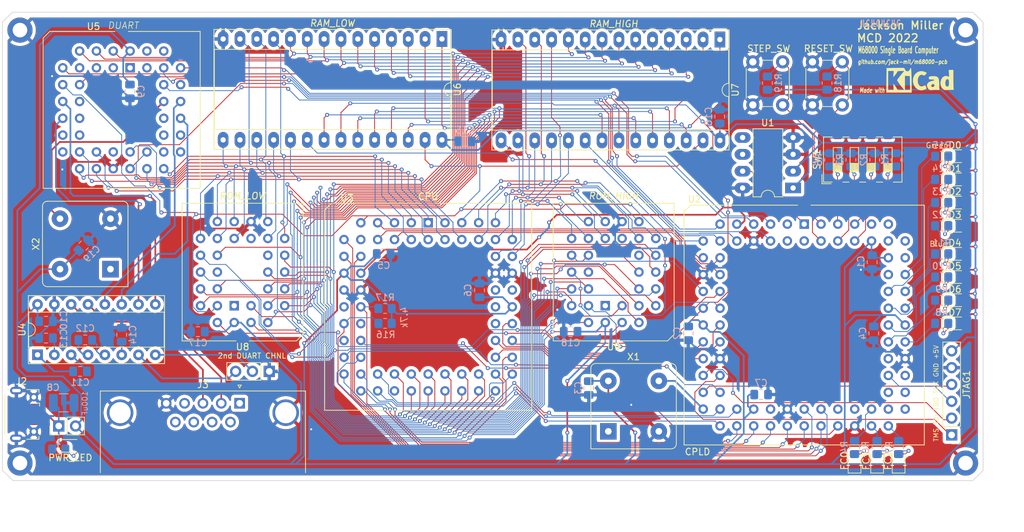
<source format=kicad_pcb>
(kicad_pcb (version 20211014) (generator pcbnew)
  (title_block (title "Single Board Computer") (date "2022-02-23") (rev "1") (company "Jackson Miller") (comment 1 "MCD 2022"))
  (layers (0 "F.Cu" signal) (31 "B.Cu" signal) (34 "B.Paste" user) (35 "F.Paste" user) (36 "B.SilkS" user "B.Silkscreen") (37 "F.SilkS" user "F.Silkscreen") (38 "B.Mask" user) (39 "F.Mask" user) (44 "Edge.Cuts" user))
  (net 0 "")
  (net 1 "GND")
  (net 2 "+5V")
  (net 3 "/TMS")
  (net 4 "/TDI")
  (net 5 "/TDO")
  (net 6 "/TCK")
  (net 7 "/Duart Serial Interface/T_{x}D")
  (net 8 "/Duart Serial Interface/R2IN")
  (net 9 "/Duart Serial Interface/R_{x}D")
  (net 10 "/Duart Serial Interface/T2OUT")
  (net 11 "/SW_UTIL")
  (net 12 "/CPU_~{RESET}")
  (net 13 "/CPU_~{HALT}")
  (net 17 "/8Mhz CLK")
  (net 18 "/699_~{RESET}")
  (net 19 "/CPU_FC0")
  (net 21 "/DUART_~{RESET}")
  (net 22 "/DUART_~{INT}")
  (net 23 "/DUART_~{DTACK}")
  (net 24 "/DUART_~{IACK}")
  (net 25 "/CPU_~{BERR}")
  (net 26 "/CPU_~{DTACK}")
  (net 28 "/CPU_~{AS}")
  (net 29 "/CPU_~{LDS}")
  (net 30 "/CPU_~{UDS}")
  (net 31 "/RAM1_~{CS}")
  (net 32 "/RAM2_~{CS}")
  (net 33 "/ROM1_~{CS}")
  (net 34 "/ROM2_~{CS}")
  (net 35 "/DUART_~{CS}")
  (net 36 "/A19")
  (net 37 "/A18")
  (net 38 "/A17")
  (net 39 "/A16")
  (net 40 "/CPU_~{IPL0}")
  (net 41 "/CPU_~{IPL1}")
  (net 42 "/CPU_~{IPL2}")
  (net 43 "/CPU_FC1")
  (net 44 "/CPU_FC2")
  (net 45 "/A1")
  (net 46 "/CPU_CLK")
  (net 47 "/A2")
  (net 48 "/A5")
  (net 49 "/A6")
  (net 50 "/A10")
  (net 51 "/A11")
  (net 52 "/R{slash}~{W}")
  (net 55 "/A3")
  (net 56 "/A4")
  (net 57 "/A7")
  (net 58 "/A8")
  (net 59 "/A12")
  (net 60 "/A14")
  (net 61 "/A20")
  (net 62 "/A21")
  (net 63 "/A22")
  (net 64 "/A23")
  (net 65 "/A13")
  (net 66 "/Duart Serial Interface/CLK_DUART")
  (net 67 "/USB_POWER")
  (net 68 "/Duart Serial Interface/R_{x}B")
  (net 69 "/Duart Serial Interface/T_{x}B")
  (net 71 "/Duart Serial Interface/T_{x}A")
  (net 72 "/Duart Serial Interface/R_{x}A")
  (net 73 "/MEM_~{OE}")
  (net 74 "/D4")
  (net 75 "/D3")
  (net 76 "/D2")
  (net 77 "/D1")
  (net 78 "/D0")
  (net 79 "/D15")
  (net 80 "/D14")
  (net 81 "/D13")
  (net 82 "/D12")
  (net 83 "/D11")
  (net 84 "/D10")
  (net 85 "/D9")
  (net 86 "/D8")
  (net 87 "/D7")
  (net 88 "/D6")
  (net 89 "/D5")
  (net 90 "/A9")
  (net 91 "/A15")
  (net 115 "Net-(C11-Pad1)")
  (net 116 "Net-(C11-Pad2)")
  (net 117 "Net-(C12-Pad2)")
  (net 118 "Net-(C12-Pad1)")
  (net 119 "Net-(C13-Pad1)")
  (net 120 "Net-(C14-Pad1)")
  (net 134 "/~{BR}")
  (net 135 "/~{BGACK}")
  (net 136 "/~{VPA}")
  (net 147 "Net-(D12-Pad2)")
  (net 151 "Net-(D0-Pad1)")
  (net 152 "Net-(D1-Pad1)")
  (net 153 "Net-(D2-Pad1)")
  (net 154 "Net-(D3-Pad1)")
  (net 155 "Net-(D4-Pad1)")
  (net 156 "Net-(D5-Pad1)")
  (net 157 "Net-(D6-Pad1)")
  (net 158 "Net-(D7-Pad1)")
  (net 159 "Net-(R1-Pad2)")
  (net 160 "Net-(R2-Pad2)")
  (net 161 "Net-(R3-Pad2)")
  (net 162 "Net-(R4-Pad2)")
  (net 163 "Net-(R5-Pad2)")
  (net 164 "Net-(R6-Pad2)")
  (net 165 "Net-(R7-Pad2)")
  (net 168 "/SW_RESET")
  (net 169 "Net-(R8-Pad2)")
  (net 170 "Net-(R9-Pad2)")
  (net 171 "Net-(R10-Pad2)")
  (net 172 "Net-(R11-Pad2)")
  (net 173 "Net-(R12-Pad2)")
  (net 174 "Net-(R13-Pad2)")
  (net 175 "Net-(R14-Pad2)")
  (net 176 "Net-(R15-Pad2)")
  (net 177 "Net-(FC0-Pad2)")
  (net 178 "Net-(FC1-Pad2)")
  (net 179 "Net-(FC2-Pad2)")
  (footprint "MountingHole:MountingHole_2.2mm_M2_DIN965_Pad" (layer "F.Cu") (at 200.1 142.6)
    (fp_text reference "REF**" hide)
    (fp_text value "MountingHole_2.2mm_M2_DIN965_Pad" hide)
  )
  (footprint "LED_SMD:LED_0805_2012Metric_Pad1.15x1.40mm_HandSolder" (layer "F.Cu") (at 190 142.25 90)
    (fp_text reference "FC2")
    (fp_text value "Red")
  )
  (footprint "LED_SMD:LED_0805_2012Metric_Pad1.15x1.40mm_HandSolder" (layer "F.Cu") (at 198.5 111)
    (fp_text reference "D4")
    (fp_text value "Blue")
  )
  (footprint "LED_SMD:LED_0805_2012Metric_Pad1.15x1.40mm_HandSolder" (layer "F.Cu") (at 183.35 142.25 90)
    (fp_text reference "FC0")
    (fp_text value "Red")
  )
  (footprint "LED_SMD:LED_0805_2012Metric_Pad1.15x1.40mm_HandSolder" (layer "F.Cu") (at 198.5 99.75)
    (fp_text reference "D1")
    (fp_text value "Green" hide)
  )
  (footprint "LED_SMD:LED_0805_2012Metric_Pad1.15x1.40mm_HandSolder" (layer "F.Cu") (at 198.5 121.5)
    (fp_text reference "D7")
    (fp_text value "Blue" hide)
  )
  (footprint "Package_DIP:DIP-28_W15.24mm_Socket_LongPads" (layer "F.Cu") (at 121.08 78.54 -90)
    (fp_text reference "U6")
    (fp_text value "AS6C62256")
  )
  (footprint "Package_DIP:DIP-28_W15.24mm_Socket_LongPads" (layer "F.Cu") (at 163.025 78.625 -90)
    (fp_text reference "U7")
    (fp_text value "AS6C62256")
  )
  (footprint "Package_LCC:PLCC-32_THT-Socket" (layer "F.Cu") (at 89.73 118.83 180)
    (fp_text reference "U8")
    (fp_text value "AT28C256")
  )
  (footprint "MountingHole:MountingHole_2.2mm_M2_DIN965_Pad" (layer "F.Cu") (at 200.1 77.2)
    (fp_text reference "REF**" hide)
    (fp_text value "MountingHole_2.2mm_M2_DIN965_Pad" hide)
  )
  (footprint "Connector_PinHeader_2.54mm:PinHeader_1x03_P2.54mm_Vertical" (layer "F.Cu") (at 95.025 128.75 -90)
    (fp_text reference "J4")
    (fp_text value "2nd DUART CHNL")
  )
  (footprint "Package_DIP:DIP-16_W7.62mm_Socket" (layer "F.Cu") (at 60.05 126.25 90)
    (fp_text reference "U4")
    (fp_text value "MAX232")
  )
  (footprint "Button_Switch_THT:SW_PUSH_6mm" (layer "F.Cu") (at 168 88.5 90)
    (fp_text reference "SW3")
    (fp_text value "STEP_SW")
  )
  (footprint "Package_DIP:DIP-8_W7.62mm_LongPads" (layer "F.Cu") (at 174.075 101.05 180)
    (fp_text reference "U1")
    (fp_text value "MAX699")
  )
  (footprint "Package_LCC:PLCC-44_THT-Socket" (layer "F.Cu") (at 74.02 82.9)
    (fp_text reference "U5")
    (fp_text value "XR68C681")
  )
  (footprint "Oscillator:Oscillator_DIP-8_LargePads" (layer "F.Cu") (at 71.06 113.31 90)
    (fp_text reference "X2")
    (fp_text value "ECS-2100AX-036")
  )
  (footprint "Oscillator:Oscillator_DIP-8_LargePads" (layer "F.Cu") (at 146.19 137.81)
    (fp_text reference "X1")
    (fp_text value "ECS-2200B-080")
  )
  (footprint "Button_Switch_SMD:SW_DIP_SPSTx04_Slide_6.7x11.72mm_W8.61mm_P2.54mm_LowProfile" (layer "F.Cu") (at 184.583334 96.75 90)
    (fp_text reference "SW1")
    (fp_text value "Util_SW")
  )
  (footprint "Connector_Dsub:DSUB-9_Female_Horizontal_P2.77x2.84mm_EdgePinOffset7.70mm_Housed_MountingHolesOffset9.12mm" (layer "F.Cu") (at 90.55 133.569669)
    (fp_text reference "J3")
    (fp_text value "DB9_Female_MountingHoles")
  )
  (footprint "Package_LCC:PLCC-68_THT-Socket" (layer "F.Cu") (at 119 106.3)
    (fp_text reference "U3")
    (fp_text value "MC68000FN")
  )
  (footprint "LED_SMD:LED_0805_2012Metric_Pad1.15x1.40mm_HandSolder" (layer "F.Cu") (at 198.5 118)
    (fp_text reference "D6")
    (fp_text value "Blue" hide)
  )
  (footprint "MountingHole:MountingHole_2.2mm_M2_DIN965_Pad" (layer "F.Cu") (at 57.4 77.2)
    (fp_text reference "REF**" hide)
    (fp_text value "MountingHole_2.2mm_M2_DIN965_Pad" hide)
  )
  (footprint "LED_SMD:LED_0805_2012Metric_Pad1.15x1.40mm_HandSolder" (layer "F.Cu") (at 198.5 114.5)
    (fp_text reference "D5")
    (fp_text value "Blue" hide)
  )
  (footprint "LED_SMD:LED_0805_2012Metric_Pad1.15x1.40mm_HandSolder" (layer "F.Cu") (at 186.75 142.25 90)
    (fp_text reference "FC1")
    (fp_text value "Red")
  )
  (footprint "MountingHole:MountingHole_2.2mm_M2_DIN965_Pad" (layer "F.Cu") (at 57.4 142.6)
    (fp_text reference "REF**" hide)
    (fp_text value "MountingHole_2.2mm_M2_DIN965_Pad" hide)
  )
  (footprint "LED_SMD:LED_0805_2012Metric_Pad1.15x1.40mm_HandSolder" (layer "F.Cu") (at 65 140)
    (fp_text reference "D12")
    (fp_text value "PWR_LED")
  )
  (footprint "LOGO" (layer "F.Cu") (at 193.2 84.6)
    (fp_text reference "G***" hide)
    (fp_text value "LOGO" hide)
  )
  (footprint "LED_SMD:LED_0805_2012Metric_Pad1.15x1.40mm_HandSolder" (layer "F.Cu") (at 198.5 106.75)
    (fp_text reference "D3")
    (fp_text value "Green" hide)
  )
  (footprint "Connector_PinHeader_2.54mm:PinHeader_1x02_P2.54mm_Vertical" (layer "F.Cu") (at 63.25 137 90)
    (fp_text reference "JP1" hide)
    (fp_text value "Power Jumper")
  )
  (footprint "MCD Footprints:JTAG PinHeader_1x06_P2.54mm_Vertical" (layer "F.Cu") (at 198 138.35 180)
    (fp_text reference "J1" hide)
    (fp_text value "JTAG1")
  )
  (footprint "Package_LCC:PLCC-84_THT-Socket" (layer "F.Cu") (at 175.75 106.51)
    (fp_text reference "U2")
    (fp_text value "XC9572")
  )
  (footprint "Button_Switch_THT:SW_PUSH_6mm" (layer "F.Cu") (at 177 88.5 90)
    (fp_text reference "SW2")
    (fp_text value "RESET_SW")
  )
  (footprint "LED_SMD:LED_0805_2012Metric_Pad1.15x1.40mm_HandSolder" (layer "F.Cu") (at 198.5 96.25)
    (fp_text reference "D0")
    (fp_text value "Green")
  )
  (footprint "Package_LCC:PLCC-32_THT-Socket" (layer "F.Cu") (at 145.73 118.83 180)
    (fp_text reference "U9")
    (fp_text value "AT28C256")
  )
  (footprint "MCD Footprints:USB_Micro-B_CS5A-NF" (layer "F.Cu") (at 57.11335 135.25 90)
    (fp_text reference "J2")
    (fp_text value "USB_B")
  )
  (footprint "LED_SMD:LED_0805_2012Metric_Pad1.15x1.40mm_HandSolder" (layer "F.Cu") (at 198.5 103.25)
    (fp_text reference "D2")
    (fp_text value "Green" hide)
  )
  (footprint "Capacitor_SMD:C_0805_2012Metric_Pad1.18x1.45mm_HandSolder" (layer "B.Cu") (at 186 112.25 -90)
    (fp_text reference "C1")
    (fp_text value "1uF")
  )
  (footprint "Resistor_SMD:R_0805_2012Metric_Pad1.20x1.40mm_HandSolder" (layer "B.Cu") (at 186.75 140.25 90)
    (fp_text reference "R6")
    (fp_text value "330")
  )
  (footprint "Capacitor_SMD:C_0805_2012Metric_Pad1.18x1.45mm_HandSolder" (layer "B.Cu") (at 72.75 123.2125 90)
    (fp_text reference "C14")
    (fp_text value "1uF")
  )
  (footprint "Resistor_SMD:R_0805_2012Metric_Pad1.20x1.40mm_HandSolder" (layer "B.Cu") (at 183.35 140.25 90)
    (fp_text reference "R4")
    (fp_text value "330")
  )
  (footprint "Capacitor_SMD:C_0805_2012Metric_Pad1.18x1.45mm_HandSolder" (layer "B.Cu") (at 124.5375 94 180)
    (fp_text reference "C15")
    (fp_text value "1uF")
  )
  (footprint "Capacitor_SMD:C_0805_2012Metric_Pad1.18x1.45mm_HandSolder" (layer "B.Cu") (at 186.25 123 -90)
    (fp_text reference "C4")
    (fp_text value "1uF")
  )
  (footprint "Capacitor_SMD:C_0805_2012Metric_Pad1.18x1.45mm_HandSolder" (layer "B.Cu") (at 140.5 122.75)
    (fp_text reference "C18")
    (fp_text value "1uF")
  )
  (footprint "Resistor_SMD:R_0805_2012Metric_Pad1.20x1.40mm_HandSolder" (layer "B.Cu") (at 196.5 103.25 180)
    (fp_text reference "R13")
    (fp_text value "330")
  )
  (footprint "Resistor_SMD:R_0805_2012Metric_Pad1.20x1.40mm_HandSolder" (layer "B.Cu") (at 196.5 121.5 180)
    (fp_text reference "R8")
    (fp_text value "330")
  )
  (footprint "Capacitor_SMD:C_0805_2012Metric_Pad1.18x1.45mm_HandSolder" (layer "B.Cu") (at 74 86.4625 90)
    (fp_text reference "C9")
    (fp_text value "1uF")
  )
  (footprint "Resistor_SMD:R_0805_2012Metric_Pad1.20x1.40mm_HandSolder" (layer "B.Cu") (at 196.5 99.75 180)
    (fp_text reference "R14")
    (fp_text value "330")
  )
  (footprint "Capacitor_SMD:C_0805_2012Metric_Pad1.18x1.45mm_HandSolder" (layer "B.Cu") (at 143.233623 131.266377 90)
    (fp_text reference "C3")
    (fp_text value "1uF")
  )
  (footprint "Capacitor_SMD:C_0805_2012Metric_Pad1.18x1.45mm_HandSolder" (layer "B.Cu") (at 61.33 121.18 180)
    (fp_text reference "C10")
    (fp_text value "1uF")
  )
  (footprint "Resistor_SMD:R_0805_2012Metric_Pad1.20x1.40mm_HandSolder" (layer "B.Cu") (at 112.5 119.25 180)
    (fp_text reference "R17")
    (fp_text value "4.7k")
  )
  (footprint "Capacitor_SMD:C_0805_2012Metric_Pad1.18x1.45mm_HandSolder" (layer "B.Cu") (at 126.75 116.5 90)
    (fp_text reference "C6")
    (fp_text value "1uF")
  )
  (footprint "Resistor_SMD:R_0805_2012Metric_Pad1.20x1.40mm_HandSolder" (layer "B.Cu") (at 196.5 106.75 180)
    (fp_text reference "R12")
    (fp_text value "330")
  )
  (footprint "Resistor_SMD:R_0805_2012Metric_Pad1.20x1.40mm_HandSolder" (layer "B.Cu") (at 170.2 85.2 90)
    (fp_text reference "R19")
    (fp_text value "4.7k")
  )
  (footprint "Capacitor_SMD:C_0805_2012Metric_Pad1.18x1.45mm_HandSolder" (layer "B.Cu") (at 163 90.25 -90)
    (fp_text reference "C16")
    (fp_text value "1uF")
  )
  (footprint "Resistor_SMD:R_0805_2012Metric_Pad1.20x1.40mm_HandSolder" (layer "B.Cu") (at 196.5 114.5 180)
    (fp_text reference "R10")
    (fp_text value "330")
  )
  (footprint "Capacitor_SMD:C_0805_2012Metric_Pad1.18x1.45mm_HandSolder" (layer "B.Cu") (at 169.25 132.25)
    (fp_text reference "C7")
    (fp_text value "1uF")
  )
  (footprint "Capacitor_SMD:C_0805_2012Metric_Pad1.18x1.45mm_HandSolder" (layer "B.Cu") (at 112.2875 111)
    (fp_text reference "C5")
    (fp_text value "1uF")
  )
  (footprint "Resistor_SMD:R_0805_2012Metric_Pad1.20x1.40mm_HandSolder" (layer "B.Cu") (at 190 140.25 90)
    (fp_text reference "R7")
    (fp_text value "330")
  )
  (footprint "Capacitor_SMD:C_0805_2012Metric_Pad1.18x1.45mm_HandSolder" (layer "B.Cu") (at 66.4625 128.75)
    (fp_text reference "C11")
    (fp_text value "1uF")
  )
  (footprint "Resistor_SMD:R_0805_2012Metric_Pad1.20x1.40mm_HandSolder" (layer "B.Cu") (at 196.5 118 180)
    (fp_text reference "R9")
    (fp_text value "330")
  )
  (footprint "Resistor_SMD:R_0805_2012Metric_Pad1.20x1.40mm_HandSolder" (layer "B.Cu") (at 179.2 85.2 90)
    (fp_text reference "R18")
    (fp_text value "4.7k")
  )
  (footprint "Resistor_SMD:R_0805_2012Metric_Pad1.20x1.40mm_HandSolder" (layer "B.Cu") (at 196.5 96.25 180)
    (fp_text reference "R15")
    (fp_text value "330")
  )
  (footprint "Resistor_SMD:R_0805_2012Metric_Pad1.20x1.40mm_HandSolder" (layer "B.Cu") (at 189.583334 96.8 -90)
    (fp_text reference "R1")
    (fp_text value "4.7k")
  )
  (footprint "Resistor_SMD:R_0805_2012Metric_Pad1.20x1.40mm_HandSolder" (layer "B.Cu") (at 112.5 121.5 180)
    (fp_text reference "R16")
    (fp_text value "4.7k")
  )
  (footprint "Capacitor_SMD:C_0805_2012Metric_Pad1.18x1.45mm_HandSolder" (layer "B.Cu") (at 61.33 123.72 180)
    (fp_text reference "C13")
    (fp_text value "1uF")
  )
  (footprint "Capacitor_SMD:C_0805_2012Metric_Pad1.18x1.45mm_HandSolder" (layer "B.Cu") (at 158.25 123 -90)
    (fp_text reference "C2")
    (fp_text value "1uF")
  )
  (footprint "Resistor_SMD:R_0805_2012Metric_Pad1.20x1.40mm_HandSolder" (layer "B.Cu") (at 182.8 96.8 -90)
    (fp_text reference "R3")
    (fp_text value "4.7k")
  )
  (footprint "Resistor_SMD:R_0805_2012Metric_Pad1.20x1.40mm_HandSolder" (layer "B.Cu") (at 186.4 96.8 -90)
    (fp_text reference "R2")
    (fp_text value "4.7k")
  )
  (footprint "Capacitor_SMD:C_0805_2012Metric_Pad1.18x1.45mm_HandSolder" (layer "B.Cu") (at 67.25 124)
    (fp_text reference "C12")
    (fp_text value "1uF")
  )
  (footprint "Resistor_SMD:R_0805_2012Metric_Pad1.20x1.40mm_HandSolder" (layer "B.Cu") (at 196.5 111 180)
    (fp_text reference "R11")
    (fp_text value "330")
  )
  (footprint "Capacitor_SMD:C_0805_2012Metric_Pad1.18x1.45mm_HandSolder" (layer "B.Cu") (at 84.25 122.75)
    (fp_text reference "C17")
    (fp_text value "1uF")
  )
  (footprint "Capacitor_SMD:C_0805_2012Metric_Pad1.18x1.45mm_HandSolder" (layer "B.Cu") (at 67 109.75 -135)
    (fp_text reference "C19")
    (fp_text value "1uF")
  )
  (footprint "Resistor_SMD:R_0805_2012Metric_Pad1.20x1.40mm_HandSolder" (layer "B.Cu") (at 63.25 140.5 180)
    (fp_text reference "R20")
    (fp_text value "330")
  )
  (footprint "Capacitor_SMD:C_1210_3225Metric_Pad1.33x2.70mm_HandSolder" (layer "B.Cu") (at 64 133.5)
    (fp_text reference "C8")
    (fp_text value "100uF")
  )
  (footprint "Resistor_SMD:R_0805_2012Metric_Pad1.20x1.40mm_HandSolder" (layer "B.Cu") (at 179.583334 96.8 -90)
    (fp_text reference "R5")
    (fp_text value "4.7k")
  )
  (gr_poly (pts (xy 56.25 74.5) (xy 201.2 74.5) (xy 202.75 76) (xy 202.75 143.7) (xy 201.2 145.25) (xy 56.35 145.25) (xy 54.75 143.7) (xy 54.75 76)) (layer "Edge.Cuts") (width 0.1) (fill none))
  (gr_text "JLCJLCJLCJLC" (at 187.2 76.2) (layer "B.SilkS") (effects (font (size 1 0.6))))
  (gr_text "Jackson Miller\nMCD 2022\n" (at 183.6 77.45) (layer "F.SilkS") (effects (font (size 1.2 1.2) (thickness 0.2)) (justify left)))
  (gr_text "M68000 Single Board Computer" (at 183.8 80.2) (layer "F.SilkS") (effects (font (size 1 0.5) (thickness 0.125)) (justify left)))
  (gr_text "github.com/jack-mil/m68000-pcb" (at 190.6 82) (layer "F.SilkS") (effects (font (size 0.6 0.5) (thickness 0.12) italic)))
  (gr_text "Made with" (at 186 86.3) (layer "F.SilkS") (effects (font (size 0.7 0.5) (thickness 0.12) italic)))
  (segment (start 64.945711 97.104289) (end 63.8 98.25) (width 0.25) (layer "F.Cu") (net 1))
  (segment (start 91.234289 107.165711) (end 85.815711 107.165711) (width 0.25) (layer "F.Cu") (net 1))
  (segment (start 92.27 106.13) (end 91.234289 107.165711) (width 0.25) (layer "F.Cu") (net 1))
  (segment (start 130.5 79.12) (end 130.5 90.496512) (width 0.25) (layer "F.Cu") (net 1))
  (segment (start 97.51 134.989669) (end 100.020331 137.5) (width 0.25) (layer "F.Cu") (net 1))
  (segment (start 85.815711 107.165711) (end 85.4 106.75) (width 0.25) (layer "F.Cu") (net 1))
  (segment (start 70.444289 97.104289) (end 64.945711 97.104289) (width 0.25) (layer "F.Cu") (net 1))
  (segment (start 130.5 90.496512) (end 127.998256 92.998256) (width 0.25) (layer "F.Cu") (net 1))
  (segment (start 71.48 98.14) (end 70.444289 97.104289) (width 0.25) (layer "F.Cu") (net 1))
  (segment (start 100.020331 137.5) (end 101.35 137.5) (width 0.25) (layer "F.Cu") (net 1))
  (segment (start 130.005 78.625) (end 130.5 79.12) (width 0.25) (layer "F.Cu") (net 1))
  (via (at 184.3 113.4) (size 0.6) (drill 0.3) (layers "F.Cu" "B.Cu") (net 1))
  (via (at 101.35 137.5) (size 0.6) (drill 0.3) (layers "F.Cu" "B.Cu") (net 1))
  (via (at 62.25 84.15) (size 0.6) (drill 0.3) (layers "F.Cu" "B.Cu") (net 1))
  (via (at 138.5 119.45) (size 0.6) (drill 0.3) (layers "F.Cu" "B.Cu") (net 1))
  (via (at 127.998256 92.998256) (size 0.6) (drill 0.3) (layers "F.Cu" "B.Cu") (net 1))
  (via (at 85.4 106.75) (size 0.6) (drill 0.3) (layers "F.Cu" "B.Cu") (net 1))
  (via (at 63.8 98.25) (size 0.6) (drill 0.3) (layers "F.Cu" "B.Cu") (net 1))
  (via (at 149.65 133.8) (size 0.6) (drill 0.3) (layers "F.Cu" "B.Cu") (net 1))
  (segment (start 160.51 114.13) (end 161.545711 113.094289) (width 0.25) (layer "B.Cu") (net 1))
  (segment (start 156.554289 110.174289) (end 160.51 114.13) (width 0.25) (layer "B.Cu") (net 1))
  (segment (start 161.545711 125.325711) (end 159.538211 125.325711) (width 0.25) (layer "B.Cu") (net 1))
  (segment (start 60.2925 123.255) (end 62.3675 121.18) (width 0.25) (layer "B.Cu") (net 1))
  (segment (start 143.233623 132.303877) (end 148.153877 132.303877) (width 0.25) (layer "B.Cu") (net 1))
  (segment (start 60.2925 123.72) (end 60.2925 123.255) (width 0.25) (layer "B.Cu") (net 1))
  (segment (start 148.309571 110.174289) (end 156.554289 110.174289) (width 0.25) (layer "B.Cu") (net 1))
  (segment (start 139.4625 122.75) (end 139.4625 120.4125) (width 0.25) (layer "B.Cu") (net 1))
  (segment (start 148.153877 132.303877) (end 149.65 133.8) (width 0.25) (layer "B.Cu") (net 1))
  (segment (start 189.954289 125.794289) (end 190.99 126.83) (width 0.25) (layer "B.Cu") (net 1))
  (segment (start 159.538211 125.325711) (end 158.25 124.0375) (width 0.25) (layer "B.Cu") (net 1))
  (segment (start 147.234289 109.099007) (end 148.309571 110.174289) (width 0.25) (layer "B.Cu") (net 1))
  (segment (start 186 113.2875) (end 184.4125 113.2875) (width 0.25) (layer "B.Cu") (net 1))
  (segment (start 161.545711 113.094289) (end 164.085711 113.094289) (width 0.25) (layer "B.Cu") (net 1))
  (segment (start 126.996512 94) (end 127.998256 92.998256) (width 0.25) (layer "B.Cu") (net 1))
  (segment (start 70.65 84.15) (end 62.25 84.15) (width 0.25) (layer "B.Cu") (net 1))
  (segment (start 148.27 106.13) (end 147.234289 107.165711) (width 0.25) (layer "B.Cu") (net 1))
  (segment (start 125.575 94) (end 126.996512 94) (width 0.25) (layer "B.Cu") (net 1))
  (segment (start 186.25 124.0375) (end 188.006789 125.794289) (width 0.25) (layer "B.Cu") (net 1))
  (segment (start 147.234289 107.165711) (end 147.234289 109.099007) (width 0.25) (layer "B.Cu") (net 1))
  (segment (start 164.085711 113.094289) (end 168.13 109.05) (width 0.25) (layer "B.Cu") (net 1))
  (segment (start 188.006789 125.794289) (end 189.954289 125.794289) (width 0.25) (layer "B.Cu") (net 1))
  (segment (start 74 87.5) (end 70.65 84.15) (width 0.25) (layer "B.Cu") (net 1))
  (segment (start 163.05 126.83) (end 161.545711 125.325711) (width 0.25) (layer "B.Cu") (net 1))
  (segment (start 139.4625 120.4125) (end 138.5 119.45) (width 0.25) (layer "B.Cu") (net 1))
  (segment (start 184.4125 113.2875) (end 184.3 113.4) (width 0.25) (layer "B.Cu") (net 1))
  (segment (start 188.393334 92.445) (end 188.393334 91.006666) (width 0.25) (layer "F.Cu") (net 2))
  (segment (start 183.313334 92.445) (end 183.313334 91.086666) (width 0.25) (layer "F.Cu") (net 2))
  (segment (start 200.875 98.4) (end 201.6 98.4) (width 0.25) (layer "F.Cu") (net 2))
  (segment (start 199.525 118) (end 200.525 117) (width 0.25) (layer "F.Cu") (net 2))
  (segment (start 183.313334 91.086666) (end 184 90.4) (width 0.25) (layer "F.Cu") (net 2))
  (segment (start 146.19 130.19) (end 146.19 133.94) (width 0.25) (layer "F.Cu") (net 2))
  (segment (start 105.264289 114.955711) (end 105.264289 119.535711) (width 0.25) (layer "F.Cu") (net 2))
  (segment (start 200.525 117) (end 201.5 117) (width 0.25) (layer "F.Cu") (net 2))
  (segment (start 184 90.4) (end 186.4 90.4) (width 0.25) (layer "F.Cu") (net 2))
  (segment (start 199.525 106.75) (end 200.875 105.4) (width 0.25) (layer "F.Cu") (net 2))
  (segment (start 186.4 90.4) (end 189 90.4) (width 0.25) (layer "F.Cu") (net 2))
  (segment (start 188.393334 91.006666) (end 189 90.4) (width 0.25) (layer "F.Cu") (net 2))
  (segment (start 199.525 114.5) (end 200.625 113.4) (width 0.25) (layer "F.Cu") (net 2))
  (segment (start 106.3 113.92) (end 105.264289 114.955711) (width 0.25) (layer "F.Cu") (net 2))
  (segment (start 199.525 103.25) (end 200.875 101.9) (width 0.25) (layer "F.Cu") (net 2))
  (segment (start 200.675 95.1) (end 201.6 95.1) (width 0.25) (layer "F.Cu") (net 2))
  (segment (start 180.773334 91.026666) (end 181.4 90.4) (width 0.25) (layer "F.Cu") (net 2))
  (segment (start 189 90.4) (end 200.6 90.4) (width 0.25) (layer "F.Cu") (net 2))
  (segment (start 200.625 109.9) (end 201.6 109.9) (width 0.25) (layer "F.Cu") (net 2))
  (segment (start 180.773334 92.445) (end 180.773334 91.026666) (width 0.25) (layer "F.Cu") (net 2))
  (segment (start 200.875 105.4) (end 201.6 105.4) (width 0.25) (layer "F.Cu") (net 2))
  (segment (start 199.525 121.5) (end 200.925 120.1) (width 0.25) (layer "F.Cu") (net 2))
  (segment (start 200.6 90.4) (end 201.6 91.4) (width 0.25) (layer "F.Cu") (net 2))
  (segment (start 140 130.2) (end 140 138) (width 0.25) (layer "F.Cu") (net 2))
  (segment (start 105.264289 119.535711) (end 100.3 124.5) (width 0.25) (layer "F.Cu") (net 2))
  (segment (start 185.853334 90.946666) (end 186.4 90.4) (width 0.25) (layer "F.Cu") (net 2))
  (segment (start 200.925 120.1) (end 201.6 120.1) (width 0.25) (layer "F.Cu") (net 2))
  (segment (start 200.875 101.9) (end 201.6 101.9) (width 0.25) (layer "F.Cu") (net 2))
  (segment (start 200.625 113.4) (end 201.6 113.4) (width 0.25) (layer "F.Cu") (net 2))
  (segment (start 199.525 96.25) (end 200.675 95.1) (width 0.25) (layer "F.Cu") (net 2))
  (segment (start 146.19 133.94) (end 150.25 138) (width 0.25) (layer "F.Cu") (net 2))
  (segment (start 199.525 99.75) (end 200.875 98.4) (width 0.25) (layer "F.Cu") (net 2))
  (segment (start 185.853334 92.445) (end 185.853334 90.946666) (width 0.25) (layer "F.Cu") (net 2))
  (segment (start 199.525 111) (end 200.625 109.9) (width 0.25) (layer "F.Cu") (net 2))
  (segment (start 181.4 90.4) (end 184 90.4) (width 0.25) (layer "F.Cu") (net 2))
  (via (at 201.6 120.1) (size 0.6) (drill 0.3) (layers "F.Cu" "B.Cu") (net 2))
  (via (at 201.6 101.9) (size 0.6) (drill 0.3) (layers "F.Cu" "B.Cu") (net 2))
  (via (at 201.6 98.4) (size 0.6) (drill 0.3) (layers "F.Cu" "B.Cu") (net 2))
  (via (at 150.25 138) (size 0.6) (drill 0.3) (layers "F.Cu" "B.Cu") (net 2))
  (via (at 201.6 109.9) (size 0.6) (drill 0.3) (layers "F.Cu" "B.Cu") (net 2))
  (via (at 140 138) (size 0.6) (drill 0.3) (layers "F.Cu" "B.Cu") (net 2))
  (via (at 201.6 113.4) (size 0.6) (drill 0.3) (layers "F.Cu" "B.Cu") (net 2))
  (via (at 201.6 95.1) (size 0.6) (drill 0.3) (layers "F.Cu" "B.Cu") (net 2))
  (via (at 140 130.2) (size 0.6) (drill 0.3) (layers "F.Cu" "B.Cu") (net 2))
  (via (at 201.5 117) (size 0.6) (drill 0.3) (layers "F.Cu" "B.Cu") (net 2))
  (via (at 201.6 105.4) (size 0.6) (drill 0.3) (layers "F.Cu" "B.Cu") (net 2))
  (via (at 201.6 91.4) (size 0.6) (drill 0.3) (layers "F.Cu" "B.Cu") (net 2))
  (via (at 100.3 124.5) (size 0.6) (drill 0.3) (layers "F.Cu" "B.Cu") (net 2))
  (segment (start 145.73 121.37) (end 145.73 124.47) (width 0.25) (layer "B.Cu") (net 2))
  (segment (start 158.75 121) (end 158.25 121.5) (width 0.25) (layer "B.Cu") (net 2))
  (segment (start 60.49 113.31) (end 57 116.8) (width 0.25) (layer "B.Cu") (net 2))
  (segment (start 57 116.8) (end 57 104.45) (width 0.25) (layer "B.Cu") (net 2))
  (segment (start 176.4 98.725) (end 176.4 96.6) (width 0.25) (layer "B.Cu") (net 2))
  (segment (start 126.579689 95.3) (end 126.3 95.3) (width 0.25) (layer "B.Cu") (net 2))
  (segment (start 99.834511 130.468723) (end 99.834511 141.165489) (width 0.25) (layer "B.Cu") (net 2))
  (segment (start 168.13 134.45) (end 166.625711 135.954289) (width 0.25) (layer "B.Cu") (net 2))
  (segment (start 129.539209 92.34048) (end 126.579689 95.3) (width 0.25) (layer "B.Cu") (net 2))
  (segment (start 141.5375 122.75) (end 144.35 122.75) (width 0.25) (layer "B.Cu") (net 2))
  (segment (start 143.2725 130.19) (end 146.19 130.19) (width 0.25) (layer "B.Cu") (net 2))
  (segment (start 196.4 86.2) (end 179.2 86.2) (width 0.25) (layer "B.Cu") (net 2))
  (segment (start 106.3 113.92) (end 107.335711 114.955711) (width 0.25) (layer "B.Cu") (net 2))
  (segment (start 189.485711 120.245711) (end 190.99 121.75) (width 0.25) (layer "B.Cu") (net 2))
  (segment (start 88.35 122.75) (end 89.73 121.37) (width 0.25) (layer "B.Cu") (net 2))
  (segment (start 188.45 111.59) (end 186.3775 111.59) (width 0.25) (layer "B.Cu") (net 2))
  (segment (start 148.75 142.75) (end 138.45 142.75) (width 0.25) (layer "B.Cu") (net 2))
  (segment (start 109.365711 112.884289) (end 111.25 111) (width 0.25) (layer "B.Cu") (net 2))
  (segment (start 66.64 136.15) (end 66.64 132.252507) (width 0.25) (layer "B.Cu") (net 2))
  (segment (start 189.485711 120.245711) (end 187.354289 120.245711) (width 0.25) (layer "B.Cu") (net 2))
  (segment (start 176.4 96.6) (end 176.2 96.4) (width 0.25) (layer "B.Cu") (net 2))
  (segment (start 60.4 101.05) (end 60.4 79.4) (width 0.25) (layer "B.Cu") (net 2))
  (segment (start 163.010429 122.785711) (end 166.69 126.465282) (width 0.25) (layer "B.Cu") (net 2))
  (segment (start 148.75 142.75) (end 179.85 142.75) (width 0.25) (layer "B.Cu") (net 2))
  (segment (start 201.6 123.6) (end 201.6 123.35) (width 0.25) (layer "B.Cu") (net 2))
  (segment (start 107.335711 112.884289) (end 109.365711 112.884289) (width 0.25) (layer "B.Cu") (net 2))
  (segment (start 201.6 91.4) (end 196.4 86.2) (width 0.25) (layer "B.Cu") (net 2))
  (segment (start 150.25 141.25) (end 148.75 142.75) (width 0.25) (layer "B.Cu") (net 2))
  (segment (start 201.6 91.4) (end 201.6 92.6) (width 0.25) (layer "B.Cu") (net 2))
  (segment (start 107.335711 114.955711) (end 109.205711 114.955711) (width 0.25) (layer "B.Cu") (net 2))
  (segment (start 126.583179 95.3) (end 126.3 95.3) (width 0.25) (layer "B.Cu") (net 2))
  (segment (start 201.6 123.35) (end 201.6 120.1) (width 0.25) (layer "B.Cu") (net 2))
  (segment (start 57 128.25) (end 57 121.6) (width 0.25) (layer "B.Cu") (net 2))
  (segment (start 66.266377 110.483623) (end 63.44 113.31) (width 0.25) (layer "B.Cu") (net 2))
  (segment (start 66.64 132.252507) (end 63.887493 129.5) (width 0.25) (layer "B.Cu") (net 2))
  (segment (start 99.05 142.75) (end 98.25 142.75) (width 0.25) (layer "B.Cu") (net 2))
  (segment (start 100.3 141.5) (end 99.05 142.75) (width 0.25) (layer "B.Cu") (net 2))
  (segment (start 201.6 109.9) (end 201.6 105.4) (width 0.25) (layer "B.Cu") (net 2))
  (segment (start 74 85.2125) (end 72.984289 84.196789) (width 0.25) (layer "B.Cu") (net 2))
  (segment (start 57.08 121.6) (end 57 121.6) (width 0.25) (layer "B.Cu") (net 2))
  (segment (start 165.49 91.4) (end 163.025 93.865) (width 0.25) (layer "B.Cu") (net 2))
  (segment (start 179.85 142.75) (end 196.199022 142.75) (width 0.25) (layer "B.Cu") (net 2))
  (segment (start 200 94.2) (end 201.6 92.6) (width 0.25) (layer "B.Cu") (net 2))
  (segment (start 130.664289 120.035711) (end 131.7 119) (width 0.25) (layer "B.Cu") (net 2))
  (segment (start 187.354289 120.245711) (end 183.485711 120.245711) (width 0.25) (layer "B.Cu") (net 2))
  (segment (start 140 138) (end 140 141.2) (width 0.25) (layer "B.Cu") (net 2))
  (segment (start 201.6 120.1) (end 201.6 113.4) (width 0.25) (layer "B.Cu") (net 2))
  (segment (start 178.4 94.2) (end 200 94.2) (width 0.25) (layer "B.Cu") (net 2))
  (segment (start 166.625711 138.124289) (end 166.625711 126.529571) (width 0.25) (layer "B.Cu") (net 2))
  (segment (start 179.85 142.75) (end 181.865711 140.734289) (width 0.25) (layer "B.Cu") (net 2))
  (segment (start 159.76 121) (end 158.75 121) (width 0.25) (layer "B.Cu") (net 2))
  (segment (start 167.25 132.5) (end 167.25 134) (width 0.25) (layer "B.Cu") (net 2))
  (segment (start 201.6 113.4) (end 201.6 109.9) (width 0.25) (layer "B.Cu") (net 2))
  (segment (start 60.4 79.4) (end 62.4 77.4) (width 0.25) (layer "B.Cu") (net 2))
  (segment (start 179.2 86.2) (end 170.2 86.2) (width 0.25) (layer "B.Cu") (net 2))
  (segment (start 58.25 129.5) (end 57 128.25) (width 0.25) (layer "B.Cu") (net 2))
  (segment (start 114.285711 120.035711) (end 130.664289 120.035711) (width 0.25) (layer "B.Cu") (net 2))
  (segment (start 145.73 124.47) (end 140 130.2) (width 0.25) (layer "B.Cu") (net 2))
  (segment (start 144.35 122.75) (end 145.73 121.37) (width 0.25) (layer "B.Cu") (net 2))
  (segment (start 178.4 94.2) (end 175.6 91.4) (width 0.25) (layer "B.Cu") (net 2))
  (segment (start 109.205711 114.955711) (end 114.285711 120.035711) (width 0.25) (layer "B.Cu") (net 2))
  (segment (start 160.51 121.75) (end 161.545711 122.785711) (width 0.25) (layer "B.Cu") (net 2))
  (segment (start 65.79 137) (end 66.64 136.15) (width 0.25) (layer "B.Cu") (net 2))
  (segment (start 62.4 77.4) (end 71.06 77.4) (width 0.25) (layer "B.Cu") (net 2))
  (segment (start 89.73 121.37) (end 90.735788 121.37) (width 0.25) (layer "B.Cu") (net 2))
  (segment (start 161.50048 92.34048) (end 129.539209 92.34048) (width 0.25) (layer "B.Cu") (net 2))
  (segment (start 181.865711 140.734289) (end 181.865711 121.865711) (width 0.25) (layer "B.Cu") (net 2))
  (segment (start 138.45 142.75) (end 99.05 142.75) (width 0.25) (layer "B.Cu") (net 2))
  (segment (start 181.865711 113.094289) (end 185.91 109.05) (width 0.25) (layer "B.Cu") (net 2))
  (segment (start 123.28 93.78) (end 121.08 93.78) (width 0.25) (layer "B.Cu") (net 2))
  (segment (start 131.7 119) (end 130.2375 117.5375) (width 0.25) (layer "B.Cu") (net 2))
  (segment (start 185.91 109.05) (end 185.91 111.1225) (width 0.25) (layer "B.Cu") (net 2))
  (segment (start 122.6 95.3) (end 121.08 93.78) (width 0.25) (layer "B.Cu") (net 2))
  (segment (start 196.199022 142.75) (end 201.6 137.349022) (width 0.25) (layer "B.Cu") (net 2))
  (segment (start 130.2375 117.5375) (end 126.75 117.5375) (width 0.25) (layer "B.Cu") (net 2))
  (segment (start 57 121.6) (end 57 116.8) (width 0.25) (layer "B.Cu") (net 2))
  (segment (start 201.6 101.9) (end 201.6 98.4) (width 0.25) (layer "B.Cu") (net 2))
  (segment (start 201.6 105.4) (end 201.6 101.9) (width 0.25) (layer "B.Cu") (net 2))
  (segment (start 201.6 137.349022) (end 201.6 123.35) (width 0.25) (layer "B.Cu") (net 2))
  (segment (start 168.2125 132.25) (end 167.5 132.25) (width 0.25) (layer "B.Cu") (net 2))
  (segment (start 176.2 96.4) (end 178.4 94.2) (width 0.25) (layer "B.Cu") (net 2))
  (segment (start 167.25 134) (end 167.7 134.45) (width 0.25) (layer "B.Cu") (net 2))
  (segment (start 71.06 77.4) (end 74.02 80.36) (width 0.25) (layer "B.Cu") (net 2))
  (segment (start 174.075 101.05) (end 176.4 98.725) (width 0.25) (layer "B.Cu") (net 2))
  (segment (start 63.44 113.31) (end 60.49 113.31) (width 0.25) (layer "B.Cu") (net 2))
  (segment (start 57 104.45) (end 60.4 101.05) (width 0.25) (layer "B.Cu") (net 2))
  (segment (start 63.887493 129.5) (end 58.25 129.5) (width 0.25) (layer "B.Cu") (net 2))
  (segment (start 90.735788 121.37) (end 99.834511 130.468723) (width 0.25) (layer "B.Cu") (net 2))
  (segment (start 71.54 142.75) (end 65.79 137) (width 0.25) (layer "B.Cu") (net 2))
  (segment (start 201.6 98.4) (end 201.6 95.1) (width 0.25) (layer "B.Cu") (net 2))
  (segment (start 174.09 98.51) (end 176.2 96.4) (width 0.25) (layer "B.Cu") (net 2))
  (segment (start 100.3 124.5) (end 100.3 141.5) (width 0.25) (layer "B.Cu") (net 2))
  (segment (start 175.6 91.4) (end 165.49 91.4) (width 0.25) (layer "B.Cu") (net 2))
  (segment (start 161.545711 122.785711) (end 163.010429 122.785711) (width 0.25) (layer "B.Cu") (net 2))
  (segment (start 181.865711 121.865711) (end 181.865711 113.094289) (width 0.25) (layer "B.Cu") (net 2))
  (segment (start 163.025 91.3125) (end 163.025 93.865) (width 0.25) (layer "B.Cu") (net 2))
  (segment (start 186.25 121.35) (end 186.25 121.9625) (width 0.25) (layer "B.Cu") (net 2))
  (segment (start 72.984289 84.196789) (end 72.984289 81.395711) (width 0.25) (layer "B.Cu") (net 2))
  (segment (start 187.354289 120.245711) (end 186.25 121.35) (width 0.25) (layer "B.Cu") (net 2))
  (segment (start 201.6 92.6) (end 201.6 95.1) (width 0.25) (layer "B.Cu") (net 2))
  (segment (start 126.3 95.3) (end 122.6 95.3) (width 0.25) (layer "B.Cu") (net 2))
  (segment (start 183.485711 120.245711) (end 181.865711 121.865711) (width 0.25) (layer "B.Cu") (net 2))
  (segment (start 85.2875 122.75) (end 88.35 122.75) (width 0.25) (layer "B.Cu") (net 2))
  (segment (start 113.5 119.25) (end 113.5 121.5) (width 0.25) (layer "B.Cu") (net 2))
  (segment (start 200.3 123.6) (end 201.6 123.6) (width 0.25) (layer "B.Cu") (net 2))
  (segment (start 60.05 118.63) (end 60.05 120.9375) (width 0.25) (layer "B.Cu") (net 2))
  (segment (start 166.625711 138.124289) (end 162 142.75) (width 0.25) (layer "B.Cu") (net 2))
  (segment (start 60.05 118.63) (end 57.08 121.6) (width 0.25) (layer "B.Cu") (net 2))
  (segment (start 98.25 142.75) (end 71.54 142.75) (width 0.25) (layer "B.Cu") (net 2))
  (segment (start 106.3 113.92) (end 107.335711 112.884289) (width 0.25) (layer "B.Cu") (net 2))
  (segment (start 167.5 132.25) (end 167.25 132.5) (width 0.25) (layer "B.Cu") (net 2))
  (segment (start 166.625711 126.529571) (end 166.69 126.465282) (width 0.25) (layer "B.Cu") (net 2))
  (segment (start 150.25 138) (end 150.25 141.25) (width 0.25) (layer "B.Cu") (net 2))
  (segment (start 140 141.2) (end 138.45 142.75) (width 0.25) (layer "B.Cu") (net 2))
  (segment (start 160.51 121.75) (end 159.76 121) (width 0.25) (layer "B.Cu") (net 2))
  (segment (start 99.834511 141.165489) (end 98.25 142.75) (width 0.25) (layer "B.Cu") (net 2))
  (segment (start 198 125.9) (end 200.3 123.6) (width 0.25) (layer "B.Cu") (net 2))
  (segment (start 72.984289 81.395711) (end 74.02 80.36) (width 0.25) (layer "B.Cu") (net 2))
  (segment (start 163.025 93.865) (end 161.50048 92.34048) (width 0.25) (layer "B.Cu") (net 2))
  (segment (start 159.25 134.75) (end 159.25 131.895494) (width 0.127) (layer "F.Cu") (net 3))
  (segment (start 160.874283 130.271211) (end 162.148789 130.271211) (width 0.127) (layer "F.Cu") (net 3))
  (segment (start 195.403511 136.003511) (end 160.503511 136.003511) (width 0.127) (layer "F.Cu") (net 3))
  (segment (start 162.148789 130.271211) (end 163.05 129.37) (width 0.127) (layer "F.Cu") (net 3))
  (segment (start 159.25 131.895494) (end 160.874283 130.271211) (width 0.127) (layer "F.Cu") (net 3))
  (segment (start 160.503511 136.003511) (end 159.25 134.75) (width 0.127) (layer "F.Cu") (net 3))
  (segment (start 198 138.6) (end 195.403511 136.003511) (width 0.127) (layer "F.Cu") (net 3))
  (segment (start 198 136.06) (end 196.797919 136.06) (width 0.127) (layer "F.Cu") (net 4))
  (segment (start 194.213708 133.475789) (end 196.797919 136.06) (width 0.127) (layer "F.Cu") (net 4))
  (segment (start 166.475789 133.475789) (end 165 132) (width 0.127) (layer "F.Cu") (net 4))
  (segment (start 194.213708 133.475789) (end 166.475789 133.475789) (width 0.127) (layer "F.Cu") (net 4))
  (via (at 165 132) (size 0.6) (drill 0.3) (layers "F.Cu" "B.Cu") (net 4))
  (segment (start 165 130.045494) (end 163.423295 128.468789) (width 0.127) (layer "B.Cu") (net 4))
  (segment (start 161.411211 128.468789) (end 160.51 129.37) (width 0.127) (layer "B.Cu") (net 4))
  (segment (start 165 132) (end 165 130.045494) (width 0.127) (layer "B.Cu") (net 4))
  (segment (start 163.423295 128.468789) (end 161.411211 128.468789) (width 0.127) (layer "B.Cu") (net 4))
  (segment (start 195.488789 131.008789) (end 190.088789 131.008789) (width 0.127) (layer "B.Cu") (net 5))
  (segment (start 198 133.52) (end 195.488789 131.008789) (width 0.127) (layer "B.Cu") (net 5))
  (segment (start 190.088789 131.008789) (end 188.45 129.37) (width 0.127) (layer "B.Cu") (net 5))
  (segment (start 198 130.98) (end 161.44 130.98) (width 0.127) (layer "F.Cu") (net 6))
  (segment (start 161.44 130.98) (end 160.51 131.91) (width 0.127) (layer "F.Cu") (net 6))
  (segment (start 67.75 121.25) (end 77.75 121.25) (width 0.25) (layer "F.Cu") (net 7))
  (segment (start 65.13 118.63) (end 67.75 121.25) (width 0.25) (layer "F.Cu") (net 7))
  (segment (start 85.01 128.51) (end 85.01 133.569669) (width 0.25) (layer "F.Cu") (net 7))
  (segment (start 77.75 121.25) (end 85.01 128.51) (width 0.25) (layer "F.Cu") (net 7))
  (segment (start 89.985 126.25) (end 92.485 128.75) (width 0.25) (layer "B.Cu") (net 8))
  (segment (start 77.83 126.25) (end 89.985 126.25) (width 0.25) (layer "B.Cu") (net 8))
  (segment (start 87.78 129.688299) (end 87.78 133.569669) (width 0.25) (layer "F.Cu") (net 9))
  (segment (start 67.67 118.63) (end 69.84048 120.80048) (width 0.25) (layer "F.Cu") (net 9))
  (segment (start 78.892181 120.80048) (end 87.78 129.688299) (width 0.25) (layer "F.Cu") (net 9))
  (segment (start 69.84048 120.80048) (end 78.892181 120.80048) (width 0.25) (layer "F.Cu") (net 9))
  (segment (start 88.895 129.8) (end 89.945 128.75) (width 0.25) (layer "B.Cu") (net 10))
  (segment (start 75.29 126.25) (end 78.84 129.8) (width 0.25) (layer "B.Cu") (net 10))
  (segment (start 78.84 129.8) (end 88.895 129.8) (width 0.25) (layer "B.Cu") (net 10))
  (segment (start 182.4 82.9) (end 181.5 82) (width 0.127) (layer "F.Cu") (net 11))
  (segment (start 177.25 105.47) (end 178.29 106.51) (width 0.127) (layer "F.Cu") (net 11))
  (segment (start 182.4 87.6) (end 182.4 82.9) (width 0.127) (layer "F.Cu") (net 11))
  (segment (start 177.25 92.75) (end 177.25 105.47) (width 0.127) (layer "F.Cu") (net 11))
  (segment (start 181.5 88.5) (end 182.4 87.6) (width 0.127) (layer "F.Cu") (net 11))
  (segment (start 181.5 88.5) (end 177.25 92.75) (width 0.127) (layer "F.Cu") (net 11))
  (segment (start 179.2 84.2) (end 181.4 82) (width 0.127) (layer "B.Cu") (net 11))
  (segment (start 181.4 82) (end 181.5 82) (width 0.127) (layer "B.Cu") (net 11))
  (segment (start 105.398789 130.648789) (end 116.25 141.5) (width 0.127) (layer "F.Cu") (net 12))
  (segment (start 106.3 121.54) (end 106.3 122.805494) (width 0.127) (layer "F.Cu") (net 12))
  (segment (start 105.398789 123.706705) (end 105.398789 130.648789) (width 0.127) (layer "F.Cu") (net 12))
  (segment (start 116.25 141.5) (end 177.5 141.5) (width 0.127) (layer "F.Cu") (net 12))
  (segment (start 106.3 122.805494) (end 105.398789 123.706705) (width 0.127) (layer "F.Cu") (net 12))
  (segment (start 177.5 141.5) (end 178.25 140.75) (width 0.127) (layer "F.Cu") (net 12))
  (via (at 178.25 140.75) (size 0.6) (drill 0.3) (layers "F.Cu" "B.Cu") (net 12))
  (segment (start 178.25 140.75) (end 179.191211 139.808789) (width 0.127) (layer "B.Cu") (net 12))
  (segment (start 179.191211 135.351211) (end 178.29 134.45) (width 0.127) (layer "B.Cu") (net 12))
  (segment (start 110.638789 120.638789) (end 107.201211 120.638789) (width 0.127) (layer "B.Cu") (net 12))
  (segment (start 111.5 121.5) (end 110.638789 120.638789) (width 0.127) (layer "B.Cu") (net 12))
  (segment (start 107.201211 120.638789) (end 106.3 121.54) (width 0.127) (layer "B.Cu") (net 12))
  (segment (start 179.191211 139.808789) (end 179.191211 135.351211) (width 0.127) (layer "B.Cu") (net 12))
  (segment (start 172.002979 140.247021) (end 163.337018 140.247021) (width 0.127) (layer "F.Cu") (net 13))
  (segment (start 172.5 139.75) (end 172.002979 140.247021) (width 0.127) (layer "F.Cu") (net 13))
  (segment (start 163.329465 140.239468) (end 116.423539 140.239467) (width 0.127) (layer "F.Cu") (net 13))
  (segment (start 109.741211 133.557139) (end 109.741211 119.901211) (width 0.127) (layer "F.Cu") (net 13))
  (segment (start 109.741211 119.901211) (end 108.84 119) (width 0.127) (layer "F.Cu") (net 13))
  (segment (start 163.337018 140.247021) (end 163.329465 140.239468) (width 0.127) (layer "F.Cu") (net 13))
  (segment (start 116.423539 140.239467) (end 109.741211 133.557139) (width 0.127) (layer "F.Cu") (net 13))
  (via (at 172.5 139.75) (size 0.6) (drill 0.3) (layers "F.Cu" "B.Cu") (net 13))
  (segment (start 173.21 139.04) (end 173.21 136.99) (width 0.127) (layer "B.Cu") (net 13))
  (segment (start 172.5 139.75) (end 173.21 139.04) (width 0.127) (layer "B.Cu") (net 13))
  (segment (start 111.25 119) (end 108.84 119) (width 0.127) (layer "B.Cu") (net 13))
  (segment (start 153.81 130.19) (end 156.25 130.19) (width 0.25) (layer "B.Cu") (net 17))
  (segment (start 156.25 130.19) (end 160.51 134.45) (width 0.25) (layer "B.Cu") (net 17))
  (segment (start 166.455 98.51) (end 167.75 98.51) (width 0.127) (layer "F.Cu") (net 18))
  (segment (start 167.75 98.51) (end 175.75 106.51) (width 0.127) (layer "F.Cu") (net 18))
  (segment (start 132 130.5) (end 136.5 135) (width 0.127) (layer "F.Cu") (net 19))
  (segment (start 136.5 135) (end 137.25 135) (width 0.127) (layer "F.Cu") (net 19))
  (via (at 132 130.5) (size 0.6) (drill 0.3) (layers "F.Cu" "B.Cu") (net 19))
  (via (at 137.25 135) (size 0.6) (drill 0.3) (layers "F.Cu" "B.Cu") (net 19))
  (segment (start 111.38 129.16) (end 113.018789 130.798789) (width 0.127) (layer "B.Cu") (net 19))
  (segment (start 113.018789 130.798789) (end 113.018789 132.073295) (width 0.127) (layer "B.Cu") (net 19))
  (segment (start 162.075789 135.424211) (end 163.05 134.45) (width 0.127) (layer "B.Cu") (net 19))
  (segment (start 137.25 135) (end 137.674211 135.424211) (width 0.127) (layer "B.Cu") (net 19))
  (segment (start 137.674211 135.424211) (end 162.075789 135.424211) (width 0.127) (layer "B.Cu") (net 19))
  (segment (start 114.445494 133.5) (end 129 133.5) (width 0.127) (layer "B.Cu") (net 19))
  (segment (start 129 133.5) (end 132 130.5) (width 0.127) (layer "B.Cu") (net 19))
  (segment (start 113.018789 132.073295) (end 114.445494 133.5) (width 0.127) (layer "B.Cu") (net 19))
  (segment (start 90.837723 85.829749) (end 97.638534 85.829749) (width 0.127) (layer "F.Cu") (net 21))
  (segment (start 146.246489 97.066264) (end 146.25 97.069775) (width 0.127) (layer "F.Cu") (net 21))
  (segment (start 146.246489 89.857664) (end 146.246489 97.066264) (width 0.127) (layer "F.Cu") (net 21))
  (segment (start 144.410202 88.021377) (end 146.246489 89.857664) (width 0.127) (layer "F.Cu") (net 21))
  (segment (start 97.638534 85.829749) (end 97.879006 86.070221) (width 0.127) (layer "F.Cu") (net 21))
  (via (at 90.837723 85.829749) (size 0.6) (drill 0.3) (layers "F.Cu" "B.Cu") (net 21))
  (via (at 146.25 97.069775) (size 0.6) (drill 0.3) (layers "F.Cu" "B.Cu") (net 21))
  (via (at 144.410202 88.021377) (size 0.6) (drill 0.3) (layers "F.Cu" "B.Cu") (net 21))
  (via (at 97.879006 86.070221) (size 0.6) (drill 0.3) (layers "F.Cu" "B.Cu") (net 21))
  (segment (start 144.410202 88.021377) (end 144.152867 87.764042) (width 0.127) (layer "B.Cu") (net 21))
  (segment (start 156.894993 108.003511) (end 159.855007 108.003511) (width 0.127) (layer "B.Cu") (net 21))
  (segment (start 159.855007 108.003511) (end 159.96324 107.895278) (width 0.127) (layer "B.Cu") (net 21))
  (segment (start 164.435278 107.895278) (end 165.59 109.05) (width 0.127) (layer "B.Cu") (net 21))
  (segment (start 146.25 97.358518) (end 156.894993 108.003511) (width 0.127) (layer "B.Cu") (net 21))
  (segment (start 146.25 97.069775) (end 146.25 97.358518) (width 0.127) (layer "B.Cu") (net 21))
  (segment (start 99.572827 87.764042) (end 97.879006 86.070221) (width 0.127) (layer "B.Cu") (net 21))
  (segment (start 159.96324 107.895278) (end 164.435278 107.895278) (width 0.127) (layer "B.Cu") (net 21))
  (segment (start 144.152867 87.764042) (end 99.572827 87.764042) (width 0.127) (layer "B.Cu") (net 21))
  (segment (start 90.326261 86.341211) (end 80.001211 86.341211) (width 0.127) (layer "B.Cu") (net 21))
  (segment (start 90.837723 85.829749) (end 90.326261 86.341211) (width 0.127) (layer "B.Cu") (net 21))
  (segment (start 80.001211 86.341211) (end 79.1 85.44) (width 0.127) (layer "B.Cu") (net 21))
  (segment (start 90.703294 85.271212) (end 81.474506 94.5) (width 0.127) (layer "F.Cu") (net 22))
  (segment (start 146.76 96.5) (end 146.541469 96.531469) (width 0.127) (layer "F.Cu") (net 22))
  (segment (start 75.25 96.91) (end 74.02 98.14) (width 0.127) (layer "F.Cu") (net 22))
  (segment (start 146.541469 96.531469) (end 146.541469 89.211052) (width 0.127) (layer "F.Cu") (net 22))
  (segment (start 81.474506 94.5) (end 75.5 94.5) (width 0.127) (layer "F.Cu") (net 22))
  (segment (start 75.25 94.75) (end 75.25 96.91) (width 0.127) (layer "F.Cu") (net 22))
  (segment (start 75.5 94.5) (end 75.25 94.75) (width 0.127) (layer "F.Cu") (net 22))
  (segment (start 146.541469 89.211052) (end 145.086557 87.75614) (width 0.127) (layer "F.Cu") (net 22))
  (segment (start 97.25 85.271212) (end 90.703294 85.271212) (width 0.127) (layer "F.Cu") (net 22))
  (via (at 146.76 96.5) (size 0.6) (drill 0.3) (layers "F.Cu" "B.Cu") (net 22))
  (via (at 145.086557 87.75614) (size 0.6) (drill 0.3) (layers "F.Cu" "B.Cu") (net 22))
  (via (at 97.25 85.271212) (size 0.6) (drill 0.3) (layers "F.Cu" "B.Cu") (net 22))
  (segment (start 156.891767 107.641767) (end 169.261767 107.641767) (width 0.127) (layer "B.Cu") (net 22))
  (segment (start 146.76 96.5) (end 146.76 97.51) (width 0.127) (layer "B.Cu") (net 22))
  (segment (start 169.261767 107.641767) (end 170.67 109.05) (width 0.127) (layer "B.Cu") (net 22))
  (segment (start 100.789468 87.510532) (end 144.840949 87.510533) (width 0.127) (layer "B.Cu") (net 22))
  (segment (start 97.25 85.271212) (end 98.550148 85.271212) (width 0.127) (layer "B.Cu") (net 22))
  (segment (start 98.550148 85.271212) (end 100.789468 87.510532) (width 0.127) (layer "B.Cu") (net 22))
  (segment (start 146.76 97.51) (end 156.891767 107.641767) (width 0.127) (layer "B.Cu") (net 22))
  (segment (start 144.840949 87.510532) (end 145.086557 87.75614) (width 0.127) (layer "B.Cu") (net 22))
  (segment (start 67.58 84.26) (end 97.22648 84.26) (width 0.127) (layer "F.Cu") (net 23))
  (segment (start 148.996489 95.996489) (end 149 96) (width 0.127) (layer "F.Cu") (net 23))
  (segment (start 97.254342 84.291211) (end 97.257691 84.291211) (width 0.127) (layer "F.Cu") (net 23))
  (segment (start 150 97) (end 150.25 97) (width 0.127) (layer "F.Cu") (net 23))
  (segment (start 66.4 85.44) (end 67.58 84.26) (width 0.127) (layer "F.Cu") (net 23))
  (segment (start 149 96) (end 150 97) (width 0.127) (layer "F.Cu") (net 23))
  (segment (start 146.460577 87.24) (end 148.996489 89.775912) (width 0.127) (layer "F.Cu") (net 23))
  (segment (start 148.996489 89.775912) (end 148.996489 95.996489) (width 0.127) (layer "F.Cu") (net 23))
  (segment (start 97.213131 84.25) (end 97.254342 84.291211) (width 0.127) (layer "F.Cu") (net 23))
  (segment (start 97.22648 84.26) (end 97.257691 84.291211) (width 0.127) (layer "F.Cu") (net 23))
  (via (at 146.460577 87.24) (size 0.6) (drill 0.3) (layers "F.Cu" "B.Cu") (net 23))
  (via (at 150.25 97) (size 0.6) (drill 0.3) (layers "F.Cu" "B.Cu") (net 23))
  (via (at 97.257691 84.291211) (size 0.6) (drill 0.3) (layers "F.Cu" "B.Cu") (net 23))
  (segment (start 163.350295 105.535789) (end 167.155789 105.535789) (width 0.127) (layer "B.Cu") (net 23))
  (segment (start 97.257691 84.291211) (end 98.287183 84.291211) (width 0.127) (layer "B.Cu") (net 23))
  (segment (start 100.999482 87.00351) (end 146.224088 87.003511) (width 0.127) (layer "B.Cu") (net 23))
  (segment (start 146.224088 87.003511) (end 146.460577 87.24) (width 0.127) (layer "B.Cu") (net 23))
  (segment (start 150.25 97) (end 154.814506 97) (width 0.127) (layer "B.Cu") (net 23))
  (segment (start 98.287183 84.291211) (end 100.999482 87.00351) (width 0.127) (layer "B.Cu") (net 23))
  (segment (start 167.155789 105.535789) (end 168.13 106.51) (width 0.127) (layer "B.Cu") (net 23))
  (segment (start 154.814506 97) (end 163.350295 105.535789) (width 0.127) (layer "B.Cu") (net 23))
  (segment (start 83.393295 84.538789) (end 83.635718 84.781212) (width 0.127) (layer "F.Cu") (net 24))
  (segment (start 146.79498 95.29498) (end 146.79498 88.960335) (width 0.127) (layer "F.Cu") (net 24))
  (segment (start 80.5 85) (end 80.961211 84.538789) (width 0.127) (layer "F.Cu") (net 24))
  (segment (start 83.635718 84.781212) (end 98.01726 84.781212) (width 0.127) (layer "F.Cu") (net 24))
  (segment (start 80.961211 84.538789) (end 83.393295 84.538789) (width 0.127) (layer "F.Cu") (net 24))
  (segment (start 147.5 96.25) (end 146.79498 95.29498) (width 0.127) (layer "F.Cu") (net 24))
  (segment (start 145.763928 87.929283) (end 145.763928 87.493511) (width 0.127) (layer "F.Cu") (net 24))
  (segment (start 146.79498 88.960335) (end 145.763928 87.929283) (width 0.127) (layer "F.Cu") (net 24))
  (via (at 98.01726 84.781212) (size 0.6) (drill 0.3) (layers "F.Cu" "B.Cu") (net 24))
  (via (at 80.5 85) (size 0.6) (drill 0.3) (layers "F.Cu" "B.Cu") (net 24))
  (via (at 147.5 96.25) (size 0.6) (drill 0.3) (layers "F.Cu" "B.Cu") (net 24))
  (via (at 145.763928 87.493511) (size 0.6) (drill 0.3) (layers "F.Cu" "B.Cu") (net 24))
  (segment (start 147.5 96.25) (end 147.5 97.75) (width 0.127) (layer "B.Cu") (net 24))
  (segment (start 79.1 83.85) (end 79.1 82.9) (width 0.127) (layer "B.Cu") (net 24))
  (segment (start 145.527438 87.257021) (end 100.894475 87.257021) (width 0.127) (layer "B.Cu") (net 24))
  (segment (start 100.894475 87.257021) (end 98.418666 84.781212) (width 0.127) (layer "B.Cu") (net 24))
  (segment (start 162.31 107.25) (end 163.05 106.51) (width 0.127) (layer "B.Cu") (net 24))
  (segment (start 98.418666 84.781212) (end 98.01726 84.781212) (width 0.127) (layer "B.Cu") (net 24))
  (segment (start 147.5 97.75) (end 157 107.25) (width 0.127) (layer "B.Cu") (net 24))
  (segment (start 80.25 85) (end 79.1 83.85) (width 0.127) (layer "B.Cu") (net 24))
  (segment (start 145.763928 87.493511) (end 145.527438 87.257021) (width 0.127) (layer "B.Cu") (net 24))
  (segment (start 157 107.25) (end 162.31 107.25) (width 0.127) (layer "B.Cu") (net 24))
  (segment (start 80.5 85) (end 80.25 85) (width 0.127) (layer "B.Cu") (net 24))
  (segment (start 132.25 127.75) (end 155 128) (width 0.127) (layer "F.Cu") (net 25))
  (via (at 132.25 127.75) (size 0.6) (drill 0.3) (layers "F.Cu" "B.Cu") (net 25))
  (via (at 155 128) (size 0.6) (drill 0.3) (layers "F.Cu" "B.Cu") (net 25))
  (segment (start 161.89 130.75) (end 157.75 130.75) (width 0.127) (layer "B.Cu") (net 25))
  (segment (start 132.25 127.75) (end 128.5 127.75) (width 0.127) (layer "B.Cu") (net 25))
  (segment (start 126.820285 125.718789) (end 107.201211 125.718789) (width 0.127) (layer "B.Cu") (net 25))
  (segment (start 107.201211 125.718789) (end 106.3 126.62) (width 0.127) (layer "B.Cu") (net 25))
  (segment (start 163.05 131.91) (end 161.89 130.75) (width 0.127) (layer "B.Cu") (net 25))
  (segment (start 128.5 127.75) (end 126.820285 125.718789) (width 0.127) (layer "B.Cu") (net 25))
  (segment (start 157.75 130.75) (end 155 128) (width 0.127) (layer "B.Cu") (net 25))
  (segment (start 163.127004 140.754043) (end 176.370357 140.754043) (width 0.127) (layer "F.Cu") (net 26))
  (segment (start 107.612278 132.145242) (end 116.213525 140.746489) (width 0.127) (layer "F.Cu") (net 26))
  (segment (start 116.213525 140.746489) (end 124.105007 140.746489) (width 0.127) (layer "F.Cu") (net 26))
  (segment (start 106.3 108.84) (end 107.612278 110.152278) (width 0.127) (layer "F.Cu") (net 26))
  (segment (start 107.612278 110.152278) (end 107.612278 132.145242) (width 0.127) (layer "F.Cu") (net 26))
  (segment (start 176.370357 140.754043) (end 176.902766 140.221634) (width 0.127) (layer "F.Cu") (net 26))
  (segment (start 163.122961 140.75) (end 163.127004 140.754043) (width 0.127) (layer "F.Cu") (net 26))
  (segment (start 124.108518 140.75) (end 163.122961 140.75) (width 0.127) (layer "F.Cu") (net 26))
  (via (at 176.902766 140.221634) (size 0.6) (drill 0.3) (layers "F.Cu" "B.Cu") (net 26))
  (segment (start 175.75 134.45) (end 176.902766 135.602766) (width 0.127) (layer "B.Cu") (net 26))
  (segment (start 176.902766 135.602766) (end 176.902766 140.221634) (width 0.127) (layer "B.Cu") (net 26))
  (segment (start 157 109.713024) (end 160.442765 113.155789) (width 0.127) (layer "F.Cu") (net 28))
  (segment (start 113.92 108.84) (end 114.991211 107.768789) (width 0.127) (layer "F.Cu") (net 28))
  (segment (start 162.075789 113.155789) (end 163.05 114.13) (width 0.127) (layer "F.Cu") (net 28))
  (segment (start 114.991211 107.768789) (end 155.768789 107.768789) (width 0.127) (layer "F.Cu") (net 28))
  (segment (start 157 109) (end 157 109.713024) (width 0.127) (layer "F.Cu") (net 28))
  (segment (start 155.768789 107.768789) (end 157 109) (width 0.127) (layer "F.Cu") (net 28))
  (segment (start 160.442765 113.155789) (end 162.075789 113.155789) (width 0.127) (layer "F.Cu") (net 28))
  (segment (start 155.873797 107.515279) (end 157.253511 108.894993) (width 0.127) (layer "F.Cu") (net 29))
  (segment (start 111.38 108.84) (end 112.704721 107.515279) (width 0.127) (layer "F.Cu") (net 29))
  (segment (start 160.136705 112.491211) (end 162.148789 112.491211) (width 0.127) (layer "F.Cu") (net 29))
  (segment (start 162.148789 112.491211) (end 163.05 111.59) (width 0.127) (layer "F.Cu") (net 29))
  (segment (start 157.253511 108.894993) (end 157.253511 109.608017) (width 0.127) (layer "F.Cu") (net 29))
  (segment (start 112.704721 107.515279) (end 155.873797 107.515279) (width 0.127) (layer "F.Cu") (net 29))
  (segment (start 157.253511 109.608017) (end 160.136705 112.491211) (width 0.127) (layer "F.Cu") (net 29))
  (segment (start 157.75 109.5) (end 159.84 111.59) (width 0.127) (layer "F.Cu") (net 30))
  (segment (start 112.322979 107.242979) (end 155.992979 107.242979) (width 0.127) (layer "F.Cu") (net 30))
  (segment (start 157.75 109) (end 157.75 109.5) (width 0.127) (layer "F.Cu") (net 30))
  (segment (start 111.38 106.3) (end 112.322979 107.242979) (width 0.127) (layer "F.Cu") (net 30))
  (segment (start 155.992979 107.242979) (end 157.75 109) (width 0.127) (layer "F.Cu") (net 30))
  (segment (start 159.84 111.59) (end 160.51 111.59) (width 0.127) (layer "F.Cu") (net 30))
  (segment (start 144.057034 96.75) (end 144.278517 96.971483) (width 0.127) (layer "F.Cu") (net 31))
  (segment (start 131.75 96.75) (end 144.057034 96.75) (width 0.127) (layer "F.Cu") (net 31))
  (via (at 144.278517 96.971483) (size 0.6) (drill 0.3) (layers "F.Cu" "B.Cu") (net 31))
  (via (at 131.75 96.75) (size 0.6) (drill 0.3) (layers "F.Cu" "B.Cu") (net 31))
  (segment (start 130.524495 95.774495) (end 102.274495 95.774495) (width 0.127) (layer "B.Cu") (net 31))
  (segment (start 156.357034 109.05) (end 144.278517 96.971483) (width 0.127) (layer "B.Cu") (net 31))
  (segment (start 102.274495 95.774495) (end 100.76 94.26) (width 0.127) (layer "B.Cu") (net 31))
  (segment (start 160.51 109.05) (end 156.357034 109.05) (width 0.127) (layer "B.Cu") (net 31))
  (segment (start 131.75 96.75) (end 130.524495 95.774495) (width 0.127) (layer "B.Cu") (net 31))
  (segment (start 160.068247 108.148789) (end 162.148789 108.148789) (width 0.127) (layer "B.Cu") (net 32))
  (segment (start 142.705 94.265) (end 156.697021 108.257021) (width 0.127) (layer "B.Cu") (net 32))
  (segment (start 162.148789 108.148789) (end 163.05 109.05) (width 0.127) (layer "B.Cu") (net 32))
  (segment (start 156.697021 108.257021) (end 159.960015 108.257021) (width 0.127) (layer "B.Cu") (net 32))
  (segment (start 159.960015 108.257021) (end 160.068247 108.148789) (width 0.127) (layer "B.Cu") (net 32))
  (segment (start 105.418792 122.864386) (end 102.735614 122.864386) (width 0.127) (layer "F.Cu") (net 33))
  (segment (start 136.608518 122.5) (end 138.858518 124.75) (width 0.127) (layer "F.Cu") (net 33))
  (segment (start 162.148789 117.571211) (end 163.05 116.67) (width 0.127) (layer "F.Cu") (net 33))
  (segment (start 160.874283 117.571211) (end 162.148789 117.571211) (width 0.127) (layer "F.Cu") (net 33))
  (segment (start 138.858518 124.75) (end 140.5 124.75) (width 0.127) (layer "F.Cu") (net 33))
  (segment (start 140.75 124.5) (end 153.945494 124.5) (width 0.127) (layer "F.Cu") (net 33))
  (segment (start 153.945494 124.5) (end 160.874283 117.571211) (width 0.127) (layer "F.Cu") (net 33))
  (segment (start 140.5 124.75) (end 140.75 124.5) (width 0.127) (layer "F.Cu") (net 33))
  (segment (start 102.735614 122.864386) (end 99.5 126.1) (width 0.127) (layer "F.Cu") (net 33))
  (segment (start 132.5 122.5) (end 136.608518 122.5) (width 0.127) (layer "F.Cu") (net 33))
  (via (at 132.5 122.5) (size 0.6) (drill 0.3) (layers "F.Cu" "B.Cu") (net 33))
  (via (at 99.5 126.1) (size 0.6) (drill 0.3) (layers "F.Cu" "B.Cu") (net 33))
  (via (at 105.418792 122.864386) (size 0.6) (drill 0.3) (layers "F.Cu" "B.Cu") (net 33))
  (segment (start 105.607522 124.996489) (end 105.162289 124.551256) (width 0.127) (layer "B.Cu") (net 33))
  (segment (start 128.045645 122.454355) (end 125.503511 124.996489) (width 0.127) (layer "B.Cu") (net 33))
  (segment (start 88.458518 112.6) (end 93.753511 117.894993) (width 0.127) (layer "B.Cu") (net 33))
  (segment (start 132.5 122.5) (end 132.454355 122.454355) (width 0.127) (layer "B.Cu") (net 33))
  (segment (start 84.65 111.21) (end 86.04 112.6) (width 0.127) (layer "B.Cu") (net 33))
  (segment (start 86.04 112.6) (end 88.458518 112.6) (width 0.127) (layer "B.Cu") (net 33))
  (segment (start 105.162289 123.120889) (end 105.418792 122.864386) (width 0.127) (layer "B.Cu") (net 33))
  (segment (start 132.454355 122.454355) (end 128.045645 122.454355) (width 0.127) (layer "B.Cu") (net 33))
  (segment (start 98.265494 126.1) (end 99.5 126.1) (width 0.127) (layer "B.Cu") (net 33))
  (segment (start 93.753511 121.588017) (end 98.265494 126.1) (width 0.127) (layer "B.Cu") (net 33))
  (segment (start 105.162289 124.551256) (end 105.162289 123.120889) (width 0.127) (layer "B.Cu") (net 33))
  (segment (start 125.503511 124.996489) (end 105.607522 124.996489) (width 0.127) (layer "B.Cu") (net 33))
  (segment (start 93.753511 117.894993) (end 93.753511 121.588017) (width 0.127) (layer "B.Cu") (net 33))
  (segment (start 141.551211 112.111211) (end 155.951211 112.111211) (width 0.127) (layer "B.Cu") (net 34))
  (segment (start 155.951211 112.111211) (end 160.51 116.67) (width 0.127) (layer "B.Cu") (net 34))
  (segment (start 140.65 111.21) (end 141.551211 112.111211) (width 0.127) (layer "B.Cu") (net 34))
  (segment (start 81.64 82.9) (end 96.9 82.9) (width 0.127) (layer "F.Cu") (net 35))
  (segment (start 149.25 89) (end 147 86.75) (width 0.127) (layer "F.Cu") (net 35))
  (segment (start 150.5 96.25) (end 149.75 96.25) (width 0.127) (layer "F.Cu") (net 35))
  (segment (start 96.9 82.9) (end 97.25 83.25) (width 0.127) (layer "F.Cu") (net 35))
  (segment (start 149.75 96.25) (end 149.25 95.75) (width 0.127) (layer "F.Cu") (net 35))
  (segment (start 149.25 95.75) (end 149.25 89) (width 0.127) (layer "F.Cu") (net 35))
  (via (at 147 86.75) (size 0.6) (drill 0.3) (layers "F.Cu" "B.Cu") (net 35))
  (via (at 150.5 96.25) (size 0.6) (drill 0.3) (layers "F.Cu" "B.Cu") (net 35))
  (via (at 97.25 83.25) (size 0.6) (drill 0.3) (layers "F.Cu" "B.Cu") (net 35))
  (segment (start 97.25 83.25) (end 97.60449 83.25) (width 0.127) (layer "B.Cu") (net 35))
  (segment (start 154.858518 96.25) (end 163.890796 105.282278) (width 0.127) (layer "B.Cu") (net 35))
  (segment (start 169.442278 105.282278) (end 170.67 106.51) (width 0.127) (layer "B.Cu") (net 35))
  (segment (start 101.104489 86.749999) (end 147 86.75) (width 0.127) (layer "B.Cu") (net 35))
  (segment (start 150.5 96.25) (end 154.858518 96.25) (width 0.127) (layer "B.Cu") (net 35))
  (segment (start 97.60449 83.25) (end 101.104489 86.749999) (width 0.127) (layer "B.Cu") (net 35))
  (segment (start 163.890796 105.282278) (end 169.442278 105.282278) (width 0.127) (layer "B.Cu") (net 35))
  (segment (start 159.137959 126.25351) (end 137.644992 126.25351) (width 0.127) (layer "F.Cu") (net 36))
  (segment (start 130.259999 121.974213) (end 130.694212 121.54) (width 0.127) (layer "F.Cu") (net 36))
  (segment (start 136.384442 124.99296) (end 130.74296 124.99296) (width 0.127) (layer "F.Cu") (net 36))
  (segment (start 160.144989 125.24648) (end 159.137959 126.25351) (width 0.127) (layer "F.Cu") (net 36))
  (segment (start 130.694212 121.54) (end 131.7 121.54) (width 0.127) (layer "F.Cu") (net 36))
  (segment (start 161.5 125.24648) (end 160.144989 125.24648) (width 0.127) (layer "F.Cu") (net 36))
  (segment (start 130.74296 124.99296) (end 130.259999 124.509999) (width 0.127) (layer "F.Cu") (net 36))
  (segment (start 163.05 121.75) (end 162 122.8) (width 0.127) (layer "F.Cu") (net 36))
  (segment (start 162 122.8) (end 162 124.74648) (width 0.127) (layer "F.Cu") (net 36))
  (segment (start 137.644992 126.25351) (end 136.384442 124.99296) (width 0.127) (layer "F.Cu") (net 36))
  (segment (start 130.259999 124.509999) (end 130.259999 121.974213) (width 0.127) (layer "F.Cu") (net 36))
  (segment (start 162 124.74648) (end 161.5 125.24648) (width 0.127) (layer "F.Cu") (net 36))
  (segment (start 130.32648 125.24648) (end 136.279444 125.24648) (width 0.127) (layer "F.Cu") (net 37))
  (segment (start 159.242979 126.507021) (end 160.25 125.5) (width 0.127) (layer "F.Cu") (net 37))
  (segment (start 136.279444 125.24648) (end 137.539985 126.507021) (width 0.127) (layer "F.Cu") (net 37))
  (segment (start 160.25 125.5) (end 161.84 125.5) (width 0.127) (layer "F.Cu") (net 37))
  (segment (start 161.84 125.5) (end 163.05 124.29) (width 0.127) (layer "F.Cu") (net 37))
  (segment (start 129.16 124.08) (end 130.32648 125.24648) (width 0.127) (layer "F.Cu") (net 37))
  (segment (start 137.539985 126.507021) (end 159.242979 126.507021) (width 0.127) (layer "F.Cu") (net 37))
  (segment (start 158.8 126) (end 137.75 126) (width 0.127) (layer "F.Cu") (net 38))
  (segment (start 137.75 126) (end 136.388011 124.638011) (width 0.127) (layer "F.Cu") (net 38))
  (segment (start 160.51 124.29) (end 158.8 126) (width 0.127) (layer "F.Cu") (net 38))
  (segment (start 136.388011 124.638011) (end 132.258011 124.638011) (width 0.127) (layer "F.Cu") (net 38))
  (segment (start 132.258011 124.638011) (end 131.7 124.08) (width 0.127) (layer "F.Cu") (net 38))
  (segment (start 137.504446 126.83) (end 136.174446 125.5) (width 0.127) (layer "F.Cu") (net 39))
  (segment (start 160.51 126.83) (end 137.504446 126.83) (width 0.127) (layer "F.Cu") (net 39))
  (segment (start 130.28 125.5) (end 129.16 126.62) (width 0.127) (layer "F.Cu") (net 39))
  (segment (start 136.174446 125.5) (end 130.28 125.5) (width 0.127) (layer "F.Cu") (net 39))
  (segment (start 163.728934 139.25) (end 164.25 139.25) (width 0.127) (layer "F.Cu") (net 40))
  (segment (start 114 134.5) (end 114 135.424445) (width 0.127) (layer "F.Cu") (net 40))
  (segment (start 114 135.424445) (end 118.054489 139.478934) (width 0.127) (layer "F.Cu") (net 40))
  (segment (start 163.5 139.478934) (end 163.728934 139.25) (width 0.127) (layer "F.Cu") (net 40))
  (segment (start 118.054489 139.478934) (end 163.5 139.478934) (width 0.127) (layer "F.Cu") (net 40))
  (via (at 114 134.5) (size 0.6) (drill 0.3) (layers "F.Cu" "B.Cu") (net 40))
  (via (at 164.25 139.25) (size 0.6) (drill 0.3) (layers "F.Cu" "B.Cu") (net 40))
  (segment (start 165.59 138.41) (end 165.59 136.99) (width 0.127) (layer "B.Cu") (net 40))
  (segment (start 113.01056 133.51056) (end 114 134.5) (width 0.127) (layer "B.Cu") (net 40))
  (segment (start 111.227596 133.51056) (end 113.01056 133.51056) (width 0.127) (layer "B.Cu") (net 40))
  (segment (start 109.417036 131.7) (end 111.227596 133.51056) (width 0.127) (layer "B.Cu") (net 40))
  (segment (start 164.75 139.25) (end 165.59 138.41) (width 0.127) (layer "B.Cu") (net 40))
  (segment (start 164.25 139.25) (end 164.75 139.25) (width 0.127) (layer "B.Cu") (net 40))
  (segment (start 163.539478 139.732445) (end 117.92457 139.732445) (width 0.127) (layer "F.Cu") (net 41))
  (segment (start 163.547034 139.740001) (end 163.539478 139.732445) (width 0.127) (layer "F.Cu") (net 41))
  (segment (start 113.25 135.057875) (end 113.25 134.5) (width 0.127) (layer "F.Cu") (net 41))
  (segment (start 117.92457 139.732445) (end 113.25 135.057875) (width 0.127) (layer "F.Cu") (net 41))
  (segment (start 167 139.25) (end 166.509999 139.740001) (width 0.127) (layer "F.Cu") (net 41))
  (segment (start 166.509999 139.740001) (end 163.547034 139.740001) (width 0.127) (layer "F.Cu") (net 41))
  (via (at 167 139.25) (size 0.6) (drill 0.3) (layers "F.Cu" "B.Cu") (net 41))
  (via (at 113.25 134.5) (size 0.6) (drill 0.3) (layers "F.Cu" "B.Cu") (net 41))
  (segment (start 109.622607 133.764089) (end 112.514089 133.764089) (width 0.127) (layer "B.Cu") (net 41))
  (segment (start 106.3 130.441482) (end 109.622607 133.764089) (width 0.127) (layer "B.Cu") (net 41))
  (segment (start 167 139.25) (end 168.13 138.115956) (width 0.127) (layer "B.Cu") (net 41))
  (segment (start 112.514089 133.764089) (end 113.25 134.5) (width 0.127) (layer "B.Cu") (net 41))
  (segment (start 106.3 129.16) (end 106.3 130.441482) (width 0.127) (layer "B.Cu") (net 41))
  (segment (start 168.13 138.115956) (end 168.13 136.99) (width 0.127) (layer "B.Cu") (net 41))
  (segment (start 169.5 139.5) (end 169.006489 139.993511) (width 0.127) (layer "F.Cu") (net 42))
  (segment (start 169.006489 139.993511) (end 163.442026 139.993511) (width 0.127) (layer "F.Cu") (net 42))
  (segment (start 117.735956 139.985956) (end 112.5 134.75) (width 0.127) (layer "F.Cu") (net 42))
  (segment (start 112.5 134.75) (end 112.5 134.5) (width 0.127) (layer "F.Cu") (net 42))
  (segment (start 163.442026 139.993511) (end 163.434471 139.985956) (width 0.127) (layer "F.Cu") (net 42))
  (segment (start 163.434471 139.985956) (end 117.735956 139.985956) (width 0.127) (layer "F.Cu") (net 42))
  (via (at 169.5 139.5) (size 0.6) (drill 0.3) (layers "F.Cu" "B.Cu") (net 42))
  (via (at 112.5 134.5) (size 0.6) (drill 0.3) (layers "F.Cu" "B.Cu") (net 42))
  (segment (start 112.0176 134.0176) (end 112.5 134.5) (width 0.127) (layer "B.Cu") (net 42))
  (segment (start 108.909069 134.0176) (end 112.0176 134.0176) (width 0.127) (layer "B.Cu") (net 42))
  (segment (start 105.25 128.935494) (end 105.25 130.358532) (width 0.127) (layer "B.Cu") (net 42))
  (segment (start 105.25 130.358532) (end 108.909069 134.0176) (width 0.127) (layer "B.Cu") (net 42))
  (segment (start 170.67 138.329477) (end 170.67 136.99) (width 0.127) (layer "B.Cu") (net 42))
  (segment (start 169.5 139.5) (end 170.67 138.329477) (width 0.127) (layer "B.Cu") (net 42))
  (segment (start 108.84 126.62) (end 107.938789 127.521211) (width 0.127) (layer "B.Cu") (net 42))
  (segment (start 106.664283 127.521211) (end 105.25 128.935494) (width 0.127) (layer "B.Cu") (net 42))
  (segment (start 107.938789 127.521211) (end 106.664283 127.521211) (width 0.127) (layer "B.Cu") (net 42))
  (segment (start 132.346483 131.346483) (end 136.52537 135.52537) (width 0.127) (layer "F.Cu") (net 43))
  (segment (start 136.52537 135.52537) (end 136.748211 135.52537) (width 0.127) (layer "F.Cu") (net 43))
  (segment (start 132.153517 131.346483) (end 132.346483 131.346483) (width 0.127) (layer "F.Cu") (net 43))
  (via (at 132.153517 131.346483) (size 0.6) (drill 0.3) (layers "F.Cu" "B.Cu") (net 43))
  (via (at 136.748211 135.52537) (size 0.6) (drill 0.3) (layers "F.Cu" "B.Cu") (net 43))
  (segment (start 112.683529 133.003529) (end 113.590505 133.003529) (width 0.127) (layer "B.Cu") (net 43))
  (segment (start 111.38 131.7) (end 112.683529 133.003529) (width 0.127) (layer "B.Cu") (net 43))
  (segment (start 136.900562 135.677721) (end 136.748211 135.52537) (width 0.127) (layer "B.Cu") (net 43))
  (segment (start 129.746489 133.753511) (end 132.153517 131.346483) (width 0.127) (layer "B.Cu") (net 43))
  (segment (start 114.340486 133.75351) (end 129.746489 133.753511) (width 0.127) (layer "B.Cu") (net 43))
  (segment (start 165.59 134.45) (end 164.362278 135.677722) (width 0.127) (layer "B.Cu") (net 43))
  (segment (start 164.362278 135.677722) (end 136.900562 135.677721) (width 0.127) (layer "B.Cu") (net 43))
  (segment (start 113.590505 133.003529) (end 114.340486 133.75351) (width 0.127) (layer "B.Cu") (net 43))
  (segment (start 136.750005 136.25187) (end 132.56333 132.065195) (width 0.127) (layer "F.Cu") (net 44))
  (segment (start 132.56333 132.065195) (end 132.259625 132.065195) (width 0.127) (layer "F.Cu") (net 44))
  (via (at 132.259625 132.065195) (size 0.6) (drill 0.3) (layers "F.Cu" "B.Cu") (net 44))
  (via (at 136.750005 136.25187) (size 0.6) (drill 0.3) (layers "F.Cu" "B.Cu") (net 44))
  (segment (start 108.84 129.16) (end 109.75 130.07) (width 0.127) (layer "B.Cu") (net 44))
  (segment (start 111.662534 133.25704) (end 113.485498 133.25704) (width 0.127) (layer "B.Cu") (net 44))
  (segment (start 113.485498 133.25704) (end 114.235479 134.007021) (width 0.127) (layer "B.Cu") (net 44))
  (segment (start 130.317799 134.007021) (end 132.259625 132.065195) (width 0.127) (layer "B.Cu") (net 44))
  (segment (start 162.31187 136.25187) (end 136.750005 136.25187) (width 0.127) (layer "B.Cu") (net 44))
  (segment (start 109.75 130.07) (end 109.75 131.344506) (width 0.127) (layer "B.Cu") (net 44))
  (segment (start 109.75 131.344506) (end 111.662534 133.25704) (width 0.127) (layer "B.Cu") (net 44))
  (segment (start 114.235479 134.007021) (end 130.317799 134.007021) (width 0.127) (layer "B.Cu") (net 44))
  (segment (start 163.05 136.99) (end 162.31187 136.25187) (width 0.127) (layer "B.Cu") (net 44))
  (segment (start 72.454211 81.334211) (end 71.48 80.36) (width 0.127) (layer "F.Cu") (net 45))
  (segment (start 135.678789 109.571211) (end 133 112.25) (width 0.127) (layer "F.Cu") (net 45))
  (segment (start 151.711211 109.571211) (end 135.678789 109.571211) (width 0.127) (layer "F.Cu") (net 45))
  (segment (start 118 100.5) (end 122.75 95.75) (width 0.127) (layer "F.Cu") (net 45))
  (segment (start 113.92 129.16) (end 115.25 130.49) (width 0.127) (layer "F.Cu") (net 45))
  (segment (start 115.25 134.75) (end 114.75 135.25) (width 0.127) (layer "F.Cu") (net 45))
  (segment (start 153.35 111.21) (end 151.711211 109.571211) (width 0.127) (layer "F.Cu") (net 45))
  (segment (start 98.22 80.22) (end 98.75 80.75) (width 0.127) (layer "F.Cu") (net 45))
  (segment (start 140.165 80.305) (end 140.695 80.835) (width 0.127) (layer "F.Cu") (net 45))
  (segment (start 122.75 95.75) (end 122.75 80.75) (width 0.127) (layer "F.Cu") (net 45))
  (segment (start 115.25 130.49) (end 115.25 134.75) (width 0.127) (layer "F.Cu") (net 45))
  (segment (start 98.75 80.75) (end 98.165789 81.334211) (width 0.127) (layer "F.Cu") (net 45))
  (segment (start 140.165 78.625) (end 140.165 80.305) (width 0.127) (layer "F.Cu") (net 45))
  (segment (start 97.35 111.21) (end 97.35 112.1) (width 0.127) (layer "F.Cu") (net 45))
  (segment (start 104.01116 113) (end 104.75558 113.74442) (width 0.127) (layer "F.Cu") (net 45))
  (segment (start 98.165789 81.334211) (end 72.454211 81.334211) (width 0.127) (layer "F.Cu") (net 45))
  (segment (start 98.25 113) (end 104.01116 113) (width 0.127) (layer "F.Cu") (net 45))
  (segment (start 98.22 78.54) (end 98.22 80.22) (width 0.127) (layer "F.Cu") (net 45))
  (segment (start 104.75558 100.5) (end 118 100.5) (width 0.127) (layer "F.Cu") (net 45))
  (segment (start 97.35 112.1) (end 98.25 113) (width 0.127) (layer "F.Cu") (net 45))
  (via (at 114.75 135.25) (size 0.6) (drill 0.3) (layers "F.Cu" "B.Cu") (net 45))
  (via (at 98.75 80.75) (size 0.6) (drill 0.3) (layers "F.Cu" "B.Cu") (net 45))
  (via (at 122.75 80.75) (size 0.6) (drill 0.3) (layers "F.Cu" "B.Cu") (net 45))
  (via (at 133 112.25) (size 0.6) (drill 0.3) (layers "F.Cu" "B.Cu") (net 45))
  (via (at 104.75558 113.74442) (size 0.6) (drill 0.3) (layers "F.Cu" "B.Cu") (net 45))
  (via (at 104.75558 100.5) (size 0.6) (drill 0.3) (layers "F.Cu" "B.Cu") (net 45))
  (via (at 140.695 80.835) (size 0.6) (drill 0.3) (layers "F.Cu" "B.Cu") (net 45))
  (segment (start 104.705823 125.082411) (end 104.75558 125.082411) (width 0.127) (layer "B.Cu") (net 45))
  (segment (start 140.695 80.835) (end 140.61 80.75) (width 0.127) (layer "B.Cu") (net 45))
  (segment (start 104.75558 132.95072) (end 104.75558 126.062413) (width 0.127) (layer "B.Cu") (net 45))
  (segment (start 104.705823 126.062413) (end 104.418788 125.775378) (width 0.127) (layer "B.Cu") (net 45))
  (segment (start 133 132.25) (end 133 112.25) (width 0.127) (layer "B.Cu") (net 45))
  (segment (start 122.5 80.75) (end 98.75 80.75) (width 0.127) (layer "B.Cu") (net 45))
  (segment (start 104.75558 126.062413) (end 104.705823 126.062413) (width 0.127) (layer "B.Cu") (net 45))
  (segment (start 104.75558 125.082411) (end 104.75558 113.74442) (width 0.127) (layer "B.Cu") (net 45))
  (segment (start 114.75 135.25) (end 115.25 134.75) (width 0.127) (layer "B.Cu") (net 45))
  (segment (start 104.418788 125.775378) (end 104.418788 125.369446) (width 0.127) (layer "B.Cu") (net 45))
  (segment (start 114.75 135.25) (end 114.513509 135.486491) (width 0.127) (layer "B.Cu") (net 45))
  (segment (start 104.418788 125.369446) (end 104.705823 125.082411) (width 0.127) (layer "B.Cu") (net 45))
  (segment (start 104.75558 113.74442) (end 104.75558 100.5) (width 0.127) (layer "B.Cu") (net 45))
  (segment (start 107.291351 135.486491) (end 104.75558 132.95072) (width 0.127) (layer "B.Cu") (net 45))
  (segment (start 140.61 80.75) (end 122.75 80.75) (width 0.127) (layer "B.Cu") (net 45))
  (segment (start 115.25 134.75) (end 130.5 134.75) (width 0.127) (layer "B.Cu") (net 45))
  (segment (start 114.513509 135.486491) (end 107.291351 135.486491) (width 0.127) (layer "B.Cu") (net 45))
  (segment (start 130.5 134.75) (end 133 132.25) (width 0.127) (layer "B.Cu") (net 45))
  (segment (start 137.25 106.25) (end 138.405711 105.094289) (width 0.25) (layer "F.Cu") (net 46))
  (segment (start 165.5 104) (end 166.75 105.25) (width 0.25) (layer "F.Cu") (net 46))
  (segment (start 133.905711 110.344289) (end 135.75 108.5) (width 0.25) (layer "F.Cu") (net 46))
  (segment (start 162.405711 105.094289) (end 163.5 104) (width 0.25) (layer "F.Cu") (net 46))
  (segment (start 163.5 104) (end 165.5 104) (width 0.25) (layer "F.Cu") (net 46))
  (segment (start 108.84 113.92) (end 112.415711 110.344289) (width 0.25) (layer "F.Cu") (net 46))
  (segment (start 138.405711 105.094289) (end 162.405711 105.094289) (width 0.25) (layer "F.Cu") (net 46))
  (segment (start 166.75 106) (end 166.24 106.51) (width 0.25) (layer "F.Cu") (net 46))
  (segment (start 112.415711 110.344289) (end 133.905711 110.344289) (width 0.25) (layer "F.Cu") (net 46))
  (segment (start 166.75 105.25) (end 166.75 106) (width 0.25) (layer "F.Cu") (net 46))
  (segment (start 166.24 106.51) (end 165.59 106.51) (width 0.25) (layer "F.Cu") (net 46))
  (via (at 137.25 106.25) (size 0.6) (drill 0.3) (layers "F.Cu" "B.Cu") (net 46))
  (via (at 135.75 108.5) (size 0.6) (drill 0.3) (layers "F.Cu" "B.Cu") (net 46))
  (segment (start 137.25 107) (end 137.25 106.25) (width 0.25) (layer "B.Cu") (net 46))
  (segment (start 135.75 108.5) (end 137.25 107) (width 0.25) (layer "B.Cu") (net 46))
  (segment (start 105.25352 101.25) (end 104.25 101.25) (width 0.127) (layer "F.Cu") (net 47))
  (segment (start 100.76 80.76) (end 101.25 81.25) (width 0.127) (layer "F.Cu") (net 47))
  (segment (start 116.46 131.7) (end 116.46 134.54) (width 0.127) (layer "F.Cu") (net 47))
  (segment (start 100.76 78.54) (end 100.76 80.76) (width 0.127) (layer "F.Cu") (net 47))
  (segment (start 123.00352 81.74648) (end 123.5 81.25) (width 0.127) (layer "F.Cu") (net 47))
  (segment (start 142.705 78.625) (end 142.705 80.845) (width 0.127) (layer "F.Cu") (net 47))
  (segment (start 99.25352 114.74648) (end 99.75 114.25) (width 0.127) (layer "F.Cu") (net 47))
  (segment (start 136.384192 110.308789) (end 133.692981 113) (width 0.127) (layer "F.Cu") (net 47))
  (segment (start 100.912269 81.587731) (end 70.167731 81.587731) (width 0.127) (layer "F.Cu") (net 47))
  (segment (start 123.00352 95.99648) (end 123.00352 81.74648) (width 0.127) (layer "F.Cu") (net 47))
  (segment (start 105.75 100.75352) (end 105.25352 101.25) (width 0.127) (layer "F.Cu") (net 47))
  (segment (start 150.81 113.75) (end 147.368789 110.308789) (width 0.127) (layer "F.Cu") (net 47))
  (segment (start 147.368789 110.308789) (end 136.384192 110.308789) (width 0.127) (layer "F.Cu") (net 47))
  (segment (start 94.81 113.75) (end 95.80648 114.74648) (width 0.127) (layer "F.Cu") (net 47))
  (segment (start 70.167731 81.587731) (end 68.94 80.36) (width 0.127) (layer "F.Cu") (net 47))
  (segment (start 133.692981 113) (end 133.51 113) (width 0.127) (layer "F.Cu") (net 47))
  (segment (start 142.705 80.845) (end 143.195 81.335) (width 0.127) (layer "F.Cu") (net 47))
  (segment (start 116.46 134.54) (end 115.5 135.5) (width 0.127) (layer "F.Cu") (net 47))
  (segment (start 103.75 114.25) (end 104.247784 114.747784) (width 0.127) (layer "F.Cu") (net 47))
  (segment (start 105.75 100.75352) (end 118.24648 100.75352) (width 0.127) (layer "F.Cu") (net 47))
  (segment (start 118.24648 100.75352) (end 123.00352 95.99648) (width 0.127) (layer "F.Cu") (net 47))
  (segment (start 99.75 114.25) (end 103.75 114.25) (width 0.127) (layer "F.Cu") (net 47))
  (segment (start 101.25 81.25) (end 100.912269 81.587731) (width 0.127) (layer "F.Cu") (net 47))
  (segment (start 95.80648 114.74648) (end 99.25352 114.74648) (width 0.127) (layer "F.Cu") (net 47))
  (via (at 101.25 81.25) (size 0.6) (drill 0.3) (layers "F.Cu" "B.Cu") (net 47))
  (via (at 104.25 101.25) (size 0.6) (drill 0.3) (layers "F.Cu" "B.Cu") (net 47))
  (via (at 143.195 81.335) (size 0.6) (drill 0.3) (layers "F.Cu" "B.Cu") (net 47))
  (via (at 123.5 81.25) (size 0.6) (drill 0.3) (layers "F.Cu" "B.Cu") (net 47))
  (via (at 133.51 113) (size 0.6) (drill 0.3) (layers "F.Cu" "B.Cu") (net 47))
  (via (at 115.5 135.5) (size 0.6) (drill 0.3) (layers "F.Cu" "B.Cu") (net 47))
  (via (at 104.247784 114.747784) (size 0.6) (drill 0.3) (layers "F.Cu" "B.Cu") (net 47))
  (segment (start 104.50206 126.217168) (end 104.165277 125.880385) (width 0.127) (layer "B.Cu") (net 47))
  (segment (start 124.527981 81.335) (end 124.442981 81.25) (width 0.127) (layer "B.Cu") (net 47))
  (segment (start 115.99648 135.00352) (end 130.605012 135.00352) (width 0.127) (layer "B.Cu") (net 47))
  (segment (start 115.5 135.5) (end 115.99648 135.00352) (width 0.127) (layer "B.Cu") (net 47))
  (segment (start 107.196328 135.75) (end 104.50206 133.055731) (width 0.127) (layer "B.Cu") (net 47))
  (segment (start 101.25 81.25) (end 123.25 81.25) (width 0.127) (layer "B.Cu") (net 47))
  (segment (start 104.25558 118.45072) (end 104.247784 114.747784) (width 0.127) (layer "B.Cu") (net 47))
  (segment (start 104.25 101.25) (end 104.25 113.75) (width 0.127) (layer "B.Cu") (net 47))
  (segment (start 104.50206 133.055731) (end 104.50206 126.217168) (width 0.127) (layer "B.Cu") (net 47))
  (segment (start 130.605012 135.00352) (end 133.25352 132.355011) (width 0.127) (layer "B.Cu") (net 47))
  (segment (start 104.50206 118.6972) (end 104.25558 118.45072) (width 0.127) (layer "B.Cu") (net 47))
  (segment (start 143.195 81.335) (end 124.527981 81.335) (width 0.127) (layer "B.Cu") (net 47))
  (segment (start 104.165278 125.264438) (end 104.50206 124.927656) (width 0.127) (layer "B.Cu") (net 47))
  (segment (start 115.5 135.5) (end 115.259989 135.740011) (width 0.127) (layer "B.Cu") (net 47))
  (segment (start 113.759989 135.740011) (end 113.75 135.75) (width 0.127) (layer "B.Cu") (net 47))
  (segment (start 113.75 135.75) (end 107.196328 135.75) (width 0.127) (layer "B.Cu") (net 47))
  (segment (start 115.259989 135.740011) (end 113.759989 135.740011) (width 0.127) (layer "B.Cu") (net 47))
  (segment (start 124.442981 81.25) (end 123.5 81.25) (width 0.127) (layer "B.Cu") (net 47))
  (segment (start 104.247784 114.747784) (end 104.245693 113.754307) (width 0.127) (layer "B.Cu") (net 47))
  (segment (start 133.25352 132.355011) (end 133.25352 117.99648) (width 0.127) (layer "B.Cu") (net 47))
  (segment (start 133.25352 117.99648) (end 133.51 117.74) (width 0.127) (layer "B.Cu") (net 47))
  (segment (start 104.50206 124.927656) (end 104.50206 118.6972) (width 0.127) (layer "B.Cu") (net 47))
  (segment (start 104.25 113.75) (end 104.245693 113.754307) (width 0.127) (layer "B.Cu") (net 47))
  (segment (start 133.51 117.74) (end 133.51 113) (width 0.127) (layer "B.Cu") (net 47))
  (segment (start 104.165277 125.880385) (end 104.165278 125.264438) (width 0.127) (layer "B.Cu") (net 47))
  (segment (start 150.325 78.625) (end 150.325 82.325) (width 0.127) (layer "F.Cu") (net 48))
  (segment (start 106.5 101.51408) (end 104.76408 103.25) (width 0.127) (layer "F.Cu") (net 48))
  (segment (start 104.76408 103.25) (end 103 103.25) (width 0.127) (layer "F.Cu") (net 48))
  (segment (start 102.75 103) (end 102.75 101.00558) (width 0.127) (layer "F.Cu") (net 48))
  (segment (start 108.38 78.54) (end 108.38 82.24) (width 0.127) (layer "F.Cu") (net 48))
  (segment (start 139 117.25) (end 135 117.25) (width 0.127) (layer "F.Cu") (net 48))
  (segment (start 97.35 116.29) (end 98.126491 115.513509) (width 0.127) (layer "F.Cu") (net 48))
  (segment (start 102.519089 115.513509) (end 102.75558 115.75) (width 0.127) (layer "F.Cu") (net 48))
  (segment (start 123.76408 96.73592) (end 118.98592 101.51408) (width 0.127) (layer "F.Cu") (net 48))
  (segment (start 123.76408 84.73592) (end 123.76408 96.73592) (width 0.127) (layer "F.Cu") (net 48))
  (segment (start 118.98592 101.51408) (end 106.5 101.51408) (width 0.127) (layer "F.Cu") (net 48))
  (segment (start 125.75 82.75) (end 123.76408 84.73592) (width 0.127) (layer "F.Cu") (net 48))
  (segment (start 108.38 82.24) (end 108.805 82.665) (width 0.127) (layer "F.Cu") (net 48))
  (segment (start 98.126491 115.513509) (end 102.519089 115.513509) (width 0.127) (layer "F.Cu") (net 48))
  (segment (start 120 130.16) (end 120 134) (width 0.127) (layer "F.Cu") (net 48))
  (segment (start 150.325 82.325) (end 150.75 82.75) (width 0.127) (layer "F.Cu") (net 48))
  (segment (start 119 129.16) (end 120 130.16) (width 0.127) (layer "F.Cu") (net 48))
  (segment (start 120 134) (end 117.75 136.25) (width 0.127) (layer "F.Cu") (net 48))
  (segment (start 103 103.25) (end 102.75 103) (width 0.127) (layer "F.Cu") (net 48))
  (via (at 102.75558 115.75) (size 0.6) (drill 0.3) (layers "F.Cu" "B.Cu") (net 48))
  (via (at 150.75 82.75) (size 0.6) (drill 0.3) (layers "F.Cu" "B.Cu") (net 48))
  (via (at 125.75 82.75) (size 0.6) (drill 0.3) (layers "F.Cu" "B.Cu") (net 48))
  (via (at 108.805 82.665) (size 0.6) (drill 0.3) (layers "F.Cu" "B.Cu") (net 48))
  (via (at 139 117.25) (size 0.6) (drill 0.3) (layers "F.Cu" "B.Cu") (net 48))
  (via (at 102.75 101.00558) (size 0.6) (drill 0.3) (layers "F.Cu" "B.Cu") (net 48))
  (via (at 117.75 136.25) (size 0.6) (drill 0.3) (layers "F.Cu" "B.Cu") (net 48))
  (via (at 135 117.25) (size 0.6) (drill 0.3) (layers "F.Cu" "B.Cu") (net 48))
  (segment (start 153.35 116.29) (end 152.39 117.25) (width 0.127) (layer "B.Cu") (net 48))
  (segment (start 130.920048 135.76408) (end 134.01408 132.670048) (width 0.127) (layer "B.Cu") (net 48))
  (segment (start 152.39 117.25) (end 139 117.25) (width 0.127) (layer "B.Cu") (net 48))
  (segment (start 103.7415 124.612662) (end 103.7415 119.345709) (width 0.127) (layer "B.Cu") (net 48))
  (segment (start 134.01408 118.644989) (end 135 117.659069) (width 0.127) (layer "B.Cu") (net 48))
  (segment (start 134.01408 132.670048) (end 134.01408 118.644989) (width 0.127) (layer "B.Cu") (net 48))
  (segment (start 118.23592 135.76408) (end 130.920048 135.76408) (width 0.127) (layer "B.Cu") (net 48))
  (segment (start 106.881292 136.51056) (end 103.7415 133.370768) (width 0.127) (layer "B.Cu") (net 48))
  (segment (start 150.75 82.75) (end 125.75 82.75) (width 0.127) (layer "B.Cu") (net 48))
  (segment (start 108.805 82.665) (end 124.722019 82.665) (width 0.127) (layer "B.Cu") (net 48))
  (segment (start 102.75 112.25) (end 102.75 101.00558) (width 0.127) (layer "B.Cu") (net 48))
  (segment (start 124.722019 82.665) (end 124.807019 82.75) (width 0.127) (layer "B.Cu") (net 48))
  (segment (start 103.7415 119.345709) (end 102.75558 118.359789) (width 0.127) (layer "B.Cu") (net 48))
  (segment (start 102.75558 118.359789) (end 102.75558 112.25558) (width 0.127) (layer "B.Cu") (net 48))
  (segment (start 117.75 136.25) (end 117.48944 136.51056) (width 0.127) (layer "B.Cu") (net 48))
  (segment (start 117.75 136.25) (end 118.23592 135.76408) (width 0.127) (layer "B.Cu") (net 48))
  (segment (start 103.404744 126.195406) (end 103.404747 124.949415) (width 0.127) (layer "B.Cu") (net 48))
  (segment (start 102.75558 112.25558) (end 102.75 112.25) (width 0.127) (layer "B.Cu") (net 48))
  (segment (start 103.404747 124.949415) (end 103.7415 124.612662) (width 0.127) (layer "B.Cu") (net 48))
  (segment (start 103.7415 133.370768) (end 103.7415 126.532164) (width 0.127) (layer "B.Cu") (net 48))
  (segment (start 135 117.659069) (end 135 117.25) (width 0.127) (layer "B.Cu") (net 48))
  (segment (start 117.48944 136.51056) (end 106.881292 136.51056) (width 0.127) (layer "B.Cu") (net 48))
  (segment (start 124.807019 82.75) (end 125.75 82.75) (width 0.127) (layer "B.Cu") (net 48))
  (segment (start 103.7415 126.532164) (end 103.404744 126.195406) (width 0.127) (layer "B.Cu") (net 48))
  (segment (start 138.344192 112.848789) (end 137.942981 113.25) (width 0.127) (layer "F.Cu") (net 49))
  (segment (start 144.828789 112.848789) (end 138.344192 112.848789) (width 0.127) (layer "F.Cu") (net 49))
  (segment (start 102.25 103) (end 102.25 101.75558) (width 0.127) (layer "F.Cu") (net 49))
  (segment (start 110.92 78.54) (end 110.92 82.78) (width 0.127) (layer "F.Cu") (net 49))
  (segment (start 119.2324 101.7676) (end 106.75 101.7676) (width 0.127) (layer "F.Cu") (net 49))
  (segment (start 106.75 101.7676) (end 105.01408 103.50352) (width 0.127) (layer "F.Cu") (net 49))
  (segment (start 124.0176 96.9824) (end 119.2324 101.7676) (width 0.127) (layer "F.Cu") (net 49))
  (segment (start 124.0176 85.7324) (end 124.0176 96.9824) (width 0.127) (layer "F.Cu") (net 49))
  (segment (start 121.54 133.46) (end 118.5 136.5) (width 0.127) (layer "F.Cu") (net 49))
  (segment (start 105.01408 103.50352) (end 102.75352 103.50352) (width 0.127) (layer "F.Cu") (net 49))
  (segment (start 152.865 82.865) (end 153.25 83.25) (width 0.127) (layer "F.Cu") (net 49))
  (segment (start 100.832772 117.74794) (end 102.26558 116.315132) (width 0.127) (layer "F.Cu") (net 49))
  (segment (start 121.54 131.7) (end 121.54 133.46) (width 0.127) (layer "F.Cu") (net 49))
  (segment (start 110.92 82.78) (end 111.305 83.165) (width 0.127) (layer "F.Cu") (net 49))
  (segment (start 102.75352 103.50352) (end 102.25 103) (width 0.127) (layer "F.Cu") (net 49))
  (segment (start 126.5 83.25) (end 124.0176 85.7324) (width 0.127) (layer "F.Cu") (net 49))
  (segment (start 137.942981 113.25) (end 135.5 113.25) (width 0.127) (layer "F.Cu") (net 49))
  (segment (start 94.81 118.83) (end 95.89206 117.74794) (width 0.127) (layer "F.Cu") (net 49))
  (segment (start 152.865 78.625) (end 152.865 82.865) (width 0.127) (layer "F.Cu") (net 49))
  (segment (start 150.81 118.83) (end 144.828789 112.848789) (width 0.127) (layer "F.Cu") (net 49))
  (segment (start 95.89206 117.74794) (end 100.832772 117.74794) (width 0.127) (layer "F.Cu") (net 49))
  (via (at 102.26558 116.315132) (size 0.6) (drill 0.3) (layers "F.Cu" "B.Cu") (net 49))
  (via (at 102.25 101.75558) (size 0.6) (drill 0.3) (layers "F.Cu" "B.Cu") (net 49))
  (via (at 118.5 136.5) (size 0.6) (drill 0.3) (layers "F.Cu" "B.Cu") (net 49))
  (via (at 135.5 113.25) (size 0.6) (drill 0.3) (layers "F.Cu" "B.Cu") (net 49))
  (via (at 153.25 83.25) (size 0.6) (drill 0.3) (layers "F.Cu" "B.Cu") (net 49))
  (via (at 111.305 83.165) (size 0.6) (drill 0.3) (layers "F.Cu" "B.Cu") (net 49))
  (via (at 126.5 83.25) (size 0.6) (drill 0.3) (layers "F.Cu" "B.Cu") (net 49))
  (segment (start 131.025059 136.0176) (end 134.2676 132.775059) (width 0.127) (layer "B.Cu") (net 49))
  (segment (start 103.48798 126.637162) (end 103.151233 126.300413) (width 0.127) (layer "B.Cu") (net 49))
  (segment (start 118.23592 136.76408) (end 106.776281 136.76408) (width 0.127) (layer "B.Cu") (net 49))
  (segment (start 135.5 117.7676) (end 135.5 113.25) (width 0.127) (layer "B.Cu") (net 49))
  (segment (start 106.776281 136.76408) (end 103.48798 133.475779) (width 0.127) (layer "B.Cu") (net 49))
  (segment (start 134.2676 119) (end 135.5 117.7676) (width 0.127) (layer "B.Cu") (net 49))
  (segment (start 111.305 83.165) (end 125.472019 83.165) (width 0.127) (layer "B.Cu") (net 49))
  (segment (start 118.9824 136.0176) (end 131.025059 136.0176) (width 0.127) (layer "B.Cu") (net 49))
  (segment (start 118.5 136.5) (end 118.9824 136.0176) (width 0.127) (layer "B.Cu") (net 49))
  (segment (start 153.25 83.25) (end 126.5 83.25) (width 0.127) (layer "B.Cu") (net 49))
  (segment (start 125.557019 83.25) (end 126.5 83.25) (width 0.127) (layer "B.Cu") (net 49))
  (segment (start 102.25558 112.00558) (end 102.25 112) (width 0.127) (layer "B.Cu") (net 49))
  (segment (start 103.48798 119.70072) (end 102.25558 118.46832) (width 0.127) (layer "B.Cu") (net 49))
  (segment (start 103.48798 124.507664) (end 103.48798 119.70072) (width 0.127) (layer "B.Cu") (net 49))
  (segment (start 103.151233 126.300413) (end 103.151237 124.844407) (width 0.127) (layer "B.Cu") (net 49))
  (segment (start 103.151237 124.844407) (end 103.48798 124.507664) (width 0.127) (layer "B.Cu") (net 49))
  (segment (start 102.25558 118.46832) (end 102.25558 112.00558) (width 0.127) (layer "B.Cu") (net 49))
  (segment (start 125.472019 83.165) (end 125.557019 83.25) (width 0.127) (layer "B.Cu") (net 49))
  (segment (start 118.5 136.5) (end 118.23592 136.76408) (width 0.127) (layer "B.Cu") (net 49))
  (segment (start 134.2676 132.775059) (end 134.2676 119) (width 0.127) (layer "B.Cu") (net 49))
  (segment (start 102.25 112) (end 102.25 101.75558) (width 0.127) (layer "B.Cu") (net 49))
  (segment (start 103.48798 133.475779) (end 103.48798 126.637162) (width 0.127) (layer "B.Cu") (net 49))
  (segment (start 110.92 93.78) (end 110.92 89.83) (width 0.127) (layer "F.Cu") (net 50))
  (segment (start 87.19 116.29) (end 88.48 115) (width 0.127) (layer "F.Cu") (net 50))
  (segment (start 143.19 116.29) (end 142.15 115.25) (width 0.127) (layer "F.Cu") (net 50))
  (segment (start 142.15 115.25) (end 137.5 115.25) (width 0.127) (layer "F.Cu") (net 50))
  (segment (start 120.95424 103.79576) (end 108.20424 103.79576) (width 0.127) (layer "F.Cu") (net 50))
  (segment (start 106.46832 105.53168) (end 100.96832 105.53168) (width 0.127) (layer "F.Cu") (net 50))
  (segment (start 88.48 115) (end 100 115) (width 0.127) (layer "F.Cu") (net 50))
  (segment (start 126.04576 98.70424) (end 120.95424 103.79576) (width 0.127) (layer "F.Cu") (net 50))
  (segment (start 129 89.5) (end 129 90.75) (width 0.127) (layer "F.Cu") (net 50))
  (segment (start 121.5 137.5) (end 126.62 132.38) (width 0.127) (layer "F.Cu") (net 50))
  (segment (start 152.865 93.865) (end 152.865 89.865) (width 0.127) (layer "F.Cu") (net 50))
  (segment (start 126.04576 93.70424) (end 126.04576 98.70424) (width 0.127) (layer "F.Cu") (net 50))
  (segment (start 108.20424 103.79576) (end 106.46832 105.53168) (width 0.127) (layer "F.Cu") (net 50))
  (segment (start 100 115) (end 100.25558 114.74442) (width 0.127) (layer "F.Cu") (net 50))
  (segment (start 100.96832 105.53168) (end 100.25 106.25) (width 0.127) (layer "F.Cu") (net 50))
  (segment (start 126.62 132.38) (end 126.62 131.7) (width 0.127) (layer "F.Cu") (net 50))
  (segment (start 152.865 89.865) (end 152.5 89.5) (width 0.127) (layer "F.Cu") (net 50))
  (segment (start 110.92 89.83) (end 111.25 89.5) (width 0.127) (layer "F.Cu") (net 50))
  (segment (start 129 90.75) (end 126.04576 93.70424) (width 0.127) (layer "F.Cu") (net 50))
  (via (at 137.5 115.25) (size 0.6) (drill 0.3) (layers "F.Cu" "B.Cu") (net 50))
  (via (at 121.5 137.5) (size 0.6) (drill 0.3) (layers "F.Cu" "B.Cu") (net 50))
  (via (at 152.5 89.5) (size 0.6) (drill 0.3) (layers "F.Cu" "B.Cu") (net 50))
  (via (at 111.25 89.5) (size 0.6) (drill 0.3) (layers "F.Cu" "B.Cu") (net 50))
  (via (at 100.25558 114.74442) (size 0.6) (drill 0.3) (layers "F.Cu" "B.Cu") (net 50))
  (via (at 100.25 106.25) (size 0.6) (drill 0.3) (layers "F.Cu" "B.Cu") (net 50))
  (via (at 129 89.5) (size 0.6) (drill 0.3) (layers "F.Cu" "B.Cu") (net 50))
  (segment (start 129 89.5) (end 152.5 89.5) (width 0.127) (layer "B.Cu") (net 50))
  (segment (start 128.75 89.5) (end 129 89.5) (width 0.127) (layer "B.Cu") (net 50))
  (segment (start 100.25 118.4563) (end 100.25558 118.45072) (width 0.127) (layer "B.Cu") (net 50))
  (segment (start 121.22184 137.77816) (end 106.356234 137.77816) (width 0.127) (layer "B.Cu") (net 50))
  (segment (start 100.25558 118.45072) (end 100.25558 114.74442) (width 0.127) (layer "B.Cu") (net 50))
  (segment (start 102.137196 124.424374) (end 102.4739 124.087671) (width 0.127) (layer "B.Cu") (net 50))
  (segment (start 102.4739 122.5) (end 100.313855 120.339955) (width 0.127) (layer "B.Cu") (net 50))
  (segment (start 100.25558 114.74442) (end 100.25558 112.50558) (width 0.127) (layer "B.Cu") (net 50))
  (segment (start 135.28168 120.96832) (end 135.28168 133.195107) (width 0.127) (layer "B.Cu") (net 50))
  (segment (start 135.28168 133.195107) (end 131.445107 137.03168) (width 0.127) (layer "B.Cu") (net 50))
  (segment (start 100.25 112.5) (end 100.25 106.25) (width 0.127) (layer "B.Cu") (net 50))
  (segment (start 137.5 118.75) (end 137.5 115.25) (width 0.127) (layer "B.Cu") (net 50))
  (segment (start 100.25558 112.50558) (end 100.25 112.5) (width 0.127) (layer "B.Cu") (net 50))
  (segment (start 100.25 120.25) (end 100.25 118.4563) (width 0.127) (layer "B.Cu") (net 50))
  (segment (start 102.4739 133.895827) (end 102.4739 127.057152) (width 0.127) (layer "B.Cu") (net 50))
  (segment (start 121.96832 137.03168) (end 121.5 137.5) (width 0.127) (layer "B.Cu") (net 50))
  (segment (start 102.4739 124.087671) (end 102.4739 122.5) (width 0.127) (layer "B.Cu") (net 50))
  (segment (start 100.313855 120.339955) (end 100.25 120.25) (width 0.127) (layer "B.Cu") (net 50))
  (segment (start 131.445107 137.03168) (end 121.96832 137.03168) (width 0.127) (layer "B.Cu") (net 50))
  (segment (start 111.25 89.5) (end 128.75 89.5) (width 0.127) (layer "B.Cu") (net 50))
  (segment (start 102.4739 133.895827) (end 106.356234 137.77816) (width 0.127) (layer "B.Cu") (net 50))
  (segment (start 102.4739 127.057152) (end 102.137189 126.720437) (width 0.127) (layer "B.Cu") (net 50))
  (segment (start 135.28168 120.96832) (end 137.5 118.75) (width 0.127) (layer "B.Cu") (net 50))
  (segment (start 121.5 137.5) (end 121.22184 137.77816) (width 0.127) (layer "B.Cu") (net 50))
  (segment (start 102.137189 126.720437) (end 102.137196 124.424374) (width 0.127) (layer "B.Cu") (net 50))
  (segment (start 143.19 111.21) (end 142.288789 112.111211) (width 0.127) (layer "F.Cu") (net 51))
  (segment (start 99.99648 105.27816) (end 99.76 105.51464) (width 0.127) (layer "F.Cu") (net 51))
  (segment (start 103.3 93.78) (end 103.3 90.45) (width 0.127) (layer "F.Cu") (net 51))
  (segment (start 98.25 110) (end 99.75 111.5) (width 0.127) (layer "F.Cu") (net 51))
  (segment (start 87.19 111.21) (end 88.4 110) (width 0.127) (layer "F.Cu") (net 51))
  (segment (start 127.521211 130.061211) (end 126.62 129.16) (width 0.127) (layer "F.Cu") (net 51))
  (segment (start 142.288789 112.111211) (end 138.111211 112.111211) (width 0.127) (layer "F.Cu") (net 51))
  (segment (start 107.960024 103.54224) (end 106.224103 105.27816) (width 0.127) (layer "F.Cu") (net 51))
  (segment (start 145.245 90.245) (end 145 90) (width 0.127) (layer "F.Cu") (net 51))
  (segment (start 122.25 137.75) (end 127.521211 132.478789) (width 0.127) (layer "F.Cu") (net 51))
  (segment (start 125.79224 93.45776) (end 125.79224 98.45776) (width 0.127) (layer "F.Cu") (net 51))
  (segment (start 127.521211 132.478789) (end 127.521211 130.061211) (width 0.127) (layer "F.Cu") (net 51))
  (segment (start 125.79224 98.45776) (end 120.70776 103.54224) (width 0.127) (layer "F.Cu") (net 51))
  (segment (start 125.79224 93.45776) (end 128.25 91) (width 0.127) (layer "F.Cu") (net 51))
  (segment (start 106.224103 105.27816) (end 99.99648 105.27816) (width 0.127) (layer "F.Cu") (net 51))
  (segment (start 145.245 93.865) (end 145.245 90.245) (width 0.127) (layer "F.Cu") (net 51))
  (segment (start 103.3 90.45) (end 103.75 90) (width 0.127) (layer "F.Cu") (net 51))
  (segment (start 88.4 110) (end 98.25 110) (width 0.127) (layer "F.Cu") (net 51))
  (segment (start 138.111211 112.111211) (end 138 112) (width 0.127) (layer "F.Cu") (net 51))
  (segment (start 120.70776 103.54224) (end 107.960024 103.54224) (width 0.127) (layer "F.Cu") (net 51))
  (segment (start 128.25 90) (end 128.25 91) (width 0.127) (layer "F.Cu") (net 51))
  (via (at 128.25 90) (size 0.6) (drill 0.3) (layers "F.Cu" "B.Cu") (net 51))
  (via (at 145 90) (size 0.6) (drill 0.3) (layers "F.Cu" "B.Cu") (net 51))
  (via (at 99.76 105.51464) (size 0.6) (drill 0.3) (layers "F.Cu" "B.Cu") (net 51))
  (via (at 138 112) (size 0.6) (drill 0.3) (layers "F.Cu" "B.Cu") (net 51))
  (via (at 99.75 111.5) (size 0.6) (drill 0.3) (layers "F.Cu" "B.Cu") (net 51))
  (via (at 103.75 90) (size 0.6) (drill 0.3) (layers "F.Cu" "B.Cu") (net 51))
  (via (at 122.25 137.75) (size 0.6) (drill 0.3) (layers "F.Cu" "B.Cu") (net 51))
  (segment (start 102.22038 134.000838) (end 106.251222 138.03168) (width 0.127) (layer "B.Cu") (net 51))
  (segment (start 101.883686 124.319365) (end 102.22038 123.982672) (width 0.127) (layer "B.Cu") (net 51))
  (segment (start 102.22038 134.000839) (end 102.22038 127.162149) (width 0.127) (layer "B.Cu") (net 51))
  (segment (start 103.75 90) (end 128.25 90) (width 0.127) (layer "B.Cu") (net 51))
  (segment (start 135.5352 133.300118) (end 135.5352 121.2148) (width 0.127) (layer "B.Cu") (net 51))
  (segment (start 121.96832 138.03168) (end 106.251222 138.03168) (width 0.127) (layer "B.Cu") (net 51))
  (segment (start 99.75558 120.204067) (end 99.75558 112.45072) (width 0.127) (layer "B.Cu") (net 51))
  (segment (start 122.7148 137.2852) (end 131.550119 137.2852) (width 0.127) (layer "B.Cu") (net 51))
  (segment (start 99.75 105.52464) (end 99.76 105.51464) (width 0.127) (layer "B.Cu") (net 51))
  (segment (start 99.75 112.44514) (end 99.75 111.5) (width 0.127) (layer "B.Cu") (net 51))
  (segment (start 99.75 111.5) (end 99.75 105.52464) (width 0.127) (layer "B.Cu") (net 51))
  (segment (start 131.550119 137.2852) (end 135.5352 133.300118) (width 0.127) (layer "B.Cu") (net 51))
  (segment (start 102.22038 122.668867) (end 99.75558 120.204067) (width 0.127) (layer "B.Cu") (net 51))
  (segment (start 138 112) (end 138 118.75) (width 0.127) (layer "B.Cu") (net 51))
  (segment (start 101.883678 126.825443) (end 101.883686 124.319365) (width 0.127) (layer "B.Cu") (net 51))
  (segment (start 128.25 90) (end 145 90) (width 0.127) (layer "B.Cu") (net 51))
  (segment (start 122.25 137.75) (end 122.7148 137.2852) (width 0.127) (layer "B.Cu") (net 51))
  (segment (start 99.75558 112.45072) (end 99.75 112.44514) (width 0.127) (layer "B.Cu") (net 51))
  (segment (start 122.25 137.75) (end 121.96832 138.03168) (width 0.127) (layer "B.Cu") (net 51))
  (segment (start 102.22038 127.162149) (end 101.883678 126.825443) (width 0.127) (layer "B.Cu") (net 51))
  (segment (start 135.5352 121.2148) (end 138 118.75) (width 0.127) (layer "B.Cu") (net 51))
  (segment (start 102.22038 123.982672) (end 102.22038 122.668867) (width 0.127) (layer "B.Cu") (net 51))
  (segment (start 83.75 104.75) (end 84 105) (width 0.127) (layer "F.Cu") (net 52))
  (segment (start 84 105) (end 97 105) (width 0.127) (layer "F.Cu") (net 52))
  (segment (start 107.5 105.25) (end 123 105.25) (width 0.127) (layer "F.Cu") (net 52))
  (segment (start 118.54 93.78) (end 118.54 96.79) (width 0.127) (layer "F.Cu") (net 52))
  (segment (start 149.5 103.5) (end 139.75 103.5) (width 0.127) (layer "F.Cu") (net 52))
  (segment (start 118.54 96.79) (end 119.5 97.75) (width 0.127) (layer "F.Cu") (net 52))
  (segment (start 126.7928 97.75352) (end 156.59648 97.75352) (width 0.127) (layer "F.Cu") (net 52))
  (segment (start 97 105) (end 100.25 108.25) (width 0.127) (layer "F.Cu") (net 52))
  (segment (start 126.78928 97.75) (end 126.7928 97.75352) (width 0.127) (layer "F.Cu") (net 52))
  (segment (start 100.25 108.25) (end 104.5 108.25) (width 0.127) (layer "F.Cu") (net 52))
  (segment (start 78.75 104.75) (end 83.75 104.75) (width 0.127) (layer "F.Cu") (net 52))
  (segment (start 104.5 108.25) (end 107.5 105.25) (width 0.127) (layer "F.Cu") (net 52))
  (segment (start 154.75 112.75) (end 154.75 108.75) (width 0.127) (layer "F.Cu") (net 52))
  (segment (start 139 104.25) (end 124 104.25) (width 0.127) (layer "F.Cu") (net 52))
  (segment (start 160.485 93.865) (end 156.59648 97.75352) (width 0.127) (layer "F.Cu") (net 52))
  (segment (start 108.84 106.3) (end 109.89 105.25) (width 0.127) (layer "F.Cu") (net 52))
  (segment (start 139.75 103.5) (end 139 104.25) (width 0.127) (layer "F.Cu") (net 52))
  (segment (start 123 105.25) (end 124 104.25) (width 0.127) (layer "F.Cu") (net 52))
  (via (at 124 104.25) (size 0.6) (drill 0.3) (layers "F.Cu" "B.Cu") (net 52))
  (via (at 149.5 103.5) (size 0.6) (drill 0.3) (layers "F.Cu" "B.Cu") (net 52))
  (via (at 126.78928 97.75) (size 0.6) (drill 0.3) (layers "F.Cu" "B.Cu") (net 52))
  (via (at 154.75 112.75) (size 0.6) (drill 0.3) (layers "F.Cu" "B.Cu") (net 52))
  (via (at 154.75 108.75) (size 0.6) (drill 0.3) (layers "F.Cu" "B.Cu") (net 52))
  (via (at 78.75 104.75) (size 0.6) (drill 0.3) (layers "F.Cu" "B.Cu") (net 52))
  (via (at 84 105) (size 0.6) (drill 0.3) (layers "F.Cu" "B.Cu") (net 52))
  (via (at 119.5 97.75) (size 0.6) (drill 0.3) (layers "F.Cu" "B.Cu") (net 52))
  (segment (start 154.75 119.75) (end 154.75 119.8) (width 0.127) (layer "B.Cu") (net 52))
  (segment (start 119.5 97.75) (end 126.78928 97.75) (width 0.127) (layer "B.Cu") (net 52))
  (segment (start 66.694506 87) (end 72.75 93.055494) (width 0.127) (layer "B.Cu") (net 52))
  (segment (start 86.288789 119.731211) (end 84.231211 119.731211) (width 0.127) (layer "B.Cu") (net 52))
  (segment (start 65.42 87) (end 66.694506 87) (width 0.127) (layer "B.Cu") (net 52))
  (segment (start 154.75 119.8) (end 156.241211 118.308789) (width 0.127) (layer "B.Cu") (net 52))
  (segment (start 76.296219 100.75) (end 74.7 100.75) (width 0.127) (layer "B.Cu") (net 52))
  (segment (start 156.241211 118.308789) (end 162.148789 118.308789) (width 0.127) (layer "B.Cu") (net 52))
  (segment (start 154.75 119.8) (end 154.25 120.3) (width 0.127) (layer "B.Cu") (net 52))
  (segment (start 87.19 118.83) (end 86.288789 119.731211) (width 0.127) (layer "B.Cu") (net 52))
  (segment (start 84.231211 119.731211) (end 83.5 119) (width 0.127) (layer "B.Cu") (net 52))
  (segment (start 146.396261 120.3) (end 145.827472 119.731211) (width 0.127) (layer "B.Cu") (net 52))
  (segment (start 78.5 102.953781) (end 78.5 104.5) (width 0.127) (layer "B.Cu") (net 52))
  (segment (start 154.25 120.3) (end 146.396261 120.3) (width 0.127) (layer "B.Cu") (net 52))
  (segment (start 145.827472 119.731211) (end 144.091211 119.731211) (width 0.127) (layer "B.Cu") (net 52))
  (segment (start 78.5 104.5) (end 78.75 104.75) (width 0.127) (layer "B.Cu") (net 52))
  (segment (start 163.05 119.21) (end 162.148789 118.308789) (width 0.127) (layer "B.Cu") (net 52))
  (segment (start 126.78928 101.46072) (end 124 104.25) (width 0.127) (layer "B.Cu") (net 52))
  (segment (start 72.75 98.8) (end 72.75 93.055494) (width 0.127) (layer "B.Cu") (net 52))
  (segment (start 144.091211 119.731211) (end 143.19 118.83) (width 0.127) (layer "B.Cu") (net 52))
  (segment (start 126.78928 97.75) (end 126.78928 101.46072) (width 0.127) (layer "B.Cu") (net 52))
  (segment (start 149.5 103.5) (end 154.75 108.75) (width 0.127) (layer "B.Cu") (net 52))
  (segment (start 83.5 105.5) (end 84 105) (width 0.127) (layer "B.Cu") (net 52))
  (segment (start 154.75 112.75) (end 154.75 119.75) (width 0.127) (layer "B.Cu") (net 52))
  (segment (start 83.5 119) (end 83.5 105.5) (width 0.127) (layer "B.Cu") (net 52))
  (segment (start 76.296219 100.75) (end 78.5 102.953781) (width 0.127) (layer "B.Cu") (net 52))
  (segment (start 63.86 85.44) (end 65.42 87) (width 0.127) (layer "B.Cu") (net 52))
  (segment (start 74.7 100.75) (end 72.75 98.8) (width 0.127) (layer "B.Cu") (net 52))
  (segment (start 135.99648 110.00352) (end 151.00352 110.00352) (width 0.127) (layer "F.Cu") (net 55))
  (segment (start 123.25704 96.24296) (end 118.49296 101.00704) (width 0.127) (layer "F.Cu") (net 55))
  (segment (start 103.3 81.3) (end 103.75 81.75) (width 0.127) (layer "F.Cu") (net 55))
  (segment (start 153.35 113.75) (end 152.448789 112.848789) (width 0.127) (layer "F.Cu") (net 55))
  (segment (start 97.75 114.25) (end 99 114.25) (width 0.127) (layer "F.Cu") (net 55))
  (segment (start 117.75 134.25) (end 116.25 135.75) (width 0.127) (layer "F.Cu") (net 55))
  (segment (start 67.881251 81.841251) (end 66.4 80.36) (width 0.127) (layer "F.Cu") (net 55))
  (segment (start 123.25704 82.74296) (end 123.25704 96.24296) (width 0.127) (layer "F.Cu") (net 55))
  (segment (start 124.25 81.75) (end 123.25704 82.74296) (width 0.127) (layer "F.Cu") (net 55))
  (segment (start 118.49296 101.00704) (end 105.99296 101.00704) (width 0.127) (layer "F.Cu") (net 55))
  (segment (start 152.448789 111.448789) (end 151.00352 110.00352) (width 0.127) (layer "F.Cu") (net 55))
  (segment (start 117.75 130.45) (end 117.75 134.25) (width 0.127) (layer "F.Cu") (net 55))
  (segment (start 103.658749 81.841251) (end 67.881251 81.841251) (width 0.127) (layer "F.Cu") (net 55))
  (segment (start 135.99648 110.00352) (end 134 112) (width 0.127) (layer "F.Cu") (net 55))
  (segment (start 145.245 81.385) (end 145.695 81.835) (width 0.127) (layer "F.Cu") (net 55))
  (segment (start 99.50558 113.74442) (end 103.75558 113.74442) (width 0.127) (layer "F.Cu") (net 55))
  (segment (start 99 114.25) (end 99.50558 113.74442) (width 0.127) (layer "F.Cu") (net 55))
  (segment (start 105.99296 101.00704) (end 105 102) (width 0.127) (layer "F.Cu") (net 55))
  (segment (start 103.75 81.75) (end 103.658749 81.841251) (width 0.127) (layer "F.Cu") (net 55))
  (segment (start 152.448789 112.848789) (end 152.448789 111.448789) (width 0.127) (layer "F.Cu") (net 55))
  (segment (start 105 102) (end 103.75558 102) (width 0.127) (layer "F.Cu") (net 55))
  (segment (start 103.3 78.54) (end 103.3 81.3) (width 0.127) (layer "F.Cu") (net 55))
  (segment (start 145.245 78.625) (end 145.245 81.385) (width 0.127) (layer "F.Cu") (net 55))
  (segment (start 116.46 129.16) (end 117.75 130.45) (width 0.127) (layer "F.Cu") (net 55))
  (via (at 103.75 81.75) (size 0.6) (drill 0.3) (layers "F.Cu" "B.Cu") (net 55))
  (via (at 124.25 81.75) (size 0.6) (drill 0.3) (layers "F.Cu" "B.Cu") (net 55))
  (via (at 134 112) (size 0.6) (drill 0.3) (layers "F.Cu" "B.Cu") (net 55))
  (via (at 103.75558 113.74442) (size 0.6) (drill 0.3) (layers "F.Cu" "B.Cu") (net 55))
  (via (at 145.695 81.835) (size 0.6) (drill 0.3) (layers "F.Cu" "B.Cu") (net 55))
  (via (at 116.25 135.75) (size 0.6) (drill 0.3) (layers "F.Cu" "B.Cu") (net 55))
  (via (at 103.75558 102) (size 0.6) (drill 0.3) (layers "F.Cu" "B.Cu") (net 55))
  (segment (start 103.911766 125.985391) (end 103.911768 125.15943) (width 0.127) (layer "B.Cu") (net 55))
  (segment (start 130.710024 135.25704) (end 133.50704 132.460022) (width 0.127) (layer "B.Cu") (net 55))
  (segment (start 104.24854 133.160742) (end 104.24854 126.322166) (width 0.127) (layer "B.Cu") (net 55))
  (segment (start 103.75 81.75) (end 103.825011 81.674989) (width 0.127) (layer "B.Cu") (net 55))
  (segment (start 107.091316 136.00352) (end 104.24854 133.160742) (width 0.127) (layer "B.Cu") (net 55))
  (segment (start 104.24854 126.322166) (end 103.911766 125.985391) (width 0.127) (layer "B.Cu") (net 55))
  (segment (start 123.232008 81.674989) (end 123.307019 81.75) (width 0.127) (layer "B.Cu") (net 55))
  (segment (start 104.24854 118.95072) (end 103.75558 118.45776) (width 0.127) (layer "B.Cu") (net 55))
  (segment (start 116.25 135.75) (end 116.74296 135.25704) (width 0.127) (layer "B.Cu") (net 55))
  (segment (start 103.911768 125.15943) (end 104.24854 124.822658) (width 0.127) (layer "B.Cu") (net 55))
  (segment (start 116.74296 135.25704) (end 130.710024 135.25704) (width 0.127) (layer "B.Cu") (net 55))
  (segment (start 125.192981 81.75) (end 124.25 81.75) (width 0.127) (layer "B.Cu") (net 55))
  (segment (start 116.25 135.75) (end 115.99648 136.00352) (width 0.127) (layer "B.Cu") (net 55))
  (segment (start 104.24854 124.822658) (end 104.24854 118.95072) (width 0.127) (layer "B.Cu") (net 55))
  (segment (start 103.75558 118.45776) (end 103.75558 113.74442) (width 0.127) (layer "B.Cu") (net 55))
  (segment (start 133.50704 118.25) (end 134 117.75704) (width 0.127) (layer "B.Cu") (net 55))
  (segment (start 103.75558 113.74442) (end 103.75558 102) (width 0.127) (layer "B.Cu") (net 55))
  (segment (start 134 117.75704) (end 134 111.75) (width 0.127) (layer "B.Cu") (net 55))
  (segment (start 133.50704 132.460022) (end 133.50704 118.25) (width 0.127) (layer "B.Cu") (net 55))
  (segment (start 123.307019 81.75) (end 124.25 81.75) (width 0.127) (layer "B.Cu") (net 55))
  (segment (start 125.277981 81.835) (end 125.192981 81.75) (width 0.127) (layer "B.Cu") (net 55))
  (segment (start 145.695 81.835) (end 125.277981 81.835) (width 0.127) (layer "B.Cu") (net 55))
  (segment (start 115.99648 136.00352) (end 107.091316 136.00352) (width 0.127) (layer "B.Cu") (net 55))
  (segment (start 103.825011 81.674989) (end 123.232008 81.674989) (width 0.127) (layer "B.Cu") (net 55))
  (segment (start 106.305 82.165) (end 104.668789 83.801211) (width 0.127) (layer "F.Cu") (net 56))
  (segment (start 150.81 116.29) (end 147.129251 112.609251) (width 0.127) (layer "F.Cu") (net 56))
  (segment (start 105.84 78.54) (end 105.84 81.7) (width 0.127) (layer "F.Cu") (net 56))
  (segment (start 95.840011 115.259989) (end 102.990011 115.259989) (width 0.127) (layer "F.Cu") (net 56))
  (segment (start 106.23944 101.26056) (end 118.73944 101.26056) (width 0.127) (layer "F.Cu") (net 56))
  (segment (start 104.49648 102.25352) (end 105.24648 102.25352) (width 0.127) (layer "F.Cu") (net 56))
  (segment (start 94.81 116.29) (end 95.840011 115.259989) (width 0.127) (layer "F.Cu") (net 56))
  (segment (start 64.761211 83.801211) (end 63.86 82.9) (width 0.127) (layer "F.Cu") (net 56))
  (segment (start 119 131.7) (end 119 134) (width 0.127) (layer "F.Cu") (net 56))
  (segment (start 139 113.374506) (end 138.374506 114) (width 0.127) (layer "F.Cu") (net 56))
  (segment (start 105.84 81.7) (end 106.305 82.165) (width 0.127) (layer "F.Cu") (net 56))
  (segment (start 119 134) (end 117 136) (width 0.127) (layer "F.Cu") (net 56))
  (segment (start 123.51056 96.48944) (end 123.51056 83.73944) (width 0.127) (layer "F.Cu") (net 56))
  (segment (start 123.51056 83.73944) (end 125 82.25) (width 0.127) (layer "F.Cu") (net 56))
  (segment (start 147.129251 112.609251) (end 145.640749 112.609251) (width 0.127) (layer "F.Cu") (net 56))
  (segment (start 118.73944 101.26056) (end 123.51056 96.48944) (width 0.127) (layer "F.Cu") (net 56))
  (segment (start 104 102.75) (end 104.49648 102.25352) (width 0.127) (layer "F.Cu") (net 56))
  (segment (start 147.785 78.625) (end 147.785 81.785) (width 0.127) (layer "F.Cu") (net 56))
  (segment (start 139 113.338789) (end 139 113.374506) (width 0.127) (layer "F.Cu") (net 56))
  (segment (start 147.785 81.785) (end 148.25 82.25) (width 0.127) (layer "F.Cu") (net 56))
  (segment (start 105.24648 102.25352) (end 106.23944 101.26056) (width 0.127) (layer "F.Cu") (net 56))
  (segment (start 104.668789 83.801211) (end 64.761211 83.801211) (width 0.127) (layer "F.Cu") (net 56))
  (segment (start 138.374506 114) (end 134.5 114) (width 0.127) (layer "F.Cu") (net 56))
  (segment (start 102.990011 115.259989) (end 103.25 115) (width 0.127) (layer "F.Cu") (net 56))
  (segment (start 103.25 102.75) (end 104 102.75) (width 0.127) (layer "F.Cu") (net 56))
  (via (at 103.25 102.75) (size 0.6) (drill 0.3) (layers "F.Cu" "B.Cu") (net 56))
  (via (at 139 113.338789) (size 0.6) (drill 0.3) (layers "F.Cu" "B.Cu") (net 56))
  (via (at 125 82.25) (size 0.6) (drill 0.3) (layers "F.Cu" "B.Cu") (net 56))
  (via (at 103.25 115) (size 0.6) (drill 0.3) (layers "F.Cu" "B.Cu") (net 56))
  (via (at 145.640749 112.609251) (size 0.6) (drill 0.3) (layers "F.Cu" "B.Cu") (net 56))
  (via (at 148.25 82.25) (size 0.6) (drill 0.3) (layers "F.Cu" "B.Cu") (net 56))
  (via (at 117 136) (size 0.6) (drill 0.3) (layers "F.Cu" "B.Cu") (net 56))
  (via (at 106.305 82.165) (size 0.6) (drill 0.3) (layers "F.Cu" "B.Cu") (net 56))
  (via (at 134.5 114) (size 0.6) (drill 0.3) (layers "F.Cu" "B.Cu") (net 56))
  (segment (start 103.658257 125.054423) (end 103.658255 126.090399) (width 0.127) (layer "B.Cu") (net 56))
  (segment (start 145.640749 112.609251) (end 139.729538 112.609251) (width 0.127) (layer "B.Cu") (net 56))
  (segment (start 103.25558 112.25558) (end 103.25558 118.45072) (width 0.127) (layer "B.Cu") (net 56))
  (segment (start 125.942981 82.25) (end 125 82.25) (width 0.127) (layer "B.Cu") (net 56))
  (segment (start 103.25 102.75) (end 103.25 112.25) (width 0.127) (layer "B.Cu") (net 56))
  (segment (start 130.815036 135.51056) (end 133.76056 132.565033) (width 0.127) (layer "B.Cu") (net 56))
  (segment (start 103.99502 133.265753) (end 106.986304 136.25704) (width 0.127) (layer "B.Cu") (net 56))
  (segment (start 103.658255 126.090399) (end 103.99502 126.427165) (width 0.127) (layer "B.Cu") (net 56))
  (segment (start 117 136) (end 117.48944 135.51056) (width 0.127) (layer "B.Cu") (net 56))
  (segment (start 133.76056 118.48944) (end 134.5 117.75) (width 0.127) (layer "B.Cu") (net 56))
  (segment (start 124.057019 82.25) (end 125 82.25) (width 0.127) (layer "B.Cu") (net 56))
  (segment (start 106.986304 136.25704) (end 116.74296 136.25704) (width 0.127) (layer "B.Cu") (net 56))
  (segment (start 103.25558 118.45072) (end 103.99502 119.19016) (width 0.127) (layer "B.Cu") (net 56))
  (segment (start 103.99502 124.71766) (end 103.658257 125.054423) (width 0.127) (layer "B.Cu") (net 56))
  (segment (start 133.76056 132.565033) (end 133.76056 118.48944) (width 0.127) (layer "B.Cu") (net 56))
  (segment (start 126.017992 82.325011) (end 125.942981 82.25) (width 0.127) (layer "B.Cu") (net 56))
  (segment (start 139.729538 112.609251) (end 139 113.338789) (width 0.127) (layer "B.Cu") (net 56))
  (segment (start 103.99502 126.427165) (end 103.99502 133.265753) (width 0.127) (layer "B.Cu") (net 56))
  (segment (start 103.99502 119.19016) (end 103.99502 124.71766) (width 0.127) (layer "B.Cu") (net 56))
  (segment (start 148.174989 82.325011) (end 126.017992 82.325011) (width 0.127) (layer "B.Cu") (net 56))
  (segment (start 116.74296 136.25704) (end 117 136) (width 0.127) (layer "B.Cu") (net 56))
  (segment (start 123.972019 82.165) (end 124.057019 82.25) (width 0.127) (layer "B.Cu") (net 56))
  (segment (start 103.25 112.25) (end 103.25558 112.25558) (width 0.127) (layer "B.Cu") (net 56))
  (segment (start 106.305 82.165) (end 123.972019 82.165) (width 0.127) (layer "B.Cu") (net 56))
  (segment (start 134.5 117.75) (end 134.5 114) (width 0.127) (layer "B.Cu") (net 56))
  (segment (start 148.25 82.25) (end 148.174989 82.325011) (width 0.127) (layer "B.Cu") (net 56))
  (segment (start 117.48944 135.51056) (end 130.815036 135.51056) (width 0.127) (layer "B.Cu") (net 56))
  (segment (start 144.838532 112.5) (end 136 112.5) (width 0.127) (layer "F.Cu") (net 57))
  (segment (start 106.855012 102.02112) (end 105.119091 103.75704) (width 0.127) (layer "F.Cu") (net 57))
  (segment (start 101.75558 103.25558) (end 101.75558 102.5) (width 0.127) (layer "F.Cu") (net 57))
  (segment (start 122.441211 133.558789) (end 122.441211 130.061211) (width 0.127) (layer "F.Cu") (net 57))
  (segment (start 124.27112 97.22888) (end 119.47888 102.02112) (width 0.127) (layer "F.Cu") (net 57))
  (segment (start 119.25 136.75) (end 122.441211 133.558789) (width 0.127) (layer "F.Cu") (net 57))
  (segment (start 113.46 83.32) (end 113.805 83.665) (width 0.127) (layer "F.Cu") (net 57))
  (segment (start 119.47888 102.02112) (end 106.855012 102.02112) (width 0.127) (layer "F.Cu") (net 57))
  (segment (start 102.25704 103.75704) (end 101.75558 103.25558) (width 0.127) (layer "F.Cu") (net 57))
  (segment (start 105.119091 103.75704) (end 102.25704 103.75704) (width 0.127) (layer "F.Cu") (net 57))
  (segment (start 122.441211 130.061211) (end 121.54 129.16) (width 0.127) (layer "F.Cu") (net 57))
  (segment (start 124.27112 86.72888) (end 124.27112 97.22888) (width 0.127) (layer "F.Cu") (net 57))
  (segment (start 97.35 118.83) (end 100.443678 118.83) (width 0.127) (layer "F.Cu") (net 57))
  (segment (start 149.529743 117.191211) (end 144.838532 112.5) (width 0.127) (layer "F.Cu") (net 57))
  (segment (start 127.25 83.75) (end 124.27112 86.72888) (width 0.127) (layer "F.Cu") (net 57))
  (segment (start 153.35 118.83) (end 151.711211 117.191211) (width 0.127) (layer "F.Cu") (net 57))
  (segment (start 155.405 83.405) (end 155.75 83.75) (width 0.127) (layer "F.Cu") (net 57))
  (segment (start 113.46 78.54) (end 113.46 83.32) (width 0.127) (layer "F.Cu") (net 57))
  (segment (start 155.405 78.625) (end 155.405 83.405) (width 0.127) (layer "F.Cu") (net 57))
  (segment (start 151.711211 117.191211) (end 149.529743 117.191211) (width 0.127) (layer "F.Cu") (net 57))
  (segment (start 100.443678 118.83) (end 101.761839 117.511839) (width 0.127) (layer "F.Cu") (net 57))
  (via (at 101.761839 117.511839) (size 0.6) (drill 0.3) (layers "F.Cu" "B.Cu") (net 57))
  (via (at 113.805 83.665) (size 0.6) (drill 0.3) (layers "F.Cu" "B.Cu") (net 57))
  (via (at 101.75558 102.5) (size 0.6) (drill 0.3) (layers "F.Cu" "B.Cu") (net 57))
  (via (at 155.75 83.75) (size 0.6) (drill 0.3) (layers "F.Cu" "B.Cu") (net 57))
  (via (at 127.25 83.75) (size 0.6) (drill 0.3) (layers "F.Cu" "B.Cu") (net 57))
  (via (at 119.25 136.75) (size 0.6) (drill 0.3) (layers "F.Cu" "B.Cu") (net 57))
  (via (at 136 112.5) (size 0.6) (drill 0.3) (layers "F.Cu" "B.Cu") (net 57))
  (segment (start 155.75 83.75) (end 127.25 83.75) (width 0.127) (layer "B.Cu") (net 57))
  (segment (start 134.52112 119.22888) (end 136 117.75) (width 0.127) (layer "B.Cu") (net 57))
  (segment (start 103.23446 133.58079) (end 106.67127 137.0176) (width 0.127) (layer "B.Cu") (net 57))
  (segment (start 102.897722 126.405419) (end 102.897727 124.739399) (width 0.127) (layer "B.Cu") (net 57))
  (segment (start 102.897727 124.739399) (end 103.23446 124.402666) (width 0.127) (layer "B.Cu") (net 57))
  (segment (start 126.222019 83.665) (end 126.307019 83.75) (width 0.127) (layer "B.Cu") (net 57))
  (segment (start 136 117.75) (end 136 112.5) (width 0.127) (layer "B.Cu") (net 57))
  (segment (start 119.25 136.75) (end 119.72888 136.27112) (width 0.127) (layer "B.Cu") (net 57))
  (segment (start 118.9824 137.0176) (end 106.67127 137.0176) (width 0.127) (layer "B.Cu") (net 57))
  (segment (start 103.23446 119.9296) (end 101.75558 118.45072) (width 0.127) (layer "B.Cu") (net 57))
  (segment (start 119.25 136.75) (end 118.9824 137.0176) (width 0.127) (layer "B.Cu") (net 57))
  (segment (start 101.75558 113.20072) (end 101.75558 102.5) (width 0.127) (layer "B.Cu") (net 57))
  (segment (start 103.23446 124.402666) (end 103.23446 119.9296) (width 0.127) (layer "B.Cu") (net 57))
  (segment (start 113.805 83.665) (end 126.222019 83.665) (width 0.127) (layer "B.Cu") (net 57))
  (segment (start 101.75558 118.45072) (end 101.75 117.5) (width 0.127) (layer "B.Cu") (net 57))
  (segment (start 103.23446 133.58079) (end 103.23446 126.74216) (width 0.127) (layer "B.Cu") (net 57))
  (segment (start 101.75 117.5) (end 101.75558 113.20072) (width 0.127) (layer "B.Cu") (net 57))
  (segment (start 103.23446 126.74216) (end 102.897722 126.405419) (width 0.127) (layer "B.Cu") (net 57))
  (segment (start 119.72888 136.27112) (end 131.130071 136.27112) (width 0.127) (layer "B.Cu") (net 57))
  (segment (start 126.307019 83.75) (end 127.25 83.75) (width 0.127) (layer "B.Cu") (net 57))
  (segment (start 131.130071 136.27112) (end 134.52112 132.88007) (width 0.127) (layer "B.Cu") (net 57))
  (segment (start 134.52112 132.88007) (end 134.52112 119.22888) (width 0.127) (layer "B.Cu") (net 57))
  (segment (start 149.171211 119.731211) (end 149.171211 118.421211) (width 0.127) (layer "F.Cu") (net 58))
  (segment (start 150.81 121.37) (end 149.171211 119.731211) (width 0.127) (layer "F.Cu") (net 58))
  (segment (start 106.97536 102.27464) (end 105.23944 104.01056) (width 0.127) (layer "F.Cu") (net 58))
  (segment (start 105.23944 104.01056) (end 102.00498 104.01056) (width 0.127) (layer "F.Cu") (net 58))
  (segment (start 100.25 119.75) (end 101.25 118.75) (width 0.127) (layer "F.Cu") (net 58))
  (segment (start 124 98) (end 119.72536 102.27464) (width 0.127) (layer "F.Cu") (net 58))
  (segment (start 157.945 83.945) (end 158.25 84.25) (width 0.127) (layer "F.Cu") (net 58))
  (segment (start 145.5 114.75) (end 136.5 114.75) (width 0.127) (layer "F.Cu") (net 58))
  (segment (start 116 83.86) (end 116.305 84.165) (width 0.127) (layer "F.Cu") (net 58))
  (segment (start 157.945 78.625) (end 157.945 83.945) (width 0.127) (layer "F.Cu") (net 58))
  (segment (start 96 119.75) (end 100.25 119.75) (width 0.127) (layer "F.Cu") (net 58))
  (segment (start 116 78.54) (end 116 83.86) (width 0.127) (layer "F.Cu") (net 58))
  (segment (start 128 84.25) (end 124.52464 87.72536) (width 0.127) (layer "F.Cu") (net 58))
  (segment (start 124.52464 97.5) (end 124 98) (width 0.127) (layer "F.Cu") (net 58))
  (segment (start 124.52464 87.72536) (end 124.52464 97.5) (width 0.127) (layer "F.Cu") (net 58))
  (segment (start 102.00498 104.01056) (end 101.25 103.25558) (width 0.127) (layer "F.Cu") (net 58))
  (segment (start 124.08 132.92) (end 124.08 131.7) (width 0.127) (layer "F.Cu") (net 58))
  (segment (start 120 137) (end 124.08 132.92) (width 0.127) (layer "F.Cu") (net 58))
  (segment (start 149.171211 118.421211) (end 145.5 114.75) (width 0.127) (layer "F.Cu") (net 58))
  (segment (start 119.72536 102.27464) (end 106.97536 102.27464) (width 0.127) (layer "F.Cu") (net 58))
  (via (at 116.305 84.165) (size 0.6) (drill 0.3) (layers "F.Cu" "B.Cu") (net 58))
  (via (at 158.25 84.25) (size 0.6) (drill 0.3) (layers "F.Cu" "B.Cu") (net 58))
  (via (at 101.25 118.75) (size 0.6) (drill 0.3) (layers "F.Cu" "B.Cu") (net 58))
  (via (at 128 84.25) (size 0.6) (drill 0.3) (layers "F.Cu" "B.Cu") (net 58))
  (via (at 101.25 103.25558) (size 0.6) (drill 0.3) (layers "F.Cu" "B.Cu") (net 58))
  (via (at 120 137) (size 0.6) (drill 0.3) (layers "F.Cu" "B.Cu") (net 58))
  (via (at 136.5 114.75) (size 0.6) (drill 0.3) (layers "F.Cu" "B.Cu") (net 58))
  (via (at 96 119.75) (size 0.6) (drill 0.3) (layers "F.Cu" "B.Cu") (net 58))
  (segment (start 119.72888 137.27112) (end 106.566259 137.27112) (width 0.127) (layer "B.Cu") (net 58))
  (segment (start 101.25 118.75) (end 101.25 118.4563) (width 0.127) (layer "B.Cu") (net 58))
  (segment (start 102.92608 120.17608) (end 101.5 118.75) (width 0.127) (layer "B.Cu") (net 58))
  (segment (start 158.25 84.25) (end 128 84.25) (width 0.127) (layer "B.Cu") (net 58))
  (segment (start 94.81 121.37) (end 96 120.18) (width 0.127) (layer "B.Cu") (net 58))
  (segment (start 120 137) (end 120.47536 136.52464) (width 0.127) (layer "B.Cu") (net 58))
  (segment (start 102.98094 124.297668) (end 102.98094 120.17608) (width 0.127) (layer "B.Cu") (net 58))
  (segment (start 134.77464 132.985081) (end 134.77464 119.47536) (width 0.127) (layer "B.Cu") (net 58))
  (segment (start 134.77464 119.47536) (end 136.5 117.75) (width 0.127) (layer "B.Cu") (net 58))
  (segment (start 102.98094 120.17608) (end 102.92608 120.17608) (width 0.127) (layer "B.Cu") (net 58))
  (segment (start 106.566259 137.27112) (end 102.98094 133.685801) (width 0.127) (layer "B.Cu") (net 58))
  (segment (start 116.305 84.165) (end 116.39 84.25) (width 0.127) (layer "B.Cu") (net 58))
  (segment (start 102.644211 126.510425) (end 102.644217 124.634391) (width 0.127) (layer "B.Cu") (net 58))
  (segment (start 116.39 84.25) (end 128 84.25) (width 0.127) (layer "B.Cu") (net 58))
  (segment (start 120 137) (end 119.72888 137.27112) (width 0.127) (layer "B.Cu") (net 58))
  (segment (start 101.5 118.75) (end 101.25 118.75) (width 0.127) (layer "B.Cu") (net 58))
  (segment (start 102.644217 124.634391) (end 102.98094 124.297668) (width 0.127) (layer "B.Cu") (net 58))
  (segment (start 120.47536 136.52464) (end 131.235083 136.52464) (width 0.127) (layer "B.Cu") (net 58))
  (segment (start 101.25 118.4563) (end 101.25558 118.45072) (width 0.127) (layer "B.Cu") (net 58))
  (segment (start 102.98094 126.847158) (end 102.644211 126.510425) (width 0.127) (layer "B.Cu") (net 58))
  (segment (start 101.25558 118.45072) (end 101.25558 112.50558) (width 0.127) (layer "B.Cu") (net 58))
  (segment (start 102.98094 133.685801) (end 102.98094 126.847158) (width 0.127) (layer "B.Cu") (net 58))
  (segment (start 131.235083 136.52464) (end 134.77464 132.985081) (width 0.127) (layer "B.Cu") (net 58))
  (segment (start 136.5 117.75) (end 136.5 114.75) (width 0.127) (layer "B.Cu") (net 58))
  (segment (start 101.25 112.5) (end 101.25 103.25558) (width 0.127) (layer "B.Cu") (net 58))
  (segment (start 96 120.18) (end 96 119.75) (width 0.127) (layer "B.Cu") (net 58))
  (segment (start 101.25558 112.50558) (end 101.25 112.5) (width 0.127) (layer "B.Cu") (net 58))
  (segment (start 127.5 91.25) (end 125.53872 93.21128) (width 0.127) (layer "F.Cu") (net 59))
  (segment (start 150.325 90.825) (end 150 90.5) (width 0.127) (layer "F.Cu") (net 59))
  (segment (start 123 137.86) (end 129.16 131.7) (width 0.127) (layer "F.Cu") (net 59))
  (segment (start 150.325 93.865) (end 150.325 90.825) (width 0.127) (layer "F.Cu") (net 59))
  (segment (start 108.38 93.78) (end 108.38 90.87) (width 0.127) (layer "F.Cu") (net 59))
  (segment (start 123 138) (end 123 137.86) (width 0.127) (layer "F.Cu") (net 59))
  (segment (start 108.38 90.87) (end 108.75 90.5) (width 0.127) (layer "F.Cu") (net 59))
  (segment (start 99.772706 105.02464) (end 99.26 104.511934) (width 0.127) (layer "F.Cu") (net 59))
  (segment (start 98.808789 117.191211) (end 99.25558 116.74442) (width 0.127) (layer "F.Cu") (net 59))
  (segment (start 84.65 116.29) (end 85.551211 117.191211) (width 0.127) (layer "F.Cu") (net 59))
  (segment (start 85.551211 117.191211) (end 98.808789 117.191211) (width 0.127) (layer "F.Cu") (net 59))
  (segment (start 127.5 90.5) (end 127.5 91.25) (width 0.127) (layer "F.Cu") (net 59))
  (segment (start 138.5 116.25) (end 140.61 116.25) (width 0.127) (layer "F.Cu") (net 59))
  (segment (start 107.855012 103.28872) (end 106.119092 105.02464) (width 0.127) (layer "F.Cu") (net 59))
  (segment (start 125.53872 98.21128) (end 120.46128 103.28872) (width 0.127) (layer "F.Cu") (net 59))
  (segment (start 106.119092 105.02464) (end 99.772706 105.02464) (width 0.127) (layer "F.Cu") (net 59))
  (segment (start 125.53872 93.21128) (end 125.53872 98.21128) (width 0.127) (layer "F.Cu") (net 59))
  (segment (start 107.855012 103.28872) (end 120.46128 103.28872) (width 0.127) (layer "F.Cu") (net 59))
  (via (at 108.75 90.5) (size 0.6) (drill 0.3) (layers "F.Cu" "B.Cu") (net 59))
  (via (at 99.26 104.511934) (size 0.6) (drill 0.3) (layers "F.Cu" "B.Cu") (net 59))
  (via (at 150 90.5) (size 0.6) (drill 0.3) (layers "F.Cu" "B.Cu") (net 59))
  (via (at 99.25558 116.74442) (size 0.6) (drill 0.3) (layers "F.Cu" "B.Cu") (net 59))
  (via (at 138.5 116.25) (size 0.6) (drill 0.3) (layers "F.Cu" "B.Cu") (net 59))
  (via (at 123 138) (size 0.6) (drill 0.3) (layers "F.Cu" "B.Cu") (net 59))
  (via (at 127.5 90.5) (size 0.6) (drill 0.3) (layers "F.Cu" "B.Cu") (net 59))
  (segment (start 101.96686 122.773879) (end 101.96686 123.877673) (width 0.127) (layer "B.Cu") (net 59))
  (segment (start 123 138) (end 123.48871 137.53872) (width 0.127) (layer "B.Cu") (net 59))
  (segment (start 101.630167 126.930449) (end 101.630175 124.214357) (width 0.127) (layer "B.Cu") (net 59))
  (segment (start 108.75 90.5) (end 127.5 90.5) (width 0.127) (layer "B.Cu") (net 59))
  (segment (start 135.78872 133.405129) (end 135.78872 121.365075) (width 0.127) (layer "B.Cu") (net 59))
  (segment (start 127.5 90.5) (end 127.75 90.5) (width 0.127) (layer "B.Cu") (net 59))
  (segment (start 101.630167 126.930449) (end 101.96686 127.267146) (width 0.127) (layer "B.Cu") (net 59))
  (segment (start 99.25558 116.74442) (end 99.25558 109.49442) (width 0.127) (layer "B.Cu") (net 59))
  (segment (start 106.100449 138.25) (end 101.96686 134.116409) (width 0.127) (layer "B.Cu") (net 59))
  (segment (start 101.927184 123.917351) (end 101.630175 124.214357) (width 0.127) (layer "B.Cu") (net 59))
  (segment (start 101.96686 127.267146) (end 101.96686 134.105849) (width 0.127) (layer "B.Cu") (net 59))
  (segment (start 99.26 109.49) (end 99.26 104.511934) (width 0.127) (layer "B.Cu") (net 59))
  (segment (start 123 138) (end 122.7148 138.2852) (width 0.127) (layer "B.Cu") (net 59))
  (segment (start 131.655131 137.53872) (end 135.78872 133.405129) (width 0.127) (layer "B.Cu") (net 59))
  (segment (start 99.25558 109.49442) (end 99.26 109.49) (width 0.127) (layer "B.Cu") (net 59))
  (segment (start 101.96686 123.877673) (end 101.927184 123.917351) (width 0.127) (layer "B.Cu") (net 59))
  (segment (start 101.96686 134.105849) (end 101.97214 134.111129) (width 0.127) (layer "B.Cu") (net 59))
  (segment (start 99.25558 116.74442) (end 99.25558 120.062599) (width 0.127) (layer "B.Cu") (net 59))
  (segment (start 138.5 118.653795) (end 138.5 116.25) (width 0.127) (layer "B.Cu") (net 59))
  (segment (start 122.7148 138.2852) (end 106.146209 138.2852) (width 0.127) (layer "B.Cu") (net 59))
  (segment (start 135.78872 121.365075) (end 138.5 118.653795) (width 0.127) (layer "B.Cu") (net 59))
  (segment (start 106.146209 138.2852) (end 106.105729 138.24472) (width 0.127) (layer "B.Cu") (net 59))
  (segment (start 99.25558 120.062599) (end 101.96686 122.773879) (width 0.127) (layer "B.Cu") (net 59))
  (segment (start 127.75 90.5) (end 150 90.5) (width 0.127) (layer "B.Cu") (net 59))
  (segment (start 123.48871 137.53872) (end 131.655131 137.53872) (width 0.127) (layer "B.Cu") (net 59))
  (segment (start 107.5 102.78168) (end 107.46832 102.78168) (width 0.127) (layer "F.Cu") (net 60))
  (segment (start 130.25 130.25) (end 129.16 129.16) (width 0.127) (layer "F.Cu") (net 60))
  (segment (start 116 92) (end 116.5 91.5) (width 0.127) (layer "F.Cu") (net 60))
  (segment (start 100.259989 122.990011) (end 100.346483 122.903517) (width 0.127) (layer "F.Cu") (net 60))
  (segment (start 87.19 121.37) (end 88.810011 122.990011) (width 0.127) (layer "F.Cu") (net 60))
  (segment (start 120.25 102.75) (end 120.21832 102.78168) (width 0.127) (layer "F.Cu") (net 60))
  (segment (start 101.0176 104.5176) (end 98.25 101.75) (width 0.127) (layer "F.Cu") (net 60))
  (segment (start 143.19 121.37) (end 138.38 121.37) (width 0.127) (layer "F.Cu") (net 60))
  (segment (start 125.03168 97.96832) (end 120.25 102.75) (width 0.127) (layer "F.Cu") (net 60))
  (segment (start 126 91.942981) (end 125.03168 92.911301) (width 0.127) (layer "F.Cu") (net 60))
  (segment (start 157.945 93.865) (end 157.945 92.161212) (width 0.127) (layer "F.Cu") (net 60))
  (segment (start 105.7324 104.5176) (end 101.0176 104.5176) (width 0.127) (layer "F.Cu") (net 60))
  (segment (start 157.945 92.161212) (end 157.246257 91.462469) (width 0.127) (layer "F.Cu") (net 60))
  (segment (start 125.03168 92.911301) (end 125.03168 97.96832) (width 0.127) (layer "F.Cu") (net 60))
  (segment (start 138.38 121.37) (end 137.75 122) (width 0.127) (layer "F.Cu") (net 60))
  (segment (start 88.810011 122.990011) (end 100.259989 122.990011) (width 0.127) (layer "F.Cu") (net 60))
  (segment (start 126 91.5) (end 126 91.942981) (width 0.127) (layer "F.Cu") (net 60))
  (segment (start 116 93.78) (end 116 92) (width 0.127) (layer "F.Cu") (net 60))
  (segment (start 120.21832 102.78168) (end 107.5 102.78168) (width 0.127) (layer "F.Cu") (net 60))
  (segment (start 124.5 138.5) (end 130.25 132.75) (width 0.127) (layer "F.Cu") (net 60))
  (segment (start 107.46832 102.78168) (end 105.7324 104.5176) (width 0.127) (layer "F.Cu") (net 60))
  (segment (start 130.25 132.75) (end 130.25 130.25) (width 0.127) (layer "F.Cu") (net 60))
  (via (at 116.5 91.5) (size 0.6) (drill 0.3) (layers "F.Cu" "B.Cu") (net 60))
  (via (at 126 91.5) (size 0.6) (drill 0.3) (layers "F.Cu" "B.Cu") (net 60))
  (via (at 157.246257 91.462469) (size 0.6) (drill 0.3) (layers "F.Cu" "B.Cu") (net 60))
  (via (at 137.75 122) (size 0.6) (drill 0.3) (layers "F.Cu" "B.Cu") (net 60))
  (via (at 124.5 138.5) (size 0.6) (drill 0.3) (layers "F.Cu" "B.Cu") (net 60))
  (via (at 100.346483 122.903517) (size 0.6) (drill 0.3) (layers "F.Cu" "B.Cu") (net 60))
  (via (at 98.25 101.75) (size 0.6) (drill 0.3) (layers "F.Cu" "B.Cu") (net 60))
  (segment (start 101.45982 134.568338) (end 101.45982 127.47714) (width 0.127) (layer "B.Cu") (net 60))
  (segment (start 124.98167 138.04576) (end 131.865155 138.04576) (width 0.127) (layer "B.Cu") (net 60))
  (segment (start 157.208726 91.5) (end 157.246257 91.462469) (width 0.127) (layer "B.Cu") (net 60))
  (segment (start 131.865155 138.04576) (end 136.29576 133.615152) (width 0.127) (layer "B.Cu") (net 60))
  (segment (start 101.123155 124.004338) (end 101.313748 123.813748) (width 0.127) (layer "B.Cu") (net 60))
  (segment (start 105.88797 138.996488) (end 101.45982 134.568338) (width 0.127) (layer "B.Cu") (net 60))
  (segment (start 101.45982 127.47714) (end 101.123145 127.140461) (width 0.127) (layer "B.Cu") (net 60))
  (segment (start 136.29576 133.615152) (end 136.29576 123.45424) (width 0.127) (layer "B.Cu") (net 60))
  (segment (start 124.003511 138.996489) (end 105.88797 138.996488) (width 0.127) (layer "B.Cu") (net 60))
  (segment (start 124.5 138.5) (end 124.003511 138.996489) (width 0.127) (layer "B.Cu") (net 60))
  (segment (start 136.29576 123.45424) (end 137.75 122) (width 0.127) (layer "B.Cu") (net 60))
  (segment (start 124.5 138.5) (end 124.98167 138.04576) (width 0.127) (layer "B.Cu") (net 60))
  (segment (start 98.25 108.00704) (end 98.25 101.75) (width 0.127) (layer "B.Cu") (net 60))
  (segment (start 101.313748 123.813748) (end 100.403517 122.903517) (width 0.127) (layer "B.Cu") (net 60))
  (segment (start 101.123145 127.140461) (end 101.123155 124.004338) (width 0.127) (layer "B.Cu") (net 60))
  (segment (start 126 91.5) (end 157.208726 91.5) (width 0.127) (layer "B.Cu") (net 60))
  (segment (start 100.403517 122.903517) (end 100.346483 122.903517) (width 0.127) (layer "B.Cu") (net 60))
  (segment (start 98.49648 121.053514) (end 98.49648 108.25352) (width 0.127) (layer "B.Cu") (net 60))
  (segment (start 100.346483 122.903517) (end 98.49648 121.053514) (width 0.127) (layer "B.Cu") (net 60))
  (segment (start 98.49648 108.25352) (end 98.25 108.00704) (width 0.127) (layer "B.Cu") (net 60))
  (segment (start 116.5 91.5) (end 126 91.5) (width 0.127) (layer "B.Cu") (net 60))
  (segment (start 93.908789 120.468789) (end 98.718789 120.468789) (width 0.127) (layer "F.Cu") (net 65))
  (segment (start 118.54 90.54) (end 119 91) (width 0.127) (layer "F.Cu") (net 65))
  (segment (start 123.75 138.25) (end 128.725883 133.274117) (width 0.127) (layer "F.Cu") (net 65))
  (segment (start 160.485 84.765) (end 156.25 89) (width 0.127) (layer "F.Cu") (net 65))
  (segment (start 160.485 78.625) (end 160.485 84.765) (width 0.127) (layer "F.Cu") (net 65))
  (segment (start 118.54 78.54) (end 118.54 90.54) (width 0.127) (layer "F.Cu") (net 65))
  (segment (start 146.704211 120.395789) (end 148.27 118.83) (width 0.127) (layer "F.Cu") (net 65))
  (segment (start 125.2852 98.073332) (end 120.323331 103.0352) (width 0.127) (layer "F.Cu") (net 65))
  (segment (start 92.27 118.83) (end 93.908789 120.468789) (width 0.127) (layer "F.Cu") (net 65))
  (segment (start 100.440217 104.77112) (end 98.76558 103.096483) (width 0.127) (layer "F.Cu") (net 65))
  (segment (start 107.75 103.0352) (end 106.01408 104.77112) (width 0.127) (layer "F.Cu") (net 65))
  (segment (start 156.25 89) (end 156.25 91) (width 0.127) (layer "F.Cu") (net 65))
  (segment (start 98.718789 120.468789) (end 99.5 121.25) (width 0.127) (layer "F.Cu") (net 65))
  (segment (start 125.2852 93.016313) (end 125.2852 98.073332) (width 0.127) (layer "F.Cu") (net 65))
  (segment (start 107.75 103.0352) (end 120.323331 103.0352) (width 0.127) (layer "F.Cu") (net 65))
  (segment (start 126.75 91.551513) (end 125.2852 93.016313) (width 0.127) (layer "F.Cu") (net 65))
  (segment (start 126.75 91) (end 126.75 91.551513) (width 0.127) (layer "F.Cu") (net 65))
  (segment (start 137.75 121.25) (end 138.604211 120.395789) (width 0.127) (layer "F.Cu") (net 65))
  (segment (start 128.725883 133.274117) (end 128.725883 132.883227) (width 0.127) (layer "F.Cu") (net 65))
  (segment (start 138.604211 120.395789) (end 146.704211 120.395789) (width 0.127) (layer "F.Cu") (net 65))
  (segment (start 106.01408 104.77112) (end 100.440217 104.77112) (width 0.127) (layer "F.Cu") (net 65))
  (via (at 126.75 91) (size 0.6) (drill 0.3) (layers "F.Cu" "B.Cu") (net 65))
  (via (at 137.75 121.25) (size 0.6) (drill 0.3) (layers "F.Cu" "B.Cu") (net 65))
  (via (at 128.725883 132.883227) (size 0.6) (drill 0.3) (layers "F.Cu" "B.Cu") (net 65))
  (via (at 98.76558 103.096483) (size 0.6) (drill 0.3) (layers "F.Cu" "B.Cu") (net 65))
  (via (at 156.25 91) (size 0.6) (drill 0.3) (layers "F.Cu" "B.Cu") (net 65))
  (via (at 119 91) (size 0.6) (drill 0.3) (layers "F.Cu" "B.Cu") (net 65))
  (via (at 99.5 121.25) (size 0.6) (drill 0.3) (layers "F.Cu" "B.Cu") (net 65))
  (via (at 123.75 138.25) (size 0.6) (drill 0.3) (layers "F.Cu" "B.Cu") (net 65))
  (segment (start 123.75 138.25) (end 123.257022 138.742978) (width 0.127) (layer "B.Cu") (net 65))
  (segment (start 131.7 129.16) (end 130.36 130.5) (width 0.127) (layer "B.Cu") (net 65))
  (segment (start 101.376665 124.109348) (end 101.71334 123.772678) (width 0.127) (layer "B.Cu") (net 65))
  (segment (start 130.36 130.5) (end 128.5 130.5) (width 0.127) (layer "B.Cu") (net 65))
  (segment (start 98.76558 120.48442) (end 98.76558 103.096483) (width 0.127) (layer "B.Cu") (net 65))
  (segment (start 128.25352 130.74648) (end 128.25352 132.410864) (width 0.127) (layer "B.Cu") (net 65))
  (segment (start 98.76558 120.48442) (end 99.5 121.21884) (width 0.127) (layer "B.Cu") (net 65))
  (segment (start 137.75 121.25) (end 136.04224 122.95776) (width 0.127) (layer "B.Cu") (net 65))
  (segment (start 99.5 121.21884) (end 99.5 121.25) (width 0.127) (layer "B.Cu") (net 65))
  (segment (start 101.71334 123.772678) (end 101.71334 123.46334) (width 0.127) (layer "B.Cu") (net 65))
  (segment (start 119 91) (end 126.75 91) (width 0.127) (layer "B.Cu") (net 65))
  (segment (start 131.760143 137.79224) (end 136.04224 133.510141) (width 0.127) (layer "B.Cu") (net 65))
  (segment (start 136.04224 122.95776) (end 136.04224 133.510141) (width 0.127) (layer "B.Cu") (net 65))
  (segment (start 128.5 130.5) (end 128.25352 130.74648) (width 0.127) (layer "B.Cu") (net 65))
  (segment (start 123.257022 138.742978) (end 105.992978 138.742978) (width 0.127) (layer "B.Cu") (net 65))
  (segment (start 101.71334 127.372143) (end 101.376656 127.035455) (width 0.127) (layer "B.Cu") (net 65))
  (segment (start 101.71334 134.46334) (end 101.71334 127.372143) (width 0.127) (layer "B.Cu") (net 65))
  (segment (start 101.71334 123.46334) (end 99.5 121.25) (width 0.127) (layer "B.Cu") (net 65))
  (segment (start 123.75 138.25) (end 124.20776 137.79224) (width 0.127) (layer "B.Cu") (net 65))
  (segment (start 126.75 91) (end 156.25 91) (width 0.127) (layer "B.Cu") (net 65))
  (segment (start 128.25352 132.410864) (end 128.725883 132.883227) (width 0.127) (layer "B.Cu") (net 65))
  (segment (start 124.20776 137.79224) (end 131.760143 137.79224) (width 0.127) (layer "B.Cu") (net 65))
  (segment (start 105.992978 138.742978) (end 101.71334 134.46334) (width 0.127) (layer "B.Cu") (net 65))
  (segment (start 101.376656 127.035455) (end 101.376665 124.109348) (width 0.127) (layer "B.Cu") (net 65))
  (segment (start 62.190001 104.440001) (end 62.190001 95.309999) (width 0.25) (layer "F.Cu") (net 66))
  (segment (start 62.190001 95.309999) (end 63.404289 94.095711) (width 0.25) (layer "F.Cu") (net 66))
  (segment (start 63.404289 94.095711) (end 72.984289 94.095711) (width 0.25) (layer "F.Cu") (net 66))
  (segment (start 63.44 105.69) (end 62.190001 104.440001) (width 0.25) (layer "F.Cu") (net 66))
  (segment (start 72.984289 94.095711) (end 79.1 87.98) (width 0.25) (layer "F.Cu") (net 66))
  (segment (start 63.25 137) (end 60.2 133.95) (width 0.25) (layer "F.Cu") (net 67))
  (segment (start 60.2 133.95) (end 59.48835 133.95) (width 0.25) (layer "F.Cu") (net 67))
  (segment (start 63.25 139.5) (end 62.25 140.5) (width 0.25) (layer "B.Cu") (net 67))
  (segment (start 63.25 137) (end 63.25 139.5) (width 0.25) (layer "B.Cu") (net 67))
  (segment (start 63.25 134.3125) (end 62.4375 133.5) (width 0.25) (layer "B.Cu") (net 67))
  (segment (start 63.25 137) (end 63.25 134.3125) (width 0.25) (layer "B.Cu") (net 67))
  (segment (start 77 102.25) (end 77.83 103.08) (width 0.25) (layer "F.Cu") (net 68))
  (segment (start 77.83 103.08) (end 77.83 118.63) (width 0.25) (layer "F.Cu") (net 68))
  (via (at 77 102.25) (size 0.6) (drill 0.3) (layers "F.Cu" "B.Cu") (net 68))
  (segment (start 65.5 102.25) (end 77 102.25) (width 0.25) (layer "B.Cu") (net 68))
  (segment (start 65.014511 89.134511) (end 65.014511 101.764511) (width 0.25) (layer "B.Cu") (net 68))
  (segment (start 65.014511 101.764511) (end 65.5 102.25) (width 0.25) (layer "B.Cu") (net 68))
  (segment (start 63.86 87.98) (end 65.014511 89.134511) (width 0.25) (layer "B.Cu") (net 68))
  (segment (start 75.29 103.71) (end 75.29 118.63) (width 0.25) (layer "F.Cu") (net 69))
  (segment (start 75.5 103.5) (end 75.29 103.71) (width 0.25) (layer "F.Cu") (net 69))
  (via (at 75.5 103.5) (size 0.6) (drill 0.3) (layers "F.Cu" "B.Cu") (net 69))
  (segment (start 75.008475 103.008475) (end 75.5 103.5) (width 0.25) (layer "B.Cu") (net 69))
  (segment (start 64.907053 103.008475) (end 75.008475 103.008475) (width 0.25) (layer "B.Cu") (net 69))
  (segment (start 63.86 90.52) (end 62.824289 91.555711) (width 0.25) (layer "B.Cu") (net 69))
  (segment (start 62.824289 91.555711) (end 62.824289 100.925711) (width 0.25) (layer "B.Cu") (net 69))
  (segment (start 62.824289 100.925711) (end 64.907053 103.008475) (width 0.25) (layer "B.Cu") (net 69))
  (segment (start 72.75 116.5) (end 78.25 111) (width 0.25) (layer "B.Cu") (net 71))
  (segment (start 80.75 111) (end 82.675711 109.074289) (width 0.25) (layer "B.Cu") (net 71))
  (segment (start 78.25 111) (end 80.75 111) (width 0.25) (layer "B.Cu") (net 71))
  (segment (start 82.675711 109.074289) (end 82.675711 91.555711) (width 0.25) (layer "B.Cu") (net 71))
  (segment (start 72.75 118.63) (end 72.75 116.5) (width 0.25) (layer "B.Cu") (net 71))
  (segment (start 82.675711 91.555711) (end 81.64 90.52) (width 0.25) (layer "B.Cu") (net 71))
  (segment (start 70.21 117.309022) (end 80.75 106.769022) (width 0.25) (layer "B.Cu") (net 72))
  (segment (start 80.604289 96.029007) (end 80.604289 89.015711) (width 0.25) (layer "B.Cu") (net 72))
  (segment (start 80.75 106.769022) (end 80.75 96.174718) (width 0.25) (layer "B.Cu") (net 72))
  (segment (start 80.75 96.174718) (end 80.604289 96.029007) (width 0.25) (layer "B.Cu") (net 72))
  (segment (start 80.604289 89.015711) (end 81.64 87.98) (width 0.25) (layer "B.Cu") (net 72))
  (segment (start 70.21 118.63) (end 70.21 117.309022) (width 0.25) (layer "B.Cu") (net 72))
  (segment (start 161.96198 92.56198) (end 161.96198 100.66198) (width 0.127) (layer "F.Cu") (net 73))
  (segment (start 136.75 123) (end 138.753511 125.003511) (width 0.127) (layer "F.Cu") (net 73))
  (segment (start 161.411211 118.308789) (end 160.51 119.21) (width 0.127) (layer "F.Cu") (net 73))
  (segment (start 160.4 91) (end 161.96198 92.56198) (width 0.127) (layer "F.Cu") (net 73))
  (segment (start 130.75 123) (end 136.75 123) (width 0.127) (layer "F.Cu") (net 73))
  (segment (start 105.84 89.664043) (end 107.25 88.254043) (width 0.127) (layer "F.Cu") (net 73))
  (segment (start 103.881201 126.6) (end 98.5 126.6) (width 0.127) (layer "F.Cu") (net 73))
  (segment (start 140.608518 125) (end 154.72 125) (width 0.127) (layer "F.Cu") (net 73))
  (segment (start 147.785 93.865) (end 147.785 89.257388) (width 0.127) (layer "F.Cu") (net 73))
  (segment (start 154.72 125) (end 160.51 119.21) (width 0.127) (layer "F.Cu") (net 73))
  (segment (start 147.785 89.257388) (end 147.138806 88.611194) (width 0.127) (layer "F.Cu") (net 73))
  (segment (start 105.84 93.78) (end 105.84 89.664043) (width 0.127) (layer "F.Cu") (net 73))
  (segment (start 161.96198 100.66198) (end 164.25 102.95) (width 0.127) (layer "F.Cu") (net 73))
  (segment (start 138.753511 125.003511) (end 140.605007 125.003511) (width 0.127) (layer "F.Cu") (net 73))
  (segment (start 164.25 116.744506) (end 162.685717 118.308789) (width 0.127) (layer "F.Cu") (net 73))
  (segment (start 142 116.25) (end 142 118.75) (width 0.127) (layer "F.Cu") (net 73))
  (segment (start 140.605007 125.003511) (end 140.608518 125) (width 0.127) (layer "F.Cu") (net 73))
  (segment (start 162.685717 118.308789) (end 161.411211 118.308789) (width 0.127) (layer "F.Cu") (net 73))
  (segment (start 164.25 104.75) (end 164.25 116.744506) (width 0.127) (layer "F.Cu") (net 73))
  (segment (start 104.908789 125.572412) (end 103.881201 126.6) (width 0.127) (layer "F.Cu") (net 73))
  (via (at 142 118.75) (size 0.6) (drill 0.3) (layers "F.Cu" "B.Cu") (net 73))
  (via (at 107.25 88.254043) (size 0.6) (drill 0.3) (layers "F.Cu" "B.Cu") (net 73))
  (via (at 160.4 91) (size 0.6) (drill 0.3) (layers "F.Cu" "B.Cu") (net 73))
  (via (at 147.138806 88.611194) (size 0.6) (drill 0.3) (layers "F.Cu" "B.Cu") (net 73))
  (via (at 148 125) (size 0.6) (drill 0.3) (layers "F.Cu" "B.Cu") (net 73))
  (via (at 164.25 102.95) (size 0.6) (drill 0.3) (layers "F.Cu" "B.Cu") (net 73))
  (via (at 130.75 123) (size 0.6) (drill 0.3) (layers "F.Cu" "B.Cu") (net 73))
  (via (at 104.908789 125.572412) (size 0.6) (drill 0.3) (layers "F.Cu" "B.Cu") (net 73))
  (via (at 142 116.25) (size 0.6) (drill 0.3) (layers "F.Cu" "B.Cu") (net 73))
  (via (at 98.5 126.6) (size 0.6) (drill 0.3) (layers "F.Cu" "B.Cu") (net 73))
  (via (at 164.25 104.75) (size 0.6) (drill 0.3) (layers "F.Cu" "B.Cu") (net 73))
  (segment (start 157.9 88.5) (end 160.4 91) (width 0.127) (layer "B.Cu") (net 73))
  (segment (start 107.25 88.254043) (end 137.754043 88.254043) (width 0.127) (layer "B.Cu") (net 73))
  (segment (start 126.153517 125.346483) (end 107.10424 125.346483) (width 0.127) (layer "B.Cu") (net 73))
  (segment (start 98.5 126.6) (end 98.406976 126.6) (width 0.127) (layer "B.Cu") (net 73))
  (segment (start 128.5 123) (end 126.153517 125.346483) (width 0.127) (layer "B.Cu") (net 73))
  (segment (start 138.011378 88.511378) (end 147.03899 88.511378) (width 0.127) (layer "B.Cu") (net 73))
  (segment (start 142 118.75) (end 142 118.914506) (width 0.127) (layer "B.Cu") (net 73))
  (segment (start 147.368789 121.631046) (end 147.368789 124.368789) (width 0.127) (layer "B.Cu") (net 73))
  (segment (start 164.25 104.75) (end 164.25 102.95) (width 0.127) (layer "B.Cu") (net 73))
  (segment (start 106.878311 125.572412) (end 104.908789 125.572412) (width 0.127) (layer "B.Cu") (net 73))
  (segment (start 93.5 118) (end 90.5 115) (width 0.127) (layer "B.Cu") (net 73))
  (segment (start 130.75 123) (end 128.5 123) (width 0.127) (layer "B.Cu") (net 73))
  (segment (start 137.754043 88.254043) (end 138.011378 88.511378) (width 0.127) (layer "B.Cu") (net 73))
  (segment (start 142 118.914506) (end 143.481283 120.395789) (width 0.127) (layer "B.Cu") (net 73))
  (segment (start 147.25 88.5) (end 157.9 88.5) (width 0.127) (layer "B.Cu") (net 73))
  (segment (start 98.406976 126.6) (end 93.5 121.693024) (width 0.127) (layer "B.Cu") (net 73))
  (segment (start 147.25 88.5) (end 147.138806 88.611194) (width 0.127) (layer "B.Cu") (net 73))
  (segment (start 146.133532 120.395789) (end 147.368789 121.631046) (width 0.127) (layer "B.Cu") (net 73))
  (segment (start 143.481283 120.395789) (end 146.133532 120.395789) (width 0.127) (layer "B.Cu") (net 73))
  (segment (start 147.368789 124.368789) (end 148 125) (width 0.127) (layer "B.Cu") (net 73))
  (segment (start 107.10424 125.346483) (end 106.878311 125.572412) (width 0.127) (layer "B.Cu") (net 73))
  (segment (start 90.5 115) (end 85.9 115) (width 0.127) (layer "B.Cu") (net 73))
  (segment (start 85.9 115) (end 84.65 113.75) (width 0.127) (layer "B.Cu") (net 73))
  (segment (start 142 116.25) (end 142 115.1) (width 0.127) (layer "B.Cu") (net 73))
  (segment (start 93.5 121.693024) (end 93.5 118) (width 0.127) (layer "B.Cu") (net 73))
  (segment (start 142 115.1) (end 140.65 113.75) (width 0.127) (layer "B.Cu") (net 73))
  (segment (start 147.03899 88.511378) (end 147.138806 88.611194) (width 0.127) (layer "B.Cu") (net 73))
  (segment (start 115 98.264506) (end 91.264506 98.264506) (width 0.127) (layer "F.Cu") (net 74))
  (segment (start 91.264506 98.264506) (end 91.25 98.25) (width 0.127) (layer "F.Cu") (net 74))
  (segment (start 91.25 98.25) (end 82.575596 98.25) (width 0.127) (layer "F.Cu") (net 74))
  (segment (start 82.575596 98.25) (end 80.565036 100.26056) (width 0.127) (layer "F.Cu") (net 74))
  (segment (start 77.48944 100.26056) (end 77.25 100.5) (width 0.127) (layer "F.Cu") (net 74))
  (segment (start 80.565036 100.26056) (end 77.48944 100.26056) (width 0.127) (layer "F.Cu") (net 74))
  (via (at 115 98.264506) (size 0.6) (drill 0.3) (layers "F.Cu" "B.Cu") (net 74))
  (via (at 91.25 98.25) (size 0.6) (drill 0.3) (layers "F.Cu" "B.Cu") (net 74))
  (via (at 77.25 100.5) (size 0.6) (drill 0.3) (layers "F.Cu" "B.Cu") (net 74))
  (segment (start 115 101.25) (end 115 98.264506) (width 0.127) (layer "B.Cu") (net 74))
  (segment (start 119 105.25) (end 115 101.25) (width 0.127) (layer "B.Cu") (net 74))
  (segment (start 76.56 99.81) (end 77.25 100.5) (width 0.127) (layer "B.Cu") (net 74))
  (segment (start 90.6 93.78) (end 90.6 97.6) (width 0.127) (layer "B.Cu") (net 74))
  (segment (start 90.6 97.6) (end 91.25 98.25) (width 0.127) (layer "B.Cu") (net 74))
  (segment (start 119 106.3) (end 119 105.25) (width 0.127) (layer "B.Cu") (net 74))
  (segment (start 91.25 107.15) (end 91.25 98.25) (width 0.127) (layer "B.Cu") (net 74))
  (segment (start 89.73 108.67) (end 91.25 107.15) (width 0.127) (layer "B.Cu") (net 74))
  (segment (start 76.56 98.14) (end 76.56 99.81) (width 0.127) (layer "B.Cu") (net 74))
  (segment (start 77.049979 100.00704) (end 77.02851 100.02851) (width 0.127) (layer "F.Cu") (net 75))
  (segment (start 92.220988 97.75) (end 92.235494 97.764506) (width 0.127) (layer "F.Cu") (net 75))
  (segment (start 80.460024 100.00704) (end 77.049979 100.00704) (width 0.127) (layer "F.Cu") (net 75))
  (segment (start 82.717064 97.75) (end 80.460024 100.00704) (width 0.127) (layer "F.Cu") (net 75))
  (segment (start 92.235494 97.764506) (end 114 97.764506) (width 0.127) (layer "F.Cu") (net 75))
  (segment (start 88.5 97.75) (end 82.717064 97.75) (width 0.127) (layer "F.Cu") (net 75))
  (segment (start 77.02851 100.02851) (end 68.27851 100.02851) (width 0.127) (layer "F.Cu") (net 75))
  (segment (start 68.27851 100.02851) (end 68.25 100) (width 0.127) (layer "F.Cu") (net 75))
  (segment (start 88.5 97.75) (end 92.220988 97.75) (width 0.127) (layer "F.Cu") (net 75))
  (via (at 68.25 100) (size 0.6) (drill 0.3) (layers "F.Cu" "B.Cu") (net 75))
  (via (at 88.5 97.75) (size 0.6) (drill 0.3) (layers "F.Cu" "B.Cu") (net 75))
  (via (at 114 97.764506) (size 0.6) (drill 0.3) (layers "F.Cu" "B.Cu") (net 75))
  (via (at 90 97.75) (size 0.6) (drill 0.3) (layers "F.Cu" "B.Cu") (net 75))
  (segment (start 89.73 106.13) (end 89.73 98.02) (width 0.127) (layer "B.Cu") (net 75))
  (segment (start 118.098789 105.598789) (end 114 101.5) (width 0.127) (layer "B.Cu") (net 75))
  (segment (start 67.75 96.95) (end 67.75 99.5) (width 0.127) (layer "B.Cu") (net 75))
  (segment (start 119 108.84) (end 118.098789 107.938789) (width 0.127) (layer "B.Cu") (net 75))
  (segment (start 114 101.5) (end 114 97.764506) (width 0.127) (layer "B.Cu") (net 75))
  (segment (start 88.06 93.78) (end 88.06 97.31) (width 0.127) (layer "B.Cu") (net 75))
  (segment (start 88.06 97.31) (end 88.5 97.75) (width 0.127) (layer "B.Cu") (net 75))
  (segment (start 67.75 99.5) (end 68.25 100) (width 0.127) (layer "B.Cu") (net 75))
  (segment (start 66.4 95.6) (end 67.75 96.95) (width 0.127) (layer "B.Cu") (net 75))
  (segment (start 89.73 98.02) (end 90 97.75) (width 0.127) (layer "B.Cu") (net 75))
  (segment (start 118.098789 107.938789) (end 118.098789 105.598789) (width 0.127) (layer "B.Cu") (net 75))
  (segment (start 82.858532 97.25) (end 80.355012 99.75352) (width 0.127) (layer "F.Cu") (net 76))
  (segment (start 75.487962 99.75352) (end 75.272952 99.53851) (width 0.127) (layer "F.Cu") (net 76))
  (segment (start 76 99.75352) (end 75.487962 99.75352) (width 0.127) (layer "F.Cu") (net 76))
  (segment (start 80.355012 99.75352) (end 76.00352 99.75352) (width 0.127) (layer "F.Cu") (net 76))
  (segment (start 92.25 97.25) (end 93.735494 97.25) (width 0.127) (layer "F.Cu") (net 76))
  (segment (start 93.735494 97.25) (end 93.75 97.264506) (width 0.127) (layer "F.Cu") (net 76))
  (segment (start 92.25 97.25) (end 82.858532 97.25) (width 0.127) (layer "F.Cu") (net 76))
  (segment (start 75.272952 99.53851) (end 74.951132 99.53851) (width 0.127) (layer "F.Cu") (net 76))
  (segment (start 93.75 97.264506) (end 113 97.264506) (width 0.127) (layer "F.Cu") (net 76))
  (via (at 74.951132 99.53851) (size 0.6) (drill 0.3) (layers "F.Cu" "B.Cu") (net 76))
  (via (at 113 97.264506) (size 0.6) (drill 0.3) (layers "F.Cu" "B.Cu") (net 76))
  (via (at 95 97.254506) (size 0.6) (drill 0.3) (layers "F.Cu" "B.Cu") (net 76))
  (via (at 92.25 97.25) (size 0.6) (drill 0.3) (layers "F.Cu" "B.Cu") (net 76))
  (segment (start 76.56 95.6) (end 74.951132 97.208868) (width 0.127) (layer "B.Cu") (net 76))
  (segment (start 116.46 106.3) (end 116.46 105.21) (width 0.127) (layer "B.Cu") (net 76))
  (segment (start 74.951132 97.208868) (end 74.951132 99.53851) (width 0.127) (layer "B.Cu") (net 76))
  (segment (start 92.25 97.25) (end 91.97716 96.97716) (width 0.127) (layer "B.Cu") (net 76))
  (segment (start 96 107.48) (end 96 99.25) (width 0.127) (layer "B.Cu") (net 76))
  (segment (start 113 101.75) (end 113 97.264506) (width 0.127) (layer "B.Cu") (net 76))
  (segment (start 96 99.25) (end 95 98.25) (width 0.127) (layer "B.Cu") (net 76))
  (segment (start 95 98.25) (end 95 97.254506) (width 0.127) (layer "B.Cu") (net 76))
  (segment (start 94.81 108.67) (end 96 107.48) (width 0.127) (layer "B.Cu") (net 76))
  (segment (start 116.46 105.21) (end 113 101.75) (width 0.127) (layer "B.Cu") (net 76))
  (segment (start 91.97716 79.91716) (end 90.6 78.54) (width 0.127) (layer "B.Cu") (net 76))
  (segment (start 91.97716 96.97716) (end 91.97716 79.91716) (width 0.127) (layer "B.Cu") (net 76))
  (segment (start 93.75 96.75) (end 83 96.75) (width 0.127) (layer "F.Cu") (net 77))
  (segment (start 93.764506 96.764506) (end 93.75 96.75) (width 0.127) (layer "F.Cu") (net 77))
  (segment (start 75.18955 99.048509) (end 74.748166 99.048509) (width 0.127) (layer "F.Cu") (net 77))
  (segment (start 80.25 99.5) (end 75.641041 99.5) (width 0.127) (layer "F.Cu") (net 77))
  (segment (start 67.385789 99.114211) (end 67 99.5) (width 0.127) (layer "F.Cu") (net 77))
  (segment (start 74.682464 99.114211) (end 67.385789 99.114211) (width 0.127) (layer "F.Cu") (net 77))
  (segment (start 75.641041 99.5) (end 75.18955 99.048509) (width 0.127) (layer "F.Cu") (net 77))
  (segment (start 74.748166 99.048509) (end 74.682464 99.114211) (width 0.127) (layer "F.Cu") (net 77))
  (segment (start 83 96.75) (end 80.25 99.5) (width 0.127) (layer "F.Cu") (net 77))
  (segment (start 112 96.764506) (end 93.764506 96.764506) (width 0.127) (layer "F.Cu") (net 77))
  (via (at 67 99.5) (size 0.6) (drill 0.3) (layers "F.Cu" "B.Cu") (net 77))
  (via (at 112 96.764506) (size 0.6) (drill 0.3) (layers "F.Cu" "B.Cu") (net 77))
  (via (at 93.75 96.75) (size 0.6) (drill 0.3) (layers "F.Cu" "B.Cu") (net 77))
  (segment (start 116.46 108.84) (end 115.25 107.63) (width 0.127) (layer "B.Cu") (net 77))
  (segment (start 93.75 96.75) (end 94.504517 97.504517) (width 0.127) (layer "B.Cu") (net 77))
  (segment (start 115.25 107.63) (end 115.25 105.5) (width 0.127) (layer "B.Cu") (net 77))
  (segment (start 94.504517 97.504517) (end 94.504517 105.504517) (width 0.127) (layer "B.Cu") (net 77))
  (segment (start 66.4 98.9) (end 67 99.5) (width 0.127) (layer "B.Cu") (net 77))
  (segment (start 93.75 96.75) (end 94.5 96.254506) (width 0.127) (layer "B.Cu") (net 77))
  (segment (start 112 102.25) (end 112 96.764506) (width 0.127) (layer "B.Cu") (net 77))
  (segment (start 94.81 105.81) (end 94.504517 105.504517) (width 0.127) (layer "B.Cu") (net 77))
  (segment (start 66.4 98.14) (end 66.4 98.9) (width 0.127) (layer "B.Cu") (net 77))
  (segment (start 115.25 105.5) (end 112 102.25) (width 0.127) (layer "B.Cu") (net 77))
  (segment (start 94.5 79.9) (end 93.14 78.54) (width 0.127) (layer "B.Cu") (net 77))
  (segment (start 94.5 96.254506) (end 94.5 79.9) (width 0.127) (layer "B.Cu") (net 77))
  (segment (start 82.75 96.25) (end 80 99) (width 0.127) (layer "F.Cu") (net 78))
  (segment (start 97.35 107.1) (end 97.35 108.67) (width 0.127) (layer "F.Cu") (net 78))
  (segment (start 97.220988 96.25) (end 82.75 96.25) (width 0.127) (layer "F.Cu") (net 78))
  (segment (start 97.235494 96.264506) (end 111 96.264506) (width 0.127) (layer "F.Cu") (net 78))
  (segment (start 97 106.25) (end 97.35 107.1) (width 0.127) (layer "F.Cu") (net 78))
  (segment (start 97.220988 96.25) (end 97.235494 96.264506) (width 0.127) (layer "F.Cu") (net 78))
  (via (at 111 96.264506) (size 0.6) (drill 0.3) (layers "F.Cu" "B.Cu") (net 78))
  (via (at 80 99) (size 0.6) (drill 0.3) (layers "F.Cu" "B.Cu") (net 78))
  (via (at 97 106.25) (size 0.6) (drill 0.3) (layers "F.Cu" "B.Cu") (net 78))
  (via (at 97.235494 96.264506) (size 0.6) (drill 0.3) (layers "F.Cu" "B.Cu") (net 78))
  (segment (start 97.235494 105.514506) (end 97.235494 96.264506) (width 0.127) (layer "B.Cu") (net 78))
  (segment (start 97 106.25) (end 97.235494 105.514506) (width 0.127) (layer "B.Cu") (net 78))
  (segment (start 79.14 98.14) (end 80 99) (width 0.127) (layer "B.Cu") (net 78))
  (segment (start 111 96.264506) (end 111 103.888372) (width 0.127) (layer "B.Cu") (net 78))
  (segment (start 96.75 80) (end 96.75 95.779012) (width 0.127) (layer "B.Cu") (net 78))
  (segment (start 96.75 95.779012) (end 97.235494 96.264506) (width 0.127) (layer "B.Cu") (net 78))
  (segment (start 111 103.888372) (end 113.92 106.3) (width 0.127) (layer "B.Cu") (net 78))
  (segment (start 95.68 78.93) (end 96.75 80) (width 0.127) (layer "B.Cu") (net 78))
  (segment (start 133.75 103.5) (end 135.5 103.5) (width 0.127) (layer "F.Cu") (net 79))
  (segment (start 135.5 103.5) (end 139 103.5) (width 0.127) (layer "F.Cu") (net 79))
  (via (at 139 103.5) (size 0.6) (drill 0.3) (layers "F.Cu" "B.Cu") (net 79))
  (via (at 133.75 103.5) (size 0.6) (drill 0.3) (layers "F.Cu" "B.Cu") (net 79))
  (via (at 135.5 103.5) (size 0.6) (drill 0.3) (layers "F.Cu" "B.Cu") (net 79))
  (segment (start 133.5 104) (end 133.75 103.5) (width 0.127) (layer "B.Cu") (net 79))
  (segment (start 133.5 109.58) (end 133.5 104) (width 0.127) (layer "B.Cu") (net 79))
  (segment (start 131.7 111.38) (end 133.5 109.58) (width 0.127) (layer "B.Cu") (net 79))
  (segment (start 139 104.48) (end 139 103.5) (width 0.127) (layer "B.Cu") (net 79))
  (segment (start 140.165 93.865) (end 140.165 98.835) (width 0.127) (layer "B.Cu") (net 79))
  (segment (start 143.19 108.67) (end 139 104.48) (width 0.127) (layer "B.Cu") (net 79))
  (segment (start 140.165 98.835) (end 135.5 103.5) (width 0.127) (layer "B.Cu") (net 79))
  (segment (start 133 103) (end 137 103) (width 0.127) (layer "F.Cu") (net 80))
  (via (at 137 103) (size 0.6) (drill 0.3) (layers "F.Cu" "B.Cu") (net 80))
  (via (at 133 103) (size 0.6) (drill 0.3) (layers "F.Cu" "B.Cu") (net 80))
  (via (at 134.75 103) (size 0.6) (drill 0.3) (layers "F.Cu" "B.Cu") (net 80))
  (segment (start 140.65 106.65) (end 137 103) (width 0.127) (layer "B.Cu") (net 80))
  (segment (start 140.65 108.67) (end 140.65 106.65) (width 0.127) (layer "B.Cu") (net 80))
  (segment (start 130.061211 110.478789) (end 131.521211 110.478789) (width 0.127) (layer "B.Cu") (net 80))
  (segment (start 137.625 93.865) (end 137.625 100.125) (width 0.127) (layer "B.Cu") (net 80))
  (segment (start 131.521211 110.478789) (end 133 109) (width 0.127) (layer "B.Cu") (net 80))
  (segment (start 129.16 111.38) (end 130.061211 110.478789) (width 0.127) (layer "B.Cu") (net 80))
  (segment (start 137.625 100.125) (end 134.75 103) (width 0.127) (layer "B.Cu") (net 80))
  (segment (start 133 109) (end 133 103) (width 0.127) (layer "B.Cu") (net 80))
  (segment (start 132.25 102.5) (end 138.75 102.5) (width 0.127) (layer "F.Cu") (net 81))
  (via (at 134 102.5) (size 0.6) (drill 0.3) (layers "F.Cu" "B.Cu") (net 81))
  (via (at 138.75 102.5) (size 0.6) (drill 0.3) (layers "F.Cu" "B.Cu") (net 81))
  (via (at 132.25 102.5) (size 0.6) (drill 0.3) (layers "F.Cu" "B.Cu") (net 81))
  (segment (start 131.7 108.84) (end 131.7 103.05) (width 0.127) (layer "B.Cu") (net 81))
  (segment (start 135.085 93.865) (end 135.085 101.415) (width 0.127) (layer "B.Cu") (net 81))
  (segment (start 142.38 106.13) (end 138.75 102.5) (width 0.127) (layer "B.Cu") (net 81))
  (segment (start 143.19 106.13) (end 142.38 106.13) (width 0.127) (layer "B.Cu") (net 81))
  (segment (start 131.7 103.05) (end 132.25 102.5) (width 0.127) (layer "B.Cu") (net 81))
  (segment (start 135.085 101.415) (end 134 102.5) (width 0.127) (layer "B.Cu") (net 81))
  (segment (start 130.75 102) (end 140.75 102) (width 0.127) (layer "F.Cu") (net 82))
  (via (at 140.75 102) (size 0.6) (drill 0.3) (layers "F.Cu" "B.Cu") (net 82))
  (via (at 133.293302 102.01) (size 0.6) (drill 0.3) (layers "F.Cu" "B.Cu") (net 82))
  (via (at 130.75 102) (size 0.6) (drill 0.3) (layers "F.Cu" "B.Cu") (net 82))
  (segment (start 145.73 108.67) (end 144.091211 107.031211) (width 0.127) (layer "B.Cu") (net 82))
  (segment (start 144.091211 105.341211) (end 140.75 102) (width 0.127) (layer "B.Cu") (net 82))
  (segment (start 133.293302 94.613302) (end 133.293302 102.01) (width 0.127) (layer "B.Cu") (net 82))
  (segment (start 129.16 106.3) (end 129.16 104.897019) (width 0.127) (layer "B.Cu") (net 82))
  (segment (start 144.091211 107.031211) (end 144.091211 105.341211) (width 0.127) (layer "B.Cu") (net 82))
  (segment (start 132.545 93.865) (end 133.293302 94.613302) (width 0.127) (layer "B.Cu") (net 82))
  (segment (start 129.16 104.897019) (end 130.75 103.307019) (width 0.127) (layer "B.Cu") (net 82))
  (segment (start 130.75 103.307019) (end 130.75 102) (width 0.127) (layer "B.Cu") (net 82))
  (segment (start 131.75 101.5) (end 141.5 101.5) (width 0.127) (layer "F.Cu") (net 83))
  (via (at 131.75 101.5) (size 0.6) (drill 0.3) (layers "F.Cu" "B.Cu") (net 83))
  (via (at 141.5 101.5) (size 0.6) (drill 0.3) (layers "F.Cu" "B.Cu") (net 83))
  (via (at 132.75 101.5) (size 0.6) (drill 0.3) (layers "F.Cu" "B.Cu") (net 83))
  (segment (start 130.005 93.865) (end 132.75 96.61) (width 0.127) (layer "B.Cu") (net 83))
  (segment (start 141.5 101.9) (end 141.5 101.5) (width 0.127) (layer "B.Cu") (net 83))
  (segment (start 131.25 106.75) (end 131.25 102) (width 0.127) (layer "B.Cu") (net 83))
  (segment (start 129.16 108.84) (end 131.25 106.75) (width 0.127) (layer "B.Cu") (net 83))
  (segment (start 132.75 96.61) (end 132.75 101.5) (width 0.127) (layer "B.Cu") (net 83))
  (segment (start 131.25 102) (end 131.75 101.5) (width 0.127) (layer "B.Cu") (net 83))
  (segment (start 145.73 106.13) (end 141.5 101.9) (width 0.127) (layer "B.Cu") (net 83))
  (segment (start 133.75 79.83) (end 133.75 95.75) (width 0.127) (layer "F.Cu") (net 84))
  (segment (start 132.545 78.625) (end 133.75 79.83) (width 0.127) (layer "F.Cu") (net 84))
  (segment (start 134 101) (end 134.5 101) (width 0.127) (layer "F.Cu") (net 84))
  (segment (start 133.75 95.75) (end 134.25 96.25) (width 0.127) (layer "F.Cu") (net 84))
  (segment (start 134.5 101) (end 140.75 101.01) (width 0.127) (layer "F.Cu") (net 84))
  (segment (start 130 101) (end 134 101) (width 0.127) (layer "F.Cu") (net 84))
  (via (at 134 101) (size 0.6) (drill 0.3) (layers "F.Cu" "B.Cu") (net 84))
  (via (at 130 101) (size 0.6) (drill 0.3) (layers "F.Cu" "B.Cu") (net 84))
  (via (at 140.75 101.01) (size 0.6) (drill 0.3) (layers "F.Cu" "B.Cu") (net 84))
  (via (at 134.25 96.25) (size 0.6) (drill 0.3) (layers "F.Cu" "B.Cu") (net 84))
  (segment (start 126.62 104.38) (end 130 101) (width 0.127) (layer "B.Cu") (net 84))
  (segment (start 134.25 100.75) (end 134 101) (width 0.127) (layer "B.Cu") (net 84))
  (segment (start 126.62 106.3) (end 126.62 104.38) (width 0.127) (layer "B.Cu") (net 84))
  (segment (start 144.527743 101.01) (end 140.75 101.01) (width 0.127) (layer "B.Cu") (net 84))
  (segment (start 149.244211 107.104211) (end 149.244211 105.726468) (width 0.127) (layer "B.Cu") (net 84))
  (segment (start 149.244211 105.726468) (end 144.527743 101.01) (width 0.127) (layer "B.Cu") (net 84))
  (segment (start 150.81 108.67) (end 149.244211 107.104211) (width 0.127) (layer "B.Cu") (net 84))
  (segment (start 134.25 96.25) (end 134.25 100.75) (width 0.127) (layer "B.Cu") (net 84))
  (segment (start 131.25 100.5) (end 136 100.5) (width 0.127) (layer "F.Cu") (net 85))
  (segment (start 135.085 78.625) (end 136.07502 79.61502) (width 0.127) (layer "F.Cu") (net 85))
  (segment (start 136 100.5) (end 142.516489 100.5) (width 0.127) (layer "F.Cu") (net 85))
  (segment (start 136.07502 95.82502) (end 136.5 96.25) (width 0.127) (layer "F.Cu") (net 85))
  (segment (start 142.516489 100.5) (end 142.75 100.266489) (width 0.127) (layer "F.Cu") (net 85))
  (segment (start 136.07502 79.61502) (end 136.07502 95.82502) (width 0.127) (layer "F.Cu") (net 85))
  (via (at 136.5 96.25) (size 0.6) (drill 0.3) (layers "F.Cu" "B.Cu") (net 85))
  (via (at 131.25 100.5) (size 0.6) (drill 0.3) (layers "F.Cu" "B.Cu") (net 85))
  (via (at 142.75 100.266489) (size 0.6) (drill 0.3) (layers "F.Cu" "B.Cu") (net 85))
  (via (at 136 100.5) (size 0.6) (drill 0.3) (layers "F.Cu" "B.Cu") (net 85))
  (segment (start 144.946489 100.266489) (end 142.75 100.266489) (width 0.127) (layer "B.Cu") (net 85))
  (segment (start 128 103.75) (end 131.25 100.5) (width 0.127) (layer "B.Cu") (net 85))
  (segment (start 128 107.46) (end 128 103.75) (width 0.127) (layer "B.Cu") (net 85))
  (segment (start 126.62 108.84) (end 128 107.46) (width 0.127) (layer "B.Cu") (net 85))
  (segment (start 136.5 100) (end 136 100.5) (width 0.127) (layer "B.Cu") (net 85))
  (segment (start 150.81 106.13) (end 144.946489 100.266489) (width 0.127) (layer "B.Cu") (net 85))
  (segment (start 136.5 96.25) (end 136.5 100) (width 0.127) (layer "B.Cu") (net 85))
  (segment (start 137.625 90.375) (end 137.625 78.625) (width 0.127) (layer "F.Cu") (net 86))
  (segment (start 138.9 91.804) (end 137.625 90.375) (width 0.127) (layer "F.Cu") (net 86))
  (segment (start 138.9 93.1) (end 138.9 91.804) (width 0.127) (layer "F.Cu") (net 86))
  (segment (start 130 100) (end 141.5 100) (width 0.127) (layer "F.Cu") (net 86))
  (via (at 141.5 100) (size 0.6) (drill 0.3) (layers "F.Cu" "B.Cu") (net 86))
  (via (at 138.25 100) (size 0.6) (drill 0.3) (layers "F.Cu" "B.Cu") (net 86))
  (via (at 138.9 93.1) (size 0.6) (drill 0.3) (layers "F.Cu" "B.Cu") (net 86))
  (via (at 130 100) (size 0.6) (drill 0.3) (layers "F.Cu" "B.Cu") (net 86))
  (segment (start 151.711211 107.031211) (end 149.781211 107.031211) (width 0.127) (layer "B.Cu") (net 86))
  (segment (start 139 99.25) (end 138.25 100) (width 0.127) (layer "B.Cu") (net 86))
  (segment (start 149.781211 107.031211) (end 149.781211 105.872693) (width 0.127) (layer "B.Cu") (net 86))
  (segment (start 142.256489 100.756489) (end 141.5 100) (width 0.127) (layer "B.Cu") (net 86))
  (segment (start 138.9 93.1) (end 139 99.25) (width 0.127) (layer "B.Cu") (net 86))
  (segment (start 124.08 105.92) (end 130 100) (width 0.127) (layer "B.Cu") (net 86))
  (segment (start 144.422735 100.75649) (end 142.256489 100.756489) (width 0.127) (layer "B.Cu") (net 86))
  (segment (start 153.35 108.67) (end 151.711211 107.031211) (width 0.127) (layer "B.Cu") (net 86))
  (segment (start 148.555007 104.646489) (end 148.52275 104.646489) (width 0.127) (layer "B.Cu") (net 86))
  (segment (start 144.63275 100.756489) (end 144.422735 100.75649) (width 0.127) (layer "B.Cu") (net 86))
  (segment (start 149.781211 105.872693) (end 148.555007 104.646489) (width 0.127) (layer "B.Cu") (net 86))
  (segment (start 148.52275 104.646489) (end 144.63275 100.756489) (width 0.127) (layer "B.Cu") (net 86))
  (segment (start 91.514506 99.764506) (end 118 99.764506) (width 0.127) (layer "F.Cu") (net 87))
  (segment (start 80.5 101.5) (end 72 101.5) (width 0.127) (layer "F.Cu") (net 87))
  (segment (start 82.25 99.75) (end 80.5 101.5) (width 0.127) (layer "F.Cu") (net 87))
  (segment (start 91.512966 99.764506) (end 91.514506 99.764506) (width 0.127) (layer "F.Cu") (net 87))
  (segment (start 91.5 99.75) (end 91.514506 99.764506) (width 0.127) (layer "F.Cu") (net 87))
  (segment (start 89.24 99.75) (end 91.5 99.75) (width 0.127) (layer "F.Cu") (net 87))
  (segment (start 89.24 99.75) (end 82.25 99.75) (width 0.127) (layer "F.Cu") (net 87))
  (via (at 89.24 99.75) (size 0.6) (drill 0.3) (layers "F.Cu" "B.Cu") (net 87))
  (via (at 118 99.764506) (size 0.6) (drill 0.3) (layers "F.Cu" "B.Cu") (net 87))
  (via (at 99.5 99.754506) (size 0.6) (drill 0.3) (layers "F.Cu" "B.Cu") (net 87))
  (via (at 72 101.5) (size 0.6) (drill 0.3) (layers "F.Cu" "B.Cu") (net 87))
  (segment (start 88.5 100.49) (end 89.24 99.75) (width 0.127) (layer "B.Cu") (net 87))
  (segment (start 70.25 96.91) (end 68.94 95.6) (width 0.127) (layer "B.Cu") (net 87))
  (segment (start 72 101.5) (end 70.25 99.75) (width 0.127) (layer "B.Cu") (net 87))
  (segment (start 98.22 93.78) (end 98.22 98.474506) (width 0.127) (layer "B.Cu") (net 87))
  (segment (start 70.25 99.75) (end 70.25 96.91) (width 0.127) (layer "B.Cu") (net 87))
  (segment (start 118 101.485494) (end 118 99.764506) (width 0.127) (layer "B.Cu") (net 87))
  (segment (start 124.08 108.84) (end 122.75 107.51) (width 0.127) (layer "B.Cu") (net 87))
  (segment (start 122.75 106.235494) (end 118 101.485494) (width 0.127) (layer "B.Cu") (net 87))
  (segment (start 87.19 108.67) (end 88.5 107.36) (width 0.127) (layer "B.Cu") (net 87))
  (segment (start 88.5 107.36) (end 88.5 100.49) (width 0.127) (layer "B.Cu") (net 87))
  (segment (start 98.22 98.474506) (end 99.5 99.754506) (width 0.127) (layer "B.Cu") (net 87))
  (segment (start 122.75 107.51) (end 122.75 106.235494) (width 0.127) (layer "B.Cu") (net 87))
  (segment (start 80.53858 101.00408) (end 78.5 101.00408) (width 0.127) (layer "F.Cu") (net 88))
  (segment (start 87.25 99.25) (end 91.292513 99.25) (width 0.127) (layer "F.Cu") (net 88))
  (segment (start 91.307019 99.264506) (end 117 99.264506) (width 0.127) (layer "F.Cu") (net 88))
  (segment (start 91.292513 99.25) (end 91.307019 99.264506) (width 0.127) (layer "F.Cu") (net 88))
  (segment (start 82.29266 99.25) (end 80.53858 101.00408) (width 0.127) (layer "F.Cu") (net 88))
  (segment (start 87.25 99.25) (end 82.29266 99.25) (width 0.127) (layer "F.Cu") (net 88))
  (via (at 117 99.264506) (size 0.6) (drill 0.3) (layers "F.Cu" "B.Cu") (net 88))
  (via (at 78.5 101.00408) (size 0.6) (drill 0.3) (layers "F.Cu" "B.Cu") (net 88))
  (via (at 96.5 99.254506) (size 0.6) (drill 0.3) (layers "F.Cu" "B.Cu") (net 88))
  (via (at 87.25 99.25) (size 0.6) (drill 0.3) (layers "F.Cu" "B.Cu") (net 88))
  (segment (start 78 95.765494) (end 78 100.50408) (width 0.127) (layer "B.Cu") (net 88))
  (segment (start 78 100.50408) (end 78.5 101.00408) (width 0.127) (layer "B.Cu") (net 88))
  (segment (start 117 101.76) (end 117 99) (width 0.127) (layer "B.Cu") (net 88))
  (segment (start 74.02 95.6) (end 74.921211 94.698789) (width 0.127) (layer "B.Cu") (net 88))
  (segment (start 121.54 106.3) (end 117 101.76) (width 0.127) (layer "B.Cu") (net 88))
  (segment (start 95.68 98.434506) (end 96.5 99.254506) (width 0.127) (layer "B.Cu") (net 88))
  (segment (start 84.65 108.67) (end 84.65 101.85) (width 0.127) (layer "B.Cu") (net 88))
  (segment (start 76.933295 94.698789) (end 78 95.765494) (width 0.127) (layer "B.Cu") (net 88))
  (segment (start 95.68 93.78) (end 95.68 98.434506) (width 0.127) (layer "B.Cu") (net 88))
  (segment (start 74.921211 94.698789) (end 76.933295 94.698789) (width 0.127) (layer "B.Cu") (net 88))
  (segment (start 84.65 101.85) (end 87.25 99.25) (width 0.127) (layer "B.Cu") (net 88))
  (segment (start 94.014506 98.764506) (end 116 98.764506) (width 0.127) (layer "F.Cu") (net 89))
  (segment (start 89 98.75) (end 82.434128 98.75) (width 0.127) (layer "F.Cu") (net 89))
  (segment (start 77.928901 100.51408) (end 80.670048 100.51408) (width 0.127) (layer "F.Cu") (net 89))
  (segment (start 89 98.75) (end 91.5 98.75) (width 0.127) (layer "F.Cu") (net 89))
  (segment (start 91.514506 98.764506) (end 94.014506 98.764506) (width 0.127) (layer "F.Cu") (net 89))
  (segment (start 82.434128 98.75) (end 80.670048 100.51408) (width 0.127) (layer "F.Cu") (net 89))
  (segment (start 91.5 98.764506) (end 91.514506 98.764506) (width 0.127) (layer "F.Cu") (net 89))
  (segment (start 77.928901 100.51408) (end 77.442981 101) (width 0.127) (layer "F.Cu") (net 89))
  (segment (start 91.5 98.75) (end 91.514506 98.764506) (width 0.127) (layer "F.Cu") (net 89))
  (segment (start 77.442981 101) (end 70.75 101) (width 0.127) (layer "F.Cu") (net 89))
  (via (at 94.014506 98.764506) (size 0.6) (drill 0.3) (layers "F.Cu" "B.Cu") (net 89))
  (via (at 116 98.764506) (size 0.6) (drill 0.3) (layers "F.Cu" "B.Cu") (net 89))
  (via (at 70.75 101) (size 0.6) (drill 0.3) (layers "F.Cu" "B.Cu") (net 89))
  (via (at 89 98.75) (size 0.6) (drill 0.3) (layers "F.Cu" "B.Cu") (net 89))
  (segment (start 87.19 106.13) (end 87.19 100.56) (width 0.127) (layer "B.Cu") (net 89))
  (segment (start 121.54 108.84) (end 120.25 107.55) (width 0.127) (layer "B.Cu") (net 89))
  (segment (start 68.94 99.19) (end 68.94 98.14) (width 0.127) (layer "B.Cu") (net 89))
  (segment (start 70.75 101) (end 68.94 99.19) (width 0.127) (layer "B.Cu") (net 89))
  (segment (start 120.25 105.5) (end 116 101.25) (width 0.127) (layer "B.Cu") (net 89))
  (segment (start 93.14 97.89) (end 94.014506 98.764506) (width 0.127) (layer "B.Cu") (net 89))
  (segment (start 93.14 93.78) (end 93.14 97.89) (width 0.127) (layer "B.Cu") (net 89))
  (segment (start 87.19 100.56) (end 89 98.75) (width 0.127) (layer "B.Cu") (net 89))
  (segment (start 116 101.25) (end 116 98.764506) (width 0.127) (layer "B.Cu") (net 89))
  (segment (start 120.25 107.55) (end 120.25 105.5) (width 0.127) (layer "B.Cu") (net 89))
  (segment (start 139.5 116.75) (end 137 116.75) (width 0.127) (layer "F.Cu") (net 90))
  (segment (start 120.75 137.25) (end 124.981211 133.018789) (width 0.127) (layer "F.Cu") (net 90))
  (segment (start 121.059251 104.04928) (end 126.29928 98.809252) (width 0.127) (layer "F.Cu") (net 90))
  (segment (start 124.981211 133.018789) (end 124.981211 130.061211) (width 0.127) (layer "F.Cu") (net 90))
  (segment (start 100.75 107) (end 101.9648 105.7852) (width 0.127) (layer "F.Cu") (net 90))
  (segment (start 100.00558 117.49442) (end 85.98558 117.49442) (width 0.127) (layer "F.Cu") (net 90))
  (segment (start 129.75 90.358532) (end 129.75 89) (width 0.127) (layer "F.Cu") (net 90))
  (segment (start 124.981211 130.061211) (end 124.08 129.16) (width 0.127) (layer "F.Cu") (net 90))
  (segment (start 100.75 116.75) (end 100.00558 117.49442) (width 0.127) (layer "F.Cu") (net 90))
  (segment (start 113.46 89.29) (end 113.75 89) (width 0.127) (layer "F.Cu") (net 90))
  (segment (start 155.405 93.865) (end 155.405 89.405) (width 0.127) (layer "F.Cu") (net 90))
  (segment (start 101.9648 105.7852) (end 106.606282 105.7852) (width 0.127) (layer "F.Cu") (net 90))
  (segment (start 126.29928 98.809252) (end 126.29928 93.809252) (width 0.127) (layer "F.Cu") (net 90))
  (segment (start 126.29928 93.809252) (end 129.75 90.358532) (width 0.127) (layer "F.Cu") (net 90))
  (segment (start 113.46 93.78) (end 113.46 89.29) (width 0.127) (layer "F.Cu") (net 90))
  (segment (start 108.342202 104.04928) (end 121.059251 104.04928) (width 0.127) (layer "F.Cu") (net 90))
  (segment (start 140.65 117.9) (end 139.5 116.75) (width 0.127) (layer "F.Cu") (net 90))
  (segment (start 155.405 89.405) (end 155 89) (width 0.127) (layer "F.Cu") (net 90))
  (segment (start 140.65 118.83) (end 140.65 117.9) (width 0.127) (layer "F.Cu") (net 90))
  (segment (start 106.606282 105.7852) (end 108.342202 104.04928) (width 0.127) (layer "F.Cu") (net 90))
  (segment (start 85.98558 117.49442) (end 84.65 118.83) (width 0.127) (layer "F.Cu") (net 90))
  (via (at 155 89) (size 0.6) (drill 0.3) (layers "F.Cu" "B.Cu") (net 90))
  (via (at 137 116.75) (size 0.6) (drill 0.3) (layers "F.Cu" "B.Cu") (net 90))
  (via (at 100.75 116.75) (size 0.6) (drill 0.3) (layers "F.Cu" "B.Cu") (net 90))
  (via (at 120.75 137.25) (size 0.6) (drill 0.3) (layers "F.Cu" "B.Cu") (net 90))
  (via (at 129.75 89) (size 0.6) (drill 0.3) (layers "F.Cu" "B.Cu") (net 90))
  (via (at 100.75 107) (size 0.6) (drill 0.3) (layers "F.Cu" "B.Cu") (net 90))
  (via (at 113.75 89) (size 0.6) (drill 0.3) (layers "F.Cu" "B.Cu") (net 90))
  (segment (start 131.340095 136.77816) (end 135.02816 133.090092) (width 0.127) (layer "B.Cu") (net 90))
  (segment (start 106.461245 137.52464) (end 120.47536 137.52464) (width 0.127) (layer "B.Cu") (net 90))
  (segment (start 100.75 112.25) (end 100.75558 112.25558) (width 0.127) (layer "B.Cu") (net 90))
  (segment (start 102.390706 124.529383) (end 102.3907 126.615431) (width 0.127) (layer "B.Cu") (net 90))
  (segment (start 100.75558 112.25558) (end 100.75558 120.25558) (width 0.127) (layer "B.Cu") (net 90))
  (segment (start 100.75558 120.25558) (end 102.72742 122.22742) (width 0.127) (layer "B.Cu") (net 90))
  (segment (start 129.75 89) (end 129.851195 89.101195) (width 0.127) (layer "B.Cu") (net 90))
  (segment (start 147.442967 89) (end 155 89) (width 0.127) (layer "B.Cu") (net 90))
  (segment (start 102.72742 124.19267) (end 102.390706 124.529383) (width 0.127) (layer "B.Cu") (net 90))
  (segment (start 102.72742 126.952155) (end 102.72742 133.790812) (width 0.127) (layer "B.Cu") (net 90))
  (segment (start 121.22184 136.77816) (end 131.340095 136.77816) (width 0.127) (layer "B.Cu") (net 90))
  (segment (start 102.72742 122.22742) (end 102.72742 124.19267) (width 0.127) (layer "B.Cu") (net 90))
  (segment (start 147.341772 89.101195) (end 147.442967 89) (width 0.127) (layer "B.Cu") (net 90))
  (segment (start 113.75 89) (end 129.75 89) (width 0.127) (layer "B.Cu") (net 90))
  (segment (start 102.72742 133.790812) (end 106.461245 137.52464) (width 0.127) (layer "B.Cu") (net 90))
  (segment (start 135.02816 133.090092) (end 135.02816 119.72184) (width 0.127) (layer "B.Cu") (net 90))
  (segment (start 137 117.75) (end 137 116.75) (width 0.127) (layer "B.Cu") (net 90))
  (segment (start 120.75 137.25) (end 121.22184 136.77816) (width 0.127) (layer "B.Cu") (net 90))
  (segment (start 120.47536 137.52464) (end 120.75 137.25) (width 0.127) (layer "B.Cu") (net 90))
  (segment (start 102.3907 126.615431) (end 102.72742 126.952155) (width 0.127) (layer "B.Cu") (net 90))
  (segment (start 135.02816 119.72184) (end 137 117.75) (width 0.127) (layer "B.Cu") (net 90))
  (segment (start 129.851195 89.101195) (end 147.341772 89.101195) (width 0.127) (layer "B.Cu") (net 90))
  (segment (start 100.75 107) (end 100.75 112.25) (width 0.127) (layer "B.Cu") (net 90))
  (segment (start 163.025 87.19098) (end 158.5 91.71598) (width 0.127) (layer "F.Cu") (net 91))
  (segment (start 130.694212 126.62) (end 130.259999 127.054213) (width 0.127) (layer "F.Cu") (net 91))
  (segment (start 101.51408 104.26408) (end 97.75 100.5) (width 0.127) (layer "F.Cu") (net 91))
  (segment (start 99.25 122.5) (end 93.4 122.5) (width 0.127) (layer "F.Cu") (net 91))
  (segment (start 130.259999 127.054213) (end 130.259999 129.759999) (width 0.127) (layer "F.Cu") (net 91))
  (segment (start 163.025 78.625) (end 163.025 87.19098) (width 0.127) (layer "F.Cu") (net 91))
  (segment (start 121.08 91.58) (end 121.5 92) (width 0.127) (layer "F.Cu") (net 91))
  (segment (start 130.75 130.25) (end 130.75 133.25) (width 0.127) (layer "F.Cu") (net 91))
  (segment (start 124.77816 92.47184) (end 124.77816 97.72184) (width 0.127) (layer "F.Cu") (net 91))
  (segment (start 124.77816 97.72184) (end 119.97184 102.52816) (width 0.127) (layer "F.Cu") (net 91))
  (segment (start 148.27 121.37) (end 146.89 122.75) (width 0.127) (layer "F.Cu") (net 91))
  (segment (start 105.48592 104.26408) (end 101.51408 104.26408) (width 0.127) (layer "F.Cu") (net 91))
  (segment (start 130.75 133.25) (end 125.25 138.75) (width 0.127) (layer "F.Cu") (net 91))
  (segment (start 107.22184 102.52816) (end 105.48592 104.26408) (width 0.127) (layer "F.Cu") (net 91))
  (segment (start 93.4 122.5) (end 92.27 121.37) (width 0.127) (layer "F.Cu") (net 91))
  (segment (start 119.97184 102.52816) (end 107.22184 102.52816) (width 0.127) (layer "F.Cu") (net 91))
  (segment (start 131.7 126.62) (end 130.694212 126.62) (width 0.127) (layer "F.Cu") (net 91))
  (segment (start 125.25 92) (end 124.77816 92.47184) (width 0.127) (layer "F.Cu") (net 91))
  (segment (start 130.259999 129.759999) (end 130.75 130.25) (width 0.127) (layer "F.Cu") (net 91))
  (segment (start 121.08 78.54) (end 121.08 91.58) (width 0.127) (layer "F.Cu") (net 91))
  (segment (start 146.89 122.75) (end 137.75 122.75) (width 0.127) (layer "F.Cu") (net 91))
  (via (at 125.25 92) (size 0.6) (drill 0.3) (layers "F.Cu" "B.Cu") (net 91))
  (via (at 125.25 138.75) (size 0.6) (drill 0.3) (layers "F.Cu" "B.Cu") (net 91))
  (via (at 137.75 122.75) (size 0.6) (drill 0.3) (layers "F.Cu" "B.Cu") (net 91))
  (via (at 97.75 100.5) (size 0.6) (drill 0.3) (layers "F.Cu" "B.Cu") (net 91))
  (via (at 158.5 91.71598) (size 0.6) (drill 0.3) (layers "F.Cu" "B.Cu") (net 91))
  (via (at 121.5 92) (size 0.6) (drill 0.3) (layers "F.Cu" "B.Cu") (net 91))
  (via (at 99.25 122.5) (size 0.6) (drill 0.3) (layers "F.Cu" "B.Cu") (net 91))
  (segment (start 136.54928 133.720167) (end 136.54928 123.95072) (width 0.127) (layer "B.Cu") (net 91))
  (segment (start 101.2063 134.7063) (end 105.75 139.25) (width 0.127) (layer "B.Cu") (net 91))
  (segment (start 100.869643 124.119643) (end 100.869634 127.245467) (width 0.127) (layer "B.Cu") (net 91))
  (segment (start 158.263511 91.952469) (end 158.5 91.71598) (width 0.127) (layer "B.Cu") (net 91))
  (segment (start 125.25 92) (end 128.85127 92) (width 0.127) (layer "B.Cu") (net 91))
  (segment (start 125.25 138.75) (end 125.75558 138.29928) (width 0.127) (layer "B.Cu") (net 91))
  (segment (start 124.75 139.25) (end 125.25 138.75) (width 0.127) (layer "B.Cu") (net 91))
  (segment (start 99.25 122.307019) (end 96.25 119.307019) (width 0.127) (layer "B.Cu") (net 91))
  (segment (start 121.5 92) (end 125.25 92) (width 0.127) (layer "B.Cu") (net 91))
  (segment (start 96.25 119.307019) (end 96.25 108) (width 0.127) (layer "B.Cu") (net 91))
  (segment (start 97.75 106.5) (end 97.75 100.5) (width 0.127) (layer "B.Cu") (net 91))
  (segment (start 99.25 122.5) (end 100.869643 124.119643) (width 0.127) (layer "B.Cu") (net 91))
  (segment (start 105.75 139.25) (end 124.75 139.25) (width 0.127) (layer "B.Cu") (net 91))
  (segment (start 136.54928 123.95072) (end 137.75 122.75) (width 0.127) (layer "B.Cu") (net 91))
  (segment (start 131.970167 138.29928) (end 136.54928 133.720167) (width 0.127) (layer "B.Cu") (net 91))
  (segment (start 100.869634 127.245467) (end 101.2063 127.582137) (width 0.127) (layer "B.Cu") (net 91))
  (segment (start 99.25 122.5) (end 99.25 122.307019) (width 0.127) (layer "B.Cu") (net 91))
  (segment (start 101.2063 127.582137) (end 101.2063 134.7063) (width 0.127) (layer "B.Cu") (net 91))
  (segment (start 96.25 108) (end 97.75 106.5) (width 0.127) (layer "B.Cu") (net 91))
  (segment (start 128.85127 92) (end 128.898801 91.952469) (width 0.127) (layer "B.Cu") (net 91))
  (segment (start 128.898801 91.952469) (end 158.263511 91.952469) (width 0.127) (layer "B.Cu") (net 91))
  (segment (start 125.75558 138.29928) (end 131.970167 138.29928) (width 0.127) (layer "B.Cu") (net 91))
  (segment (start 60.05 126.25) (end 62.55 128.75) (width 0.25) (layer "B.Cu") (net 115))
  (segment (start 62.55 128.75) (end 65.425 128.75) (width 0.25) (layer "B.Cu") (net 115))
  (segment (start 65.13 126.25) (end 67.5 128.62) (width 0.25) (layer "B.Cu") (net 116))
  (segment (start 69 124.7125) (end 69 125.75) (width 0.2) (layer "B.Cu") (net 117))
  (segment (start 69.5 126.25) (end 70.21 126.25) (width 0.2) (layer "B.Cu") (net 117))
  (segment (start 68.2875 124) (end 69 124.7125) (width 0.2) (layer "B.Cu") (net 117))
  (segment (start 69 125.75) (end 69.5 126.25) (width 0.2) (layer "B.Cu") (net 117))
  (segment (start 66.2125 125.4625) (end 67 126.25) (width 0.25) (layer "B.Cu") (net 118))
  (segment (start 66.2125 124) (end 66.2125 125.4625) (width 0.25) (layer "B.Cu") (net 118))
  (segment (start 62.59 123.9425) (end 62.59 126.25) (width 0.2) (layer "B.Cu") (net 119))
  (segment (start 72.75 124.25) (end 72.75 126.25) (width 0.25) (layer "B.Cu") (net 120))
  (segment (start 108.84 111.38) (end 107.865789 112.354211) (width 0.127) (layer "F.Cu") (net 134))
  (segment (start 174.249468 140.500532) (end 174.75 140) (width 0.127) (layer "F.Cu") (net 134))
  (segment (start 163.232011 140.500532) (end 174.249468 140.500532) (width 0.127) (layer "F.Cu") (net 134))
  (segment (start 163.227968 140.496489) (end 163.232011 140.500532) (width 0.127) (layer "F.Cu") (net 134))
  (segment (start 116.318532 140.492978) (end 124.210015 140.492979) (width 0.127) (layer "F.Cu") (net 134))
  (segment (start 124.213525 140.496489) (end 163.227968 140.496489) (width 0.127) (layer "F.Cu") (net 134))
  (segment (start 107.865789 112.354211) (end 107.865788 132.040234) (width 0.127) (layer "F.Cu") (net 134))
  (segment (start 107.865788 132.040234) (end 116.318532 140.492978) (width 0.127) (layer "F.Cu") (net 134))
  (segment (start 124.210015 140.492979) (end 124.213525 140.496489) (width 0.127) (layer "F.Cu") (net 134))
  (via (at 174.75 140) (size 0.6) (drill 0.3) (layers "F.Cu" "B.Cu") (net 134))
  (segment (start 175.75 139) (end 175.75 136.99) (width 0.127) (layer "B.Cu") (net 134))
  (segment (start 174.75 140) (end 175.75 139) (width 0.127) (layer "B.Cu") (net 134))
  (segment (start 176.778805 141.246489) (end 177.600196 140.425098) (width 0.127) (layer "F.Cu") (net 135))
  (segment (start 116.355007 141.246489) (end 176.778805 141.246489) (width 0.127) (layer "F.Cu") (net 135))
  (segment (start 107.358768 132.25025) (end 116.355007 141.246489) (width 0.127) (layer "F.Cu") (net 135))
  (segment (start 107.358768 112.438768) (end 107.358768 132.25025) (width 0.127) (layer "F.Cu") (net 135))
  (segment (start 106.3 111.38) (end 107.358768 112.438768) (width 0.127) (layer "F.Cu") (net 135))
  (via (at 177.600196 140.425098) (size 0.6) (drill 0.3) (layers "F.Cu" "B.Cu") (net 135))
  (segment (start 178.29 136.99) (end 178.29 139.735294) (width 0.127) (layer "B.Cu") (net 135))
  (segment (start 178.29 139.735294) (end 177.600196 140.425098) (width 0.127) (layer "B.Cu") (net 135))
  (segment (start 130.75 128.25) (end 147.25 128.25) (width 0.127) (layer "F.Cu") (net 136))
  (segment (start 157.25 138.25) (end 179.57 138.25) (width 0.127) (layer "F.Cu") (net 136))
  (segment (start 147.25 128.25) (end 157.25 138.25) (width 0.127) (layer "F.Cu") (net 136))
  (segment (start 124.25 124.5) (end 128 128.25) (width 0.127) (layer "F.Cu") (net 136))
  (segment (start 179.57 138.25) (end 180.83 136.99) (width 0.127) (layer "F.Cu") (net 136))
  (via (at 128 128.25) (size 0.6) (drill 0.3) (layers "F.Cu" "B.Cu") (net 136))
  (via (at 124.25 124.5) (size 0.6) (drill 0.3) (layers "F.Cu" "B.Cu") (net 136))
  (via (at 130.75 128.25) (size 0.6) (drill 0.3) (layers "F.Cu" "B.Cu") (net 136))
  (segment (start 128 128.25) (end 130.75 128.25) (width 0.127) (layer "B.Cu") (net 136))
  (segment (start 109.500001 124.740001) (end 124.009999 124.740001) (width 0.127) (layer "B.Cu") (net 136))
  (segment (start 124.009999 124.740001) (end 124.25 124.5) (width 0.127) (layer "B.Cu") (net 136))
  (segment (start 108.84 124.08) (end 109.500001 124.740001) (width 0.127) (layer "B.Cu") (net 136))
  (segment (start 66.025 140.975) (end 66.025 140) (width 0.127) (layer "F.Cu") (net 147))
  (segment (start 65.5 141.5) (end 66.025 140.975) (width 0.127) (layer "F.Cu") (net 147))
  (via (at 65.5 141.5) (size 0.6) (drill 0.3) (layers "F.Cu" "B.Cu") (net 147))
  (segment (start 65.25 141.5) (end 65.5 141.5) (width 0.127) (layer "B.Cu") (net 147))
  (segment (start 64.25 140.5) (end 65.25 141.5) (width 0.127) (layer "B.Cu") (net 147))
  (segment (start 197.475 96.25) (end 197.475 97.275) (width 0.127) (layer "F.Cu") (net 151))
  (segment (start 197.475 97.275) (end 197 97.75) (width 0.127) (layer "F.Cu") (net 151))
  (via (at 197 97.75) (size 0.6) (drill 0.3) (layers "F.Cu" "B.Cu") (net 151))
  (segment (start 197 97.75) (end 197 96.75) (width 0.127) (layer "B.Cu") (net 151))
  (segment (start 197 101.25) (end 197.475 100.775) (width 0.127) (layer "F.Cu") (net 152))
  (segment (start 197.475 100.775) (end 197.475 99.75) (width 0.127) (layer "F.Cu") (net 152))
  (via (at 197 101.25) (size 0.6) (drill 0.3) (layers "F.Cu" "B.Cu") (net 152))
  (segment (start 197 100.25) (end 197 101.25) (width 0.127) (layer "B.Cu") (net 152))
  (segment (start 197.475 104.275) (end 197 104.75) (width 0.127) (layer "F.Cu") (net 153))
  (segment (start 197.475 103.25) (end 197.475 104.275) (width 0.127) (layer "F.Cu") (net 153))
  (via (at 197 104.75) (size 0.6) (drill 0.3) (layers "F.Cu" "B.Cu") (net 153))
  (segment (start 197 104.75) (end 197 103.75) (width 0.127) (layer "B.Cu") (net 153))
  (segment (start 197 108) (end 197.475 107.525) (width 0.127) (layer "F.Cu") (net 154))
  (segment (start 197.475 107.525) (end 197.475 106.75) (width 0.127) (layer "F.Cu") (net 154))
  (via (at 197 108) (size 0.6) (drill 0.3) (layers "F.Cu" "B.Cu") (net 154))
  (segment (start 197 107.25) (end 197 108) (width 0.127) (layer "B.Cu") (net 154))
  (segment (start 197.475 111) (end 197.475 112.025) (width 0.127) (layer "F.Cu") (net 155))
  (segment (start 197.475 112.025) (end 197 112.5) (width 0.127) (layer "F.Cu") (net 155))
  (via (at 197 112.5) (size 0.6) (drill 0.3) (layers "F.Cu" "B.Cu") (net 155))
  (segment (start 197 112.5) (end 197 111.5) (width 0.127) (layer "B.Cu") (net 155))
  (segment (start 197.475 115.275) (end 197.475 114.5) (width 0.127) (layer "F.Cu") (net 156))
  (segment (start 197 115.75) (end 197.475 115.275) (width 0.127) (layer "F.Cu") (net 156))
  (via (at 197 115.75) (size 0.6) (drill 0.3) (layers "F.Cu" "B.Cu") (net 156))
  (segment (start 197 115) (end 197 115.75) (width 0.127) (layer "B.Cu") (net 156))
  (segment (start 197.475 118.775) (end 197 119.25) (width 0.127) (layer "F.Cu") (net 157))
  (segment (start 197.475 118) (end 197.475 118.775) (width 0.127) (layer "F.Cu") (net 157))
  (via (at 197 119.25) (size 0.6) (drill 0.3) (layers "F.Cu" "B.Cu") (net 157))
  (segment (start 197 119.25) (end 197 118.5) (width 0.127) (layer "B.Cu") (net 157))
  (segment (start 197.475 122.275) (end 197.475 121.5) (width 0.127) (layer "F.Cu") (net 158))
  (segment (start 196.75 123) (end 197.475 122.275) (width 0.127) (layer "F.Cu") (net 158))
  (via (at 196.75 123) (size 0.6) (drill 0.3) (layers "F.Cu" "B.Cu") (net 158))
  (segment (start 196.75 122.25) (end 196.75 123) (width 0.127) (layer "B.Cu") (net 158))
  (segment (start 197.5 121.5) (end 196.75 122.25) (width 0.127) (layer "B.Cu") (net 158))
  (segment (start 188.393334 102.402) (end 188.393334 101.055) (width 0.127) (layer "F.Cu") (net 159))
  (segment (start 188.333334 99) (end 188.393334 99.06) (width 0.127) (layer "F.Cu") (net 159))
  (segment (start 188.393334 99.06) (end 188.393334 101.055) (width 0.127) (layer "F.Cu") (net 159))
  (segment (start 185.008789 107.411211) (end 185.008789 105.786545) (width 0.127) (layer "F.Cu") (net 159))
  (segment (start 185.008789 105.786545) (end 188.393334 102.402) (width 0.127) (layer "F.Cu") (net 159))
  (segment (start 183.37 109.05) (end 185.008789 107.411211) (width 0.127) (layer "F.Cu") (net 159))
  (via (at 188.333334 99) (size 0.6) (drill 0.3) (layers "F.Cu" "B.Cu") (net 159))
  (segment (start 189.583334 97.75) (end 188.333334 99) (width 0.127) (layer "B.Cu") (net 159))
  (segment (start 185.853334 101.055) (end 185.853334 104.026666) (width 0.127) (layer "F.Cu") (net 160))
  (segment (start 185.833334 99) (end 185.853334 99.02) (width 0.127) (layer "F.Cu") (net 160))
  (segment (start 185.853334 99.02) (end 185.853334 101.055) (width 0.127) (layer "F.Cu") (net 160))
  (segment (start 185.853334 104.026666) (end 183.37 106.51) (width 0.127) (layer "F.Cu") (net 160))
  (via (at 185.833334 99) (size 0.6) (drill 0.3) (layers "F.Cu" "B.Cu") (net 160))
  (segment (start 186.25 97.75) (end 186.25 98.583334) (width 0.127) (layer "B.Cu") (net 160))
  (segment (start 186.25 98.583334) (end 185.833334 99) (width 0.127) (layer "B.Cu") (net 160))
  (segment (start 182.468789 101.899545) (end 182.468789 107.411211) (width 0.127) (layer "F.Cu") (net 161))
  (segment (start 182.468789 107.411211) (end 180.83 109.05) (width 0.127) (layer "F.Cu") (net 161))
  (segment (start 183.313334 101.055) (end 182.468789 101.899545) (width 0.127) (layer "F.Cu") (net 161))
  (segment (start 183.313334 99.02) (end 183.313334 101.055) (width 0.127) (layer "F.Cu") (net 161))
  (segment (start 183.333334 99) (end 183.313334 99.02) (width 0.127) (layer "F.Cu") (net 161))
  (via (at 183.333334 99) (size 0.6) (drill 0.3) (layers "F.Cu" "B.Cu") (net 161))
  (segment (start 182.916667 98.583333) (end 183.333334 99) (width 0.127) (layer "B.Cu") (net 161))
  (segment (start 182.916667 98) (end 182.916667 98.583333) (width 0.127) (layer "B.Cu") (net 161))
  (segment (start 183.35 139.25) (end 185.008789 137.591211) (width 0.127) (layer "B.Cu") (net 162))
  (segment (start 185.008789 135.351211) (end 185.91 134.45) (width 0.127) (layer "B.Cu") (net 162))
  (segment (start 185.008789 137.591211) (end 185.008789 135.351211) (width 0.127) (layer "B.Cu") (net 162))
  (segment (start 180.833334 99) (end 180.773334 99.06) (width 0.127) (layer "F.Cu") (net 163))
  (segment (start 180.773334 99.06) (end 180.773334 101.055) (width 0.127) (layer "F.Cu") (net 163))
  (segment (start 180.773334 101.055) (end 180.773334 106.453334) (width 0.127) (layer "F.Cu") (net 163))
  (via (at 180.833334 99) (size 0.6) (drill 0.3) (layers "F.Cu" "B.Cu") (net 163))
  (segment (start 179.583334 97.75) (end 180.833334 99) (width 0.127) (layer "B.Cu") (net 163))
  (segment (start 186.75 139.25) (end 186.75 137.83) (width 0.127) (layer "B.Cu") (net 164))
  (segment (start 186.75 137.83) (end 185.91 136.99) (width 0.127) (layer "B.Cu") (net 164))
  (segment (start 190 139.25) (end 190 138.54) (width 0.127) (layer "B.Cu") (net 165))
  (segment (start 190 138.54) (end 188.45 136.99) (width 0.127) (layer "B.Cu") (net 165))
  (segment (start 173.4 82.9) (end 172.5 82) (width 0.127) (layer "F.Cu") (net 168))
  (segment (start 172.5 88.5) (end 173.4 87.6) (width 0.127) (layer "F.Cu") (net 168))
  (segment (start 176.996489 107.756489) (end 178.29 109.05) (width 0.127) (layer "F.Cu") (net 168))
  (segment (start 172.5 88.5) (end 176.996489 92.996489) (width 0.127) (layer "F.Cu") (net 168))
  (segment (start 173.4 87.6) (end 173.4 82.9) (width 0.127) (layer "F.Cu") (net 168))
  (segment (start 176.996489 92.996489) (end 176.996489 107.756489) (width 0.127) (layer "F.Cu") (net 168))
  (segment (start 170.2 84.2) (end 172.4 82) (width 0.127) (layer "B.Cu") (net 168))
  (segment (start 172.4 82) (end 172.5 82) (width 0.127) (layer "B.Cu") (net 168))
  (segment (start 195.5 121.5) (end 192.71 124.29) (width 0.127) (layer "B.Cu") (net 169))
  (segment (start 192.71 124.29) (end 190.99 124.29) (width 0.127) (layer "B.Cu") (net 169))
  (segment (start 191.087472 123.388789) (end 189.351211 123.388789) (width 0.127) (layer "B.Cu") (net 170))
  (segment (start 195.5 118.976261) (end 191.087472 123.388789) (width 0.127) (layer "B.Cu") (net 170))
  (segment (start 189.351211 123.388789) (end 188.45 124.29) (width 0.127) (layer "B.Cu") (net 170))
  (segment (start 195.5 118) (end 195.5 118.976261) (width 0.127) (layer "B.Cu") (net 170))
  (segment (start 192.651752 121.465991) (end 191.393532 122.724211) (width 0.127) (layer "B.Cu") (net 171))
  (segment (start 191.393532 122.724211) (end 189.424211 122.724211) (width 0.127) (layer "B.Cu") (net 171))
  (segment (start 192.651752 117.348248) (end 192.651752 121.465991) (width 0.127) (layer "B.Cu") (net 171))
  (segment (start 189.424211 122.724211) (end 188.45 121.75) (width 0.127) (layer "B.Cu") (net 171))
  (segment (start 195.5 114.5) (end 192.651752 117.348248) (width 0.127) (layer "B.Cu") (net 171))
  (segment (start 192.144721 115.873797) (end 192.144721 118.055279) (width 0.127) (layer "B.Cu") (net 172))
  (segment (start 195.5 111) (end 194.713491 111.786509) (width 0.127) (layer "B.Cu") (net 172))
  (segment (start 194.713491 111.786509) (end 194.71349 113.305028) (width 0.127) (layer "B.Cu") (net 172))
  (segment (start 194.71349 113.305028) (end 192.144721 115.873797) (width 0.127) (layer "B.Cu") (net 172))
  (segment (start 192.144721 118.055279) (end 190.99 119.21) (width 0.127) (layer "B.Cu") (net 172))
  (segment (start 192.398241 119.076265) (end 191.363295 120.111211) (width 0.127) (layer "B.Cu") (net 173))
  (segment (start 190.356999 120.111211) (end 189.455788 119.21) (width 0.127) (layer "B.Cu") (net 173))
  (segment (start 196.29002 107.79002) (end 196.29002 112.087016) (width 0.127) (layer "B.Cu") (net 173))
  (segment (start 189.455788 119.21) (end 188.45 119.21) (width 0.127) (layer "B.Cu") (net 173))
  (segment (start 191.363295 120.111211) (end 190.356999 120.111211) (width 0.127) (layer "B.Cu") (net 173))
  (segment (start 192.398241 115.978795) (end 192.398241 119.076265) (width 0.127) (layer "B.Cu") (net 173))
  (segment (start 196.29002 112.087016) (end 192.398241 115.978795) (width 0.127) (layer "B.Cu") (net 173))
  (segment (start 195.25 106.75) (end 196.29002 107.79002) (width 0.127) (layer "B.Cu") (net 173))
  (segment (start 194.45998 113.20002) (end 190.99 116.67) (width 0.127) (layer "B.Cu") (net 174))
  (segment (start 195.25 103.25) (end 194.45998 104.04002) (width 0.127) (layer "B.Cu") (net 174))
  (segment (start 194.45998 104.04002) (end 194.45998 113.20002) (width 0.127) (layer "B.Cu") (net 174))
  (segment (start 190.625717 115.768789) (end 189.351211 115.768789) (width 0.127) (layer "B.Cu") (net 175))
  (segment (start 193.753511 112.640995) (end 190.625717 115.768789) (width 0.127) (layer "B.Cu") (net 175))
  (segment (start 189.351211 115.768789) (end 188.45 116.67) (width 0.127) (layer "B.Cu") (net 175))
  (segment (start 193.753511 101.246489) (end 193.753511 112.640995) (width 0.127) (layer "B.Cu") (net 175))
  (segment (start 195.25 99.75) (end 193.753511 101.246489) (width 0.127) (layer "B.Cu") (net 175))
  (segment (start 193.5 111.62) (end 190.99 114.13) (width 0.127) (layer "B.Cu") (net 176))
  (segment (start 195.25 96.25) (end 193.5 98) (width 0.127) (layer "B.Cu") (net 176))
  (segment (start 193.5 98) (end 193.5 111.62) (width 0.127) (layer "B.Cu") (net 176))
  (segment (start 184.75 140.75) (end 184.275 141.225) (width 0.127) (layer "F.Cu") (net 177))
  (segment (start 184.275 141.225) (end 183.35 141.225) (width 0.127) (layer "F.Cu") (net 177))
  (via (at 184.75 140.75) (size 0.6) (drill 0.3) (layers "F.Cu" "B.Cu") (net 177))
  (segment (start 183.85 140.75) (end 184.75 140.75) (width 0.127) (layer "B.Cu") (net 177))
  (segment (start 186.75 141.225) (end 187.775 141.225) (width 0.127) (layer "F.Cu") (net 178))
  (segment (start 187.775 141.225) (end 188.25 140.75) (width 0.127) (layer "F.Cu") (net 178))
  (via (at 188.25 140.75) (size 0.6) (drill 0.3) (layers "F.Cu" "B.Cu") (net 178))
  (segment (start 188.25 140.75) (end 187.25 140.75) (width 0.127) (layer "B.Cu") (net 178))
  (segment (start 191.5 140.75) (end 191.025 141.225) (width 0.127) (layer "F.Cu") (net 179))
  (segment (start 191.025 141.225) (end 190 141.225) (width 0.127) (layer "F.Cu") (net 179))
  (via (at 191.5 140.75) (size 0.6) (drill 0.3) (layers "F.Cu" "B.Cu") (net 179))
  (segment (start 190.5 140.75) (end 191.5 140.75) (width 0.127) (layer "B.Cu") (net 179))
  (zone (net 1) (net_name "GND") (layers F&B.Cu) (name "GND Plane") (connect_pads (clearance 0.5)) (min_thickness 0.254) (fill yes (thermal_gap 0.5) (thermal_bridge_width 0.5))
    (polygon (pts (xy 202.299916 144.8) (xy 55.249916 144.75) (xy 55.25 75) (xy 202.3 75)))
  )
)
</source>
